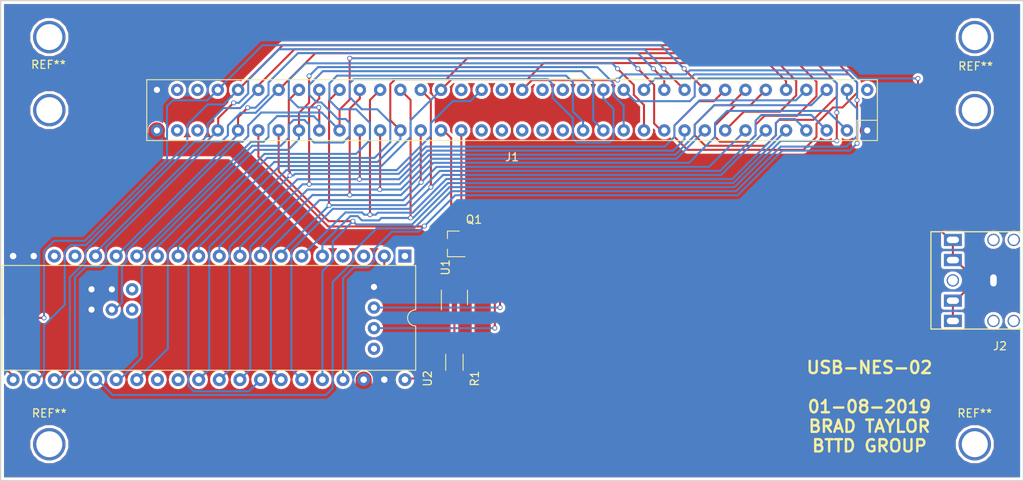
<source format=kicad_pcb>
(kicad_pcb (version 4) (host pcbnew 4.0.4-stable)

  (general
    (links 75)
    (no_connects 0)
    (area 85.274999 91.424999 211.726101 150.775001)
    (thickness 1.6)
    (drawings 5)
    (tracks 676)
    (zones 0)
    (modules 10)
    (nets 63)
  )

  (page A4)
  (layers
    (0 F.Cu signal)
    (31 B.Cu signal)
    (32 B.Adhes user)
    (33 F.Adhes user)
    (34 B.Paste user)
    (35 F.Paste user)
    (36 B.SilkS user)
    (37 F.SilkS user)
    (38 B.Mask user)
    (39 F.Mask user)
    (40 Dwgs.User user)
    (41 Cmts.User user)
    (42 Eco1.User user)
    (43 Eco2.User user)
    (44 Edge.Cuts user)
    (45 Margin user)
    (46 B.CrtYd user)
    (47 F.CrtYd user)
    (48 B.Fab user)
    (49 F.Fab user)
  )

  (setup
    (last_trace_width 0.25)
    (trace_clearance 0.2)
    (zone_clearance 0.35)
    (zone_45_only yes)
    (trace_min 0.2)
    (segment_width 0.2)
    (edge_width 0.15)
    (via_size 0.6)
    (via_drill 0.4)
    (via_min_size 0.4)
    (via_min_drill 0.3)
    (uvia_size 0.3)
    (uvia_drill 0.1)
    (uvias_allowed no)
    (uvia_min_size 0.2)
    (uvia_min_drill 0.1)
    (pcb_text_width 0.3)
    (pcb_text_size 1.5 1.5)
    (mod_edge_width 0.15)
    (mod_text_size 1 1)
    (mod_text_width 0.15)
    (pad_size 4 4)
    (pad_drill 3.2)
    (pad_to_mask_clearance 0.2)
    (aux_axis_origin -367.1 -200.05)
    (visible_elements 7FFFEFFF)
    (pcbplotparams
      (layerselection 0x010f0_80000001)
      (usegerberextensions false)
      (excludeedgelayer false)
      (linewidth 0.100000)
      (plotframeref false)
      (viasonmask false)
      (mode 1)
      (useauxorigin false)
      (hpglpennumber 1)
      (hpglpenspeed 20)
      (hpglpendiameter 15)
      (hpglpenoverlay 2)
      (psnegative false)
      (psa4output false)
      (plotreference true)
      (plotvalue true)
      (plotinvisibletext false)
      (padsonsilk false)
      (subtractmaskfromsilk false)
      (outputformat 1)
      (mirror false)
      (drillshape 0)
      (scaleselection 1)
      (outputdirectory USB-NES_v01/))
  )

  (net 0 "")
  (net 1 GND)
  (net 2 A11)
  (net 3 A10)
  (net 4 A9)
  (net 5 A8)
  (net 6 A7)
  (net 7 A6)
  (net 8 A5)
  (net 9 A4)
  (net 10 A3)
  (net 11 A2)
  (net 12 A1)
  (net 13 A0)
  (net 14 R/W)
  (net 15 ~IRQ)
  (net 16 "Net-(J1-Pad16)")
  (net 17 "Net-(J1-Pad17)")
  (net 18 "Net-(J1-Pad18)")
  (net 19 "Net-(J1-Pad19)")
  (net 20 "Net-(J1-Pad20)")
  (net 21 ~RD)
  (net 22 NT_A10)
  (net 23 D0)
  (net 24 D1)
  (net 25 D2)
  (net 26 D3)
  (net 27 "Net-(J1-Pad36)")
  (net 28 "Net-(J1-Pad37)")
  (net 29 M2)
  (net 30 A12)
  (net 31 A13)
  (net 32 A14)
  (net 33 D7)
  (net 34 D6)
  (net 35 D5)
  (net 36 D4)
  (net 37 ~ROMSEL)
  (net 38 "Net-(J1-Pad51)")
  (net 39 "Net-(J1-Pad53)")
  (net 40 "Net-(J1-Pad54)")
  (net 41 "Net-(J1-Pad55)")
  (net 42 ~WR)
  (net 43 "Net-(J1-Pad57)")
  (net 44 "Net-(J1-Pad71)")
  (net 45 "Net-(Q1-Pad1)")
  (net 46 VCC)
  (net 47 "Net-(R1-Pad1)")
  (net 48 "Net-(R1-Pad2)")
  (net 49 "Net-(U2-Pad1)")
  (net 50 "Net-(U2-Pad3)")
  (net 51 "Net-(U2-Pad4)")
  (net 52 "Net-(U2-Pad28)")
  (net 53 "Net-(U2-Pad29)")
  (net 54 "Net-(U2-Pad17)")
  (net 55 "Net-(U2-Pad18)")
  (net 56 "Net-(U2-Pad45)")
  (net 57 "Net-(J1-Pad34)")
  (net 58 "Net-(J1-Pad35)")
  (net 59 "Net-(J1-Pad52)")
  (net 60 "Net-(J1-Pad70)")
  (net 61 "Net-(U2-Pad48)")
  (net 62 "Net-(U2-Pad41)")

  (net_class Default "This is the default net class."
    (clearance 0.2)
    (trace_width 0.25)
    (via_dia 0.6)
    (via_drill 0.4)
    (uvia_dia 0.3)
    (uvia_drill 0.1)
    (add_net A0)
    (add_net A1)
    (add_net A10)
    (add_net A11)
    (add_net A12)
    (add_net A13)
    (add_net A14)
    (add_net A2)
    (add_net A3)
    (add_net A4)
    (add_net A5)
    (add_net A6)
    (add_net A7)
    (add_net A8)
    (add_net A9)
    (add_net D0)
    (add_net D1)
    (add_net D2)
    (add_net D3)
    (add_net D4)
    (add_net D5)
    (add_net D6)
    (add_net D7)
    (add_net GND)
    (add_net M2)
    (add_net NT_A10)
    (add_net "Net-(J1-Pad16)")
    (add_net "Net-(J1-Pad17)")
    (add_net "Net-(J1-Pad18)")
    (add_net "Net-(J1-Pad19)")
    (add_net "Net-(J1-Pad20)")
    (add_net "Net-(J1-Pad34)")
    (add_net "Net-(J1-Pad35)")
    (add_net "Net-(J1-Pad36)")
    (add_net "Net-(J1-Pad37)")
    (add_net "Net-(J1-Pad51)")
    (add_net "Net-(J1-Pad52)")
    (add_net "Net-(J1-Pad53)")
    (add_net "Net-(J1-Pad54)")
    (add_net "Net-(J1-Pad55)")
    (add_net "Net-(J1-Pad57)")
    (add_net "Net-(J1-Pad70)")
    (add_net "Net-(J1-Pad71)")
    (add_net "Net-(Q1-Pad1)")
    (add_net "Net-(R1-Pad1)")
    (add_net "Net-(R1-Pad2)")
    (add_net "Net-(U2-Pad1)")
    (add_net "Net-(U2-Pad17)")
    (add_net "Net-(U2-Pad18)")
    (add_net "Net-(U2-Pad28)")
    (add_net "Net-(U2-Pad29)")
    (add_net "Net-(U2-Pad3)")
    (add_net "Net-(U2-Pad4)")
    (add_net "Net-(U2-Pad41)")
    (add_net "Net-(U2-Pad45)")
    (add_net "Net-(U2-Pad48)")
    (add_net R/W)
    (add_net VCC)
    (add_net ~IRQ)
    (add_net ~RD)
    (add_net ~ROMSEL)
    (add_net ~WR)
  )

  (module blue_pill:NES_CART (layer F.Cu) (tedit 5C24B680) (tstamp 5C245A96)
    (at 148.5011 105.0036 180)
    (descr "Through hole straight pin header, 2x36, 2.54mm pitch, double rows")
    (tags "Through hole pin header THT 2x36 2.54mm double row")
    (path /5BD6C47C)
    (fp_text reference J1 (at 0.0011 -5.7964 360) (layer F.SilkS)
      (effects (font (size 1 1) (thickness 0.15)))
    )
    (fp_text value NES-CART (at 0 5.75 360) (layer F.Fab)
      (effects (font (size 1 1) (thickness 0.15)))
    )
    (fp_line (start -45 3.75) (end -45 -3.75) (layer F.Fab) (width 0.1))
    (fp_line (start -45 3.75) (end 45 3.75) (layer F.Fab) (width 0.1))
    (fp_line (start 45 3.75) (end 45 -3.75) (layer F.SilkS) (width 0.12))
    (fp_line (start -45 3.75) (end 45 3.75) (layer F.SilkS) (width 0.12))
    (fp_line (start -45 -3.75) (end 45 -3.75) (layer F.SilkS) (width 0.12))
    (fp_line (start -42.5 -1.25) (end -42.5 -3.75) (layer F.SilkS) (width 0.12))
    (fp_line (start -42.5 -1.25) (end -45 -1.25) (layer F.SilkS) (width 0.12))
    (fp_line (start -45 3.75) (end -45 -3.75) (layer F.SilkS) (width 0.12))
    (fp_line (start -63 4.5) (end 63 4.5) (layer F.CrtYd) (width 0.05))
    (fp_line (start 63 4.5) (end 63 -4.5) (layer F.CrtYd) (width 0.05))
    (fp_line (start 63 -4.5) (end -63 -4.5) (layer F.CrtYd) (width 0.05))
    (fp_line (start -63 -4.5) (end -63 4.5) (layer F.CrtYd) (width 0.05))
    (fp_text user %R (at 0 -5.75 360) (layer F.Fab)
      (effects (font (size 1 1) (thickness 0.15)))
    )
    (fp_line (start -45 -3.75) (end 45 -3.75) (layer F.Fab) (width 0.1))
    (fp_line (start 45 3.75) (end 45 -3.75) (layer F.Fab) (width 0.1))
    (pad "" thru_hole circle (at 57 0 180) (size 4 4) (drill 3.2) (layers *.Cu *.Mask))
    (pad 1 thru_hole circle (at -43.75 -2.5 180) (size 1.524 1.524) (drill 0.762) (layers *.Cu *.Mask)
      (net 1 GND))
    (pad 2 thru_hole circle (at -41.25 -2.5 180) (size 1.524 1.524) (drill 0.762) (layers *.Cu *.Mask)
      (net 2 A11))
    (pad 3 thru_hole circle (at -38.75 -2.5 180) (size 1.524 1.524) (drill 0.762) (layers *.Cu *.Mask)
      (net 3 A10))
    (pad 4 thru_hole circle (at -36.25 -2.5 180) (size 1.524 1.524) (drill 0.762) (layers *.Cu *.Mask)
      (net 4 A9))
    (pad 5 thru_hole circle (at -33.75 -2.5 180) (size 1.524 1.524) (drill 0.762) (layers *.Cu *.Mask)
      (net 5 A8))
    (pad 6 thru_hole circle (at -31.25 -2.5 180) (size 1.524 1.524) (drill 0.762) (layers *.Cu *.Mask)
      (net 6 A7))
    (pad 7 thru_hole circle (at -28.75 -2.5 180) (size 1.524 1.524) (drill 0.762) (layers *.Cu *.Mask)
      (net 7 A6))
    (pad 8 thru_hole circle (at -26.25 -2.5 180) (size 1.524 1.524) (drill 0.762) (layers *.Cu *.Mask)
      (net 8 A5))
    (pad 9 thru_hole circle (at -23.75 -2.5 180) (size 1.524 1.524) (drill 0.762) (layers *.Cu *.Mask)
      (net 9 A4))
    (pad 10 thru_hole circle (at -21.25 -2.5 180) (size 1.524 1.524) (drill 0.762) (layers *.Cu *.Mask)
      (net 10 A3))
    (pad 11 thru_hole circle (at -18.75 -2.5 180) (size 1.524 1.524) (drill 0.762) (layers *.Cu *.Mask)
      (net 11 A2))
    (pad 12 thru_hole circle (at -16.25 -2.5 180) (size 1.524 1.524) (drill 0.762) (layers *.Cu *.Mask)
      (net 12 A1))
    (pad 13 thru_hole circle (at -13.75 -2.5 180) (size 1.524 1.524) (drill 0.762) (layers *.Cu *.Mask)
      (net 13 A0))
    (pad 14 thru_hole circle (at -11.25 -2.5 180) (size 1.524 1.524) (drill 0.762) (layers *.Cu *.Mask)
      (net 14 R/W))
    (pad 15 thru_hole circle (at -8.75 -2.5 180) (size 1.524 1.524) (drill 0.762) (layers *.Cu *.Mask)
      (net 15 ~IRQ))
    (pad 16 thru_hole circle (at -6.25 -2.5 180) (size 1.524 1.524) (drill 0.762) (layers *.Cu *.Mask)
      (net 16 "Net-(J1-Pad16)"))
    (pad 17 thru_hole circle (at -3.75 -2.5 180) (size 1.524 1.524) (drill 0.762) (layers *.Cu *.Mask)
      (net 17 "Net-(J1-Pad17)"))
    (pad 18 thru_hole circle (at -1.25 -2.5 180) (size 1.524 1.524) (drill 0.762) (layers *.Cu *.Mask)
      (net 18 "Net-(J1-Pad18)"))
    (pad 19 thru_hole circle (at 1.25 -2.5 180) (size 1.524 1.524) (drill 0.762) (layers *.Cu *.Mask)
      (net 19 "Net-(J1-Pad19)"))
    (pad 20 thru_hole circle (at 3.75 -2.5 180) (size 1.524 1.524) (drill 0.762) (layers *.Cu *.Mask)
      (net 20 "Net-(J1-Pad20)"))
    (pad 21 thru_hole circle (at 6.25 -2.5 180) (size 1.524 1.524) (drill 0.762) (layers *.Cu *.Mask)
      (net 21 ~RD))
    (pad 22 thru_hole circle (at 8.75 -2.5 180) (size 1.524 1.524) (drill 0.762) (layers *.Cu *.Mask)
      (net 22 NT_A10))
    (pad 23 thru_hole circle (at 11.25 -2.5 180) (size 1.524 1.524) (drill 0.762) (layers *.Cu *.Mask)
      (net 7 A6))
    (pad 24 thru_hole circle (at 13.75 -2.5 180) (size 1.524 1.524) (drill 0.762) (layers *.Cu *.Mask)
      (net 8 A5))
    (pad 25 thru_hole circle (at 16.25 -2.5 180) (size 1.524 1.524) (drill 0.762) (layers *.Cu *.Mask)
      (net 9 A4))
    (pad 26 thru_hole circle (at 18.75 -2.5 180) (size 1.524 1.524) (drill 0.762) (layers *.Cu *.Mask)
      (net 10 A3))
    (pad 27 thru_hole circle (at 21.25 -2.5 180) (size 1.524 1.524) (drill 0.762) (layers *.Cu *.Mask)
      (net 11 A2))
    (pad 28 thru_hole circle (at 23.75 -2.5 180) (size 1.524 1.524) (drill 0.762) (layers *.Cu *.Mask)
      (net 12 A1))
    (pad 29 thru_hole circle (at 26.25 -2.5 180) (size 1.524 1.524) (drill 0.762) (layers *.Cu *.Mask)
      (net 13 A0))
    (pad 30 thru_hole circle (at 28.75 -2.5 180) (size 1.524 1.524) (drill 0.762) (layers *.Cu *.Mask)
      (net 23 D0))
    (pad 31 thru_hole circle (at 31.25 -2.5 180) (size 1.524 1.524) (drill 0.762) (layers *.Cu *.Mask)
      (net 24 D1))
    (pad 32 thru_hole circle (at 33.75 -2.5 180) (size 1.524 1.524) (drill 0.762) (layers *.Cu *.Mask)
      (net 25 D2))
    (pad 33 thru_hole circle (at 36.25 -2.5 180) (size 1.524 1.524) (drill 0.762) (layers *.Cu *.Mask)
      (net 26 D3))
    (pad 34 thru_hole circle (at 38.75 -2.5 180) (size 1.524 1.524) (drill 0.762) (layers *.Cu *.Mask)
      (net 57 "Net-(J1-Pad34)"))
    (pad 35 thru_hole circle (at 41.25 -2.5 180) (size 1.524 1.524) (drill 0.762) (layers *.Cu *.Mask)
      (net 58 "Net-(J1-Pad35)"))
    (pad 36 thru_hole circle (at 43.75 -2.5 180) (size 1.524 1.524) (drill 0.762) (layers *.Cu *.Mask)
      (net 27 "Net-(J1-Pad36)"))
    (pad 37 thru_hole circle (at -43.75 2.5 180) (size 1.524 1.524) (drill 0.762) (layers *.Cu *.Mask)
      (net 28 "Net-(J1-Pad37)"))
    (pad 38 thru_hole circle (at -41.25 2.5 180) (size 1.524 1.524) (drill 0.762) (layers *.Cu *.Mask)
      (net 29 M2))
    (pad 39 thru_hole circle (at -38.75 2.5 180) (size 1.524 1.524) (drill 0.762) (layers *.Cu *.Mask)
      (net 30 A12))
    (pad 40 thru_hole circle (at -36.25 2.5 180) (size 1.524 1.524) (drill 0.762) (layers *.Cu *.Mask)
      (net 31 A13))
    (pad 41 thru_hole circle (at -33.75 2.5 180) (size 1.524 1.524) (drill 0.762) (layers *.Cu *.Mask)
      (net 32 A14))
    (pad 42 thru_hole circle (at -31.25 2.5 180) (size 1.524 1.524) (drill 0.762) (layers *.Cu *.Mask)
      (net 33 D7))
    (pad 43 thru_hole circle (at -28.75 2.5 180) (size 1.524 1.524) (drill 0.762) (layers *.Cu *.Mask)
      (net 34 D6))
    (pad 44 thru_hole circle (at -26.25 2.5 180) (size 1.524 1.524) (drill 0.762) (layers *.Cu *.Mask)
      (net 35 D5))
    (pad 45 thru_hole circle (at -23.75 2.5 180) (size 1.524 1.524) (drill 0.762) (layers *.Cu *.Mask)
      (net 36 D4))
    (pad 46 thru_hole circle (at -21.25 2.5 180) (size 1.524 1.524) (drill 0.762) (layers *.Cu *.Mask)
      (net 26 D3))
    (pad 47 thru_hole circle (at -18.75 2.5 180) (size 1.524 1.524) (drill 0.762) (layers *.Cu *.Mask)
      (net 25 D2))
    (pad 48 thru_hole circle (at -16.25 2.5 180) (size 1.524 1.524) (drill 0.762) (layers *.Cu *.Mask)
      (net 24 D1))
    (pad 49 thru_hole circle (at -13.75 2.5 180) (size 1.524 1.524) (drill 0.762) (layers *.Cu *.Mask)
      (net 23 D0))
    (pad 50 thru_hole circle (at -11.25 2.5 180) (size 1.524 1.524) (drill 0.762) (layers *.Cu *.Mask)
      (net 37 ~ROMSEL))
    (pad 51 thru_hole circle (at -8.75 2.5 180) (size 1.524 1.524) (drill 0.762) (layers *.Cu *.Mask)
      (net 38 "Net-(J1-Pad51)"))
    (pad 52 thru_hole circle (at -6.25 2.5 180) (size 1.524 1.524) (drill 0.762) (layers *.Cu *.Mask)
      (net 59 "Net-(J1-Pad52)"))
    (pad 53 thru_hole circle (at -3.75 2.5 180) (size 1.524 1.524) (drill 0.762) (layers *.Cu *.Mask)
      (net 39 "Net-(J1-Pad53)"))
    (pad 54 thru_hole circle (at -1.25 2.5 180) (size 1.524 1.524) (drill 0.762) (layers *.Cu *.Mask)
      (net 40 "Net-(J1-Pad54)"))
    (pad 55 thru_hole circle (at 1.25 2.5 180) (size 1.524 1.524) (drill 0.762) (layers *.Cu *.Mask)
      (net 41 "Net-(J1-Pad55)"))
    (pad 56 thru_hole circle (at 3.75 2.5 180) (size 1.524 1.524) (drill 0.762) (layers *.Cu *.Mask)
      (net 42 ~WR))
    (pad 57 thru_hole circle (at 6.25 2.5 180) (size 1.524 1.524) (drill 0.762) (layers *.Cu *.Mask)
      (net 43 "Net-(J1-Pad57)"))
    (pad 58 thru_hole circle (at 8.75 2.5 180) (size 1.524 1.524) (drill 0.762) (layers *.Cu *.Mask)
      (net 32 A14))
    (pad 59 thru_hole circle (at 11.25 2.5 180) (size 1.524 1.524) (drill 0.762) (layers *.Cu *.Mask)
      (net 6 A7))
    (pad 60 thru_hole circle (at 13.75 2.5 180) (size 1.524 1.524) (drill 0.762) (layers *.Cu *.Mask)
      (net 5 A8))
    (pad 61 thru_hole circle (at 16.25 2.5 180) (size 1.524 1.524) (drill 0.762) (layers *.Cu *.Mask)
      (net 4 A9))
    (pad 62 thru_hole circle (at 18.75 2.5 180) (size 1.524 1.524) (drill 0.762) (layers *.Cu *.Mask)
      (net 2 A11))
    (pad 63 thru_hole circle (at 21.25 2.5 180) (size 1.524 1.524) (drill 0.762) (layers *.Cu *.Mask)
      (net 3 A10))
    (pad 64 thru_hole circle (at 23.75 2.5 180) (size 1.524 1.524) (drill 0.762) (layers *.Cu *.Mask)
      (net 30 A12))
    (pad 65 thru_hole circle (at 26.25 2.5 180) (size 1.524 1.524) (drill 0.762) (layers *.Cu *.Mask)
      (net 31 A13))
    (pad 66 thru_hole circle (at 28.75 2.5 180) (size 1.524 1.524) (drill 0.762) (layers *.Cu *.Mask)
      (net 33 D7))
    (pad 67 thru_hole circle (at 31.25 2.5 180) (size 1.524 1.524) (drill 0.762) (layers *.Cu *.Mask)
      (net 34 D6))
    (pad 68 thru_hole circle (at 33.75 2.5 180) (size 1.524 1.524) (drill 0.762) (layers *.Cu *.Mask)
      (net 35 D5))
    (pad 69 thru_hole circle (at 36.25 2.5 180) (size 1.524 1.524) (drill 0.762) (layers *.Cu *.Mask)
      (net 36 D4))
    (pad 70 thru_hole circle (at 38.75 2.5 180) (size 1.524 1.524) (drill 0.762) (layers *.Cu *.Mask)
      (net 60 "Net-(J1-Pad70)"))
    (pad 71 thru_hole circle (at 41.25 2.5 180) (size 1.524 1.524) (drill 0.762) (layers *.Cu *.Mask)
      (net 44 "Net-(J1-Pad71)"))
    (pad 72 thru_hole circle (at 43.75 2.5 180) (size 1.524 1.524) (drill 0.762) (layers *.Cu *.Mask)
      (net 1 GND))
    (pad "" thru_hole circle (at -57 0 180) (size 4 4) (drill 3.2) (layers *.Cu *.Mask))
    (model ${KISYS3DMOD}/Pin_Headers.3dshapes/Pin_Header_Straight_2x36_Pitch2.54mm.wrl
      (at (xyz 0 0 0))
      (scale (xyz 1 1 1))
      (rotate (xyz 0 0 0))
    )
  )

  (module Wire_Pads:SolderWirePad_single_1mmDrill (layer F.Cu) (tedit 5C24B5E4) (tstamp 5C24B7A9)
    (at 205.5 96)
    (fp_text reference REF** (at 0.1 3.6) (layer F.SilkS)
      (effects (font (size 1 1) (thickness 0.15)))
    )
    (fp_text value "" (at -1.905 3.175) (layer F.Fab)
      (effects (font (size 1 1) (thickness 0.15)))
    )
    (pad "" thru_hole circle (at 0 0) (size 4 4) (drill 3.2) (layers *.Cu *.Mask))
  )

  (module Wire_Pads:SolderWirePad_single_1mmDrill (layer F.Cu) (tedit 5C24B5D7) (tstamp 5C24B75E)
    (at 91.5 96)
    (fp_text reference REF** (at -0.1 3.4) (layer F.SilkS)
      (effects (font (size 1 1) (thickness 0.15)))
    )
    (fp_text value "" (at -1.905 3.175) (layer F.Fab)
      (effects (font (size 1 1) (thickness 0.15)))
    )
    (pad "" thru_hole circle (at 0 0) (size 4 4) (drill 3.2) (layers *.Cu *.Mask))
  )

  (module blue_pill:blue_pill (layer F.Cu) (tedit 5C24B66E) (tstamp 5C245AF4)
    (at 135.3 123 270)
    (descr "40-lead though-hole mounted DIP package, row spacing 15.24 mm (600 mils)")
    (tags "THT DIP DIL PDIP 2.54mm 15.24mm 600mil")
    (path /5BDDDE7E)
    (fp_text reference U2 (at 15.1 -2.8 270) (layer F.SilkS)
      (effects (font (size 1 1) (thickness 0.15)))
    )
    (fp_text value BLUE_PILL (at 3 -2.8 270) (layer F.Fab)
      (effects (font (size 1 1) (thickness 0.15)))
    )
    (fp_arc (start 7.62 -1.33) (end 6.62 -1.33) (angle -180) (layer F.SilkS) (width 0.12))
    (fp_line (start 1.255 -1.27) (end 14.985 -1.27) (layer F.Fab) (width 0.1))
    (fp_line (start 14.985 -1.27) (end 14.985 49.53) (layer F.Fab) (width 0.1))
    (fp_line (start 14.985 49.53) (end 0.255 49.53) (layer F.Fab) (width 0.1))
    (fp_line (start 0.255 49.53) (end 0.255 -0.27) (layer F.Fab) (width 0.1))
    (fp_line (start 0.255 -0.27) (end 1.255 -1.27) (layer F.Fab) (width 0.1))
    (fp_line (start 6.62 -1.33) (end 1.16 -1.33) (layer F.SilkS) (width 0.12))
    (fp_line (start 1.16 -1.33) (end 1.16 49.59) (layer F.SilkS) (width 0.12))
    (fp_line (start 1.16 49.59) (end 14.08 49.59) (layer F.SilkS) (width 0.12))
    (fp_line (start 14.08 49.59) (end 14.08 -1.33) (layer F.SilkS) (width 0.12))
    (fp_line (start 14.08 -1.33) (end 8.62 -1.33) (layer F.SilkS) (width 0.12))
    (fp_line (start -1.05 -1.55) (end -1.05 49.8) (layer F.CrtYd) (width 0.05))
    (fp_line (start -1.05 49.8) (end 16.3 49.8) (layer F.CrtYd) (width 0.05))
    (fp_line (start 16.3 49.8) (end 16.3 -1.55) (layer F.CrtYd) (width 0.05))
    (fp_line (start 16.3 -1.55) (end -1.05 -1.55) (layer F.CrtYd) (width 0.05))
    (fp_text user %R (at 15.1 -2.8 270) (layer F.Fab)
      (effects (font (size 1 1) (thickness 0.15)))
    )
    (pad 50 thru_hole circle (at 4.1 38.6 270) (size 1.524 1.524) (drill 0.762) (layers *.Cu *.Mask)
      (net 1 GND))
    (pad 49 thru_hole circle (at 4.1 36.1 270) (size 1.524 1.524) (drill 0.762) (layers *.Cu *.Mask)
      (net 1 GND))
    (pad 48 thru_hole circle (at 4.1 33.6 270) (size 1.524 1.524) (drill 0.762) (layers *.Cu *.Mask)
      (net 61 "Net-(U2-Pad48)"))
    (pad 1 thru_hole rect (at 0 0 270) (size 1.6 1.6) (drill 0.8) (layers *.Cu *.Mask)
      (net 49 "Net-(U2-Pad1)"))
    (pad 21 thru_hole oval (at 15.24 48.26 270) (size 1.6 1.6) (drill 0.8) (layers *.Cu *.Mask)
      (net 36 D4))
    (pad 2 thru_hole oval (at 0 2.54 270) (size 1.6 1.6) (drill 0.8) (layers *.Cu *.Mask)
      (net 48 "Net-(R1-Pad2)"))
    (pad 22 thru_hole oval (at 15.24 45.72 270) (size 1.6 1.6) (drill 0.8) (layers *.Cu *.Mask)
      (net 35 D5))
    (pad 3 thru_hole oval (at 0 5.08 270) (size 1.6 1.6) (drill 0.8) (layers *.Cu *.Mask)
      (net 50 "Net-(U2-Pad3)"))
    (pad 23 thru_hole oval (at 15.24 43.18 270) (size 1.6 1.6) (drill 0.8) (layers *.Cu *.Mask)
      (net 34 D6))
    (pad 4 thru_hole oval (at 0 7.62 270) (size 1.6 1.6) (drill 0.8) (layers *.Cu *.Mask)
      (net 51 "Net-(U2-Pad4)"))
    (pad 24 thru_hole oval (at 15.24 40.64 270) (size 1.6 1.6) (drill 0.8) (layers *.Cu *.Mask)
      (net 33 D7))
    (pad 5 thru_hole oval (at 0 10.16 270) (size 1.6 1.6) (drill 0.8) (layers *.Cu *.Mask)
      (net 5 A8))
    (pad 25 thru_hole oval (at 15.24 38.1 270) (size 1.6 1.6) (drill 0.8) (layers *.Cu *.Mask)
      (net 29 M2))
    (pad 6 thru_hole oval (at 0 12.7 270) (size 1.6 1.6) (drill 0.8) (layers *.Cu *.Mask)
      (net 4 A9))
    (pad 26 thru_hole oval (at 15.24 35.56 270) (size 1.6 1.6) (drill 0.8) (layers *.Cu *.Mask)
      (net 14 R/W))
    (pad 7 thru_hole oval (at 0 15.24 270) (size 1.6 1.6) (drill 0.8) (layers *.Cu *.Mask)
      (net 3 A10))
    (pad 27 thru_hole oval (at 15.24 33.02 270) (size 1.6 1.6) (drill 0.8) (layers *.Cu *.Mask)
      (net 15 ~IRQ))
    (pad 8 thru_hole oval (at 0 17.78 270) (size 1.6 1.6) (drill 0.8) (layers *.Cu *.Mask)
      (net 2 A11))
    (pad 28 thru_hole oval (at 15.24 30.48 270) (size 1.6 1.6) (drill 0.8) (layers *.Cu *.Mask)
      (net 52 "Net-(U2-Pad28)"))
    (pad 9 thru_hole oval (at 0 20.32 270) (size 1.6 1.6) (drill 0.8) (layers *.Cu *.Mask)
      (net 30 A12))
    (pad 29 thru_hole oval (at 15.24 27.94 270) (size 1.6 1.6) (drill 0.8) (layers *.Cu *.Mask)
      (net 53 "Net-(U2-Pad29)"))
    (pad 10 thru_hole oval (at 0 22.86 270) (size 1.6 1.6) (drill 0.8) (layers *.Cu *.Mask)
      (net 31 A13))
    (pad 30 thru_hole oval (at 15.24 25.4 270) (size 1.6 1.6) (drill 0.8) (layers *.Cu *.Mask)
      (net 42 ~WR))
    (pad 11 thru_hole oval (at 0 25.4 270) (size 1.6 1.6) (drill 0.8) (layers *.Cu *.Mask)
      (net 32 A14))
    (pad 31 thru_hole oval (at 15.24 22.86 270) (size 1.6 1.6) (drill 0.8) (layers *.Cu *.Mask)
      (net 10 A3))
    (pad 12 thru_hole oval (at 0 27.94 270) (size 1.6 1.6) (drill 0.8) (layers *.Cu *.Mask)
      (net 37 ~ROMSEL))
    (pad 32 thru_hole oval (at 15.24 20.32 270) (size 1.6 1.6) (drill 0.8) (layers *.Cu *.Mask)
      (net 9 A4))
    (pad 13 thru_hole oval (at 0 30.48 270) (size 1.6 1.6) (drill 0.8) (layers *.Cu *.Mask)
      (net 13 A0))
    (pad 33 thru_hole oval (at 15.24 17.78 270) (size 1.6 1.6) (drill 0.8) (layers *.Cu *.Mask)
      (net 8 A5))
    (pad 14 thru_hole oval (at 0 33.02 270) (size 1.6 1.6) (drill 0.8) (layers *.Cu *.Mask)
      (net 12 A1))
    (pad 34 thru_hole oval (at 15.24 15.24 270) (size 1.6 1.6) (drill 0.8) (layers *.Cu *.Mask)
      (net 7 A6))
    (pad 15 thru_hole oval (at 0 35.56 270) (size 1.6 1.6) (drill 0.8) (layers *.Cu *.Mask)
      (net 25 D2))
    (pad 35 thru_hole oval (at 15.24 12.7 270) (size 1.6 1.6) (drill 0.8) (layers *.Cu *.Mask)
      (net 6 A7))
    (pad 16 thru_hole oval (at 0 38.1 270) (size 1.6 1.6) (drill 0.8) (layers *.Cu *.Mask)
      (net 26 D3))
    (pad 36 thru_hole oval (at 15.24 10.16 270) (size 1.6 1.6) (drill 0.8) (layers *.Cu *.Mask)
      (net 23 D0))
    (pad 17 thru_hole oval (at 0 40.64 270) (size 1.6 1.6) (drill 0.8) (layers *.Cu *.Mask)
      (net 54 "Net-(U2-Pad17)"))
    (pad 37 thru_hole oval (at 15.24 7.62 270) (size 1.6 1.6) (drill 0.8) (layers *.Cu *.Mask)
      (net 24 D1))
    (pad 18 thru_hole oval (at 0 43.18 270) (size 1.6 1.6) (drill 0.8) (layers *.Cu *.Mask)
      (net 55 "Net-(U2-Pad18)"))
    (pad 38 thru_hole oval (at 15.24 5.08 270) (size 1.6 1.6) (drill 0.8) (layers *.Cu *.Mask)
      (net 46 VCC))
    (pad 19 thru_hole oval (at 0 45.72 270) (size 1.6 1.6) (drill 0.8) (layers *.Cu *.Mask)
      (net 1 GND))
    (pad 39 thru_hole oval (at 15.24 2.54 270) (size 1.6 1.6) (drill 0.8) (layers *.Cu *.Mask)
      (net 1 GND))
    (pad 20 thru_hole oval (at 0 48.26 270) (size 1.6 1.6) (drill 0.8) (layers *.Cu *.Mask)
      (net 1 GND))
    (pad 40 thru_hole oval (at 15.24 0 270) (size 1.6 1.6) (drill 0.8) (layers *.Cu *.Mask)
      (net 47 "Net-(R1-Pad1)"))
    (pad 41 thru_hole circle (at 11.43 3.81 270) (size 1.524 1.524) (drill 0.762) (layers *.Cu *.Mask)
      (net 62 "Net-(U2-Pad41)"))
    (pad 42 thru_hole circle (at 8.89 3.81 270) (size 1.524 1.524) (drill 0.762) (layers *.Cu *.Mask)
      (net 22 NT_A10))
    (pad 43 thru_hole circle (at 6.35 3.81 270) (size 1.524 1.524) (drill 0.762) (layers *.Cu *.Mask)
      (net 21 ~RD))
    (pad 44 thru_hole circle (at 3.81 3.81 270) (size 1.524 1.524) (drill 0.762) (layers *.Cu *.Mask)
      (net 1 GND))
    (pad 45 thru_hole circle (at 6.6 33.6 270) (size 1.524 1.524) (drill 0.762) (layers *.Cu *.Mask)
      (net 56 "Net-(U2-Pad45)"))
    (pad 46 thru_hole circle (at 6.6 36.1 270) (size 1.524 1.524) (drill 0.762) (layers *.Cu *.Mask)
      (net 11 A2))
    (pad 47 thru_hole circle (at 6.6 38.6 270) (size 1.524 1.524) (drill 0.762) (layers *.Cu *.Mask)
      (net 1 GND))
    (model ${KISYS3DMOD}/Housings_DIP.3dshapes/DIP-40_W15.24mm.wrl
      (at (xyz 0 0 0))
      (scale (xyz 1 1 1))
      (rotate (xyz 0 0 0))
    )
  )

  (module Wire_Pads:SolderWirePad_single_1mmDrill (layer F.Cu) (tedit 5C24B5E4) (tstamp 5C2452DA)
    (at 205.5 146.2)
    (fp_text reference REF** (at 0 -3.81) (layer F.SilkS)
      (effects (font (size 1 1) (thickness 0.15)))
    )
    (fp_text value "" (at -1.905 3.175) (layer F.Fab)
      (effects (font (size 1 1) (thickness 0.15)))
    )
    (pad "" thru_hole circle (at 0 0) (size 4 4) (drill 3.2) (layers *.Cu *.Mask))
  )

  (module blue_pill:MINI_PHONE_PLUG (layer F.Cu) (tedit 5C24C030) (tstamp 5C245AA8)
    (at 204.2 126 180)
    (path /5C23C0C8)
    (fp_text reference J2 (at -4.4 -8.1 360) (layer F.SilkS)
      (effects (font (size 1 1) (thickness 0.15)))
    )
    (fp_text value MINI_PHONE_PLUG (at 1.1 7.8 360) (layer F.Fab)
      (effects (font (size 1 1) (thickness 0.15)))
    )
    (fp_line (start -6.9 6) (end 4.1 6) (layer F.SilkS) (width 0.15))
    (fp_line (start 4.1 6) (end 4.1 -6) (layer F.SilkS) (width 0.15))
    (fp_line (start -6.9 -6) (end 4.1 -6) (layer F.SilkS) (width 0.15))
    (fp_line (start -6.9 -6) (end -6.9 6) (layer F.SilkS) (width 0.05))
    (pad "" thru_hole circle (at 1.4 0 180) (size 1.524 1.524) (drill 1.2) (layers *.Cu *.Mask))
    (pad "" thru_hole circle (at -3.6 5 180) (size 1.524 1.524) (drill 1.2) (layers *.Cu *.Mask))
    (pad "" thru_hole circle (at -3.6 -5 180) (size 1.524 1.524) (drill 1.2) (layers *.Cu *.Mask))
    (pad "" thru_hole circle (at -6.1 5 180) (size 1.524 1.524) (drill 1.2) (layers *.Cu *.Mask))
    (pad "" thru_hole circle (at -6.1 -5 180) (size 1.524 1.524) (drill 1.2) (layers *.Cu *.Mask))
    (pad 1 thru_hole rect (at -3.6 0 180) (size 1.5 2.2) (drill oval 0.8 1.5) (layers *.Cu *.Mask)
      (net 1 GND))
    (pad 10 thru_hole rect (at 1.4 2.5 270) (size 1.5 2.2) (drill oval 0.8 1.5) (layers *.Cu *.Mask)
      (net 40 "Net-(J1-Pad54)"))
    (pad 11 thru_hole rect (at 1.4 -2.5 270) (size 1.5 2.2) (drill oval 0.8 1.5) (layers *.Cu *.Mask)
      (net 40 "Net-(J1-Pad54)"))
    (pad 3 thru_hole rect (at 1.4 -5 270) (size 1.5 2.2) (drill oval 0.8 1.5) (layers *.Cu *.Mask)
      (net 40 "Net-(J1-Pad54)"))
    (pad 2 thru_hole rect (at 1.4 5 270) (size 1.5 2.2) (drill oval 0.8 1.5) (layers *.Cu *.Mask)
      (net 40 "Net-(J1-Pad54)"))
  )

  (module TO_SOT_Packages_SMD:SOT-23 (layer F.Cu) (tedit 58CE4E7E) (tstamp 5C245AAF)
    (at 141.3 121.5 180)
    (descr "SOT-23, Standard")
    (tags SOT-23)
    (path /5BDDCDF9)
    (attr smd)
    (fp_text reference Q1 (at -2.5 3 180) (layer F.SilkS)
      (effects (font (size 1 1) (thickness 0.15)))
    )
    (fp_text value TSM500P02CX (at -1.8 4.4 180) (layer F.Fab)
      (effects (font (size 1 1) (thickness 0.15)))
    )
    (fp_text user %R (at 0 0 270) (layer F.Fab)
      (effects (font (size 0.5 0.5) (thickness 0.075)))
    )
    (fp_line (start -0.7 -0.95) (end -0.7 1.5) (layer F.Fab) (width 0.1))
    (fp_line (start -0.15 -1.52) (end 0.7 -1.52) (layer F.Fab) (width 0.1))
    (fp_line (start -0.7 -0.95) (end -0.15 -1.52) (layer F.Fab) (width 0.1))
    (fp_line (start 0.7 -1.52) (end 0.7 1.52) (layer F.Fab) (width 0.1))
    (fp_line (start -0.7 1.52) (end 0.7 1.52) (layer F.Fab) (width 0.1))
    (fp_line (start 0.76 1.58) (end 0.76 0.65) (layer F.SilkS) (width 0.12))
    (fp_line (start 0.76 -1.58) (end 0.76 -0.65) (layer F.SilkS) (width 0.12))
    (fp_line (start -1.7 -1.75) (end 1.7 -1.75) (layer F.CrtYd) (width 0.05))
    (fp_line (start 1.7 -1.75) (end 1.7 1.75) (layer F.CrtYd) (width 0.05))
    (fp_line (start 1.7 1.75) (end -1.7 1.75) (layer F.CrtYd) (width 0.05))
    (fp_line (start -1.7 1.75) (end -1.7 -1.75) (layer F.CrtYd) (width 0.05))
    (fp_line (start 0.76 -1.58) (end -1.4 -1.58) (layer F.SilkS) (width 0.12))
    (fp_line (start 0.76 1.58) (end -0.7 1.58) (layer F.SilkS) (width 0.12))
    (pad 1 smd rect (at -1 -0.95 180) (size 0.9 0.8) (layers F.Cu F.Paste F.Mask)
      (net 45 "Net-(Q1-Pad1)"))
    (pad 2 smd rect (at -1 0.95 180) (size 0.9 0.8) (layers F.Cu F.Paste F.Mask)
      (net 46 VCC))
    (pad 3 smd rect (at 1 0 180) (size 0.9 0.8) (layers F.Cu F.Paste F.Mask)
      (net 27 "Net-(J1-Pad36)"))
    (model ${KISYS3DMOD}/TO_SOT_Packages_SMD.3dshapes/SOT-23.wrl
      (at (xyz 0 0 0))
      (scale (xyz 1 1 1))
      (rotate (xyz 0 0 0))
    )
  )

  (module Resistors_SMD:R_1206_HandSoldering (layer F.Cu) (tedit 58E0A804) (tstamp 5C245AB5)
    (at 141.4 136.1 90)
    (descr "Resistor SMD 1206, hand soldering")
    (tags "resistor 1206")
    (path /5BD6E612)
    (attr smd)
    (fp_text reference R1 (at -2 2.5 90) (layer F.SilkS)
      (effects (font (size 1 1) (thickness 0.15)))
    )
    (fp_text value 10K (at 1.9 2.5 90) (layer F.Fab)
      (effects (font (size 1 1) (thickness 0.15)))
    )
    (fp_text user %R (at 0 0 90) (layer F.Fab)
      (effects (font (size 0.7 0.7) (thickness 0.105)))
    )
    (fp_line (start -1.6 0.8) (end -1.6 -0.8) (layer F.Fab) (width 0.1))
    (fp_line (start 1.6 0.8) (end -1.6 0.8) (layer F.Fab) (width 0.1))
    (fp_line (start 1.6 -0.8) (end 1.6 0.8) (layer F.Fab) (width 0.1))
    (fp_line (start -1.6 -0.8) (end 1.6 -0.8) (layer F.Fab) (width 0.1))
    (fp_line (start 1 1.07) (end -1 1.07) (layer F.SilkS) (width 0.12))
    (fp_line (start -1 -1.07) (end 1 -1.07) (layer F.SilkS) (width 0.12))
    (fp_line (start -3.25 -1.11) (end 3.25 -1.11) (layer F.CrtYd) (width 0.05))
    (fp_line (start -3.25 -1.11) (end -3.25 1.1) (layer F.CrtYd) (width 0.05))
    (fp_line (start 3.25 1.1) (end 3.25 -1.11) (layer F.CrtYd) (width 0.05))
    (fp_line (start 3.25 1.1) (end -3.25 1.1) (layer F.CrtYd) (width 0.05))
    (pad 1 smd rect (at -2 0 90) (size 2 1.7) (layers F.Cu F.Paste F.Mask)
      (net 47 "Net-(R1-Pad1)"))
    (pad 2 smd rect (at 2 0 90) (size 2 1.7) (layers F.Cu F.Paste F.Mask)
      (net 48 "Net-(R1-Pad2)"))
    (model ${KISYS3DMOD}/Resistors_SMD.3dshapes/R_1206.wrl
      (at (xyz 0 0 0))
      (scale (xyz 1 1 1))
      (rotate (xyz 0 0 0))
    )
  )

  (module TO_SOT_Packages_SMD:SOT-23-5_HandSoldering (layer F.Cu) (tedit 58CE4E7E) (tstamp 5C245ABE)
    (at 141.4 128.1 90)
    (descr "5-pin SOT23 package")
    (tags "SOT-23-5 hand-soldering")
    (path /5BDDC933)
    (attr smd)
    (fp_text reference U1 (at 3.7 -1.1 90) (layer F.SilkS)
      (effects (font (size 1 1) (thickness 0.15)))
    )
    (fp_text value 74AHCT1G125 (at 2.9 3.2 90) (layer F.Fab)
      (effects (font (size 1 1) (thickness 0.15)))
    )
    (fp_text user %R (at 0 0 180) (layer F.Fab)
      (effects (font (size 0.5 0.5) (thickness 0.075)))
    )
    (fp_line (start -0.9 1.61) (end 0.9 1.61) (layer F.SilkS) (width 0.12))
    (fp_line (start 0.9 -1.61) (end -1.55 -1.61) (layer F.SilkS) (width 0.12))
    (fp_line (start -0.9 -0.9) (end -0.25 -1.55) (layer F.Fab) (width 0.1))
    (fp_line (start 0.9 -1.55) (end -0.25 -1.55) (layer F.Fab) (width 0.1))
    (fp_line (start -0.9 -0.9) (end -0.9 1.55) (layer F.Fab) (width 0.1))
    (fp_line (start 0.9 1.55) (end -0.9 1.55) (layer F.Fab) (width 0.1))
    (fp_line (start 0.9 -1.55) (end 0.9 1.55) (layer F.Fab) (width 0.1))
    (fp_line (start -2.38 -1.8) (end 2.38 -1.8) (layer F.CrtYd) (width 0.05))
    (fp_line (start -2.38 -1.8) (end -2.38 1.8) (layer F.CrtYd) (width 0.05))
    (fp_line (start 2.38 1.8) (end 2.38 -1.8) (layer F.CrtYd) (width 0.05))
    (fp_line (start 2.38 1.8) (end -2.38 1.8) (layer F.CrtYd) (width 0.05))
    (pad 1 smd rect (at -1.35 -0.95 90) (size 1.56 0.65) (layers F.Cu F.Paste F.Mask)
      (net 1 GND))
    (pad 2 smd rect (at -1.35 0 90) (size 1.56 0.65) (layers F.Cu F.Paste F.Mask)
      (net 48 "Net-(R1-Pad2)"))
    (pad 3 smd rect (at -1.35 0.95 90) (size 1.56 0.65) (layers F.Cu F.Paste F.Mask)
      (net 1 GND))
    (pad 4 smd rect (at 1.35 0.95 90) (size 1.56 0.65) (layers F.Cu F.Paste F.Mask)
      (net 45 "Net-(Q1-Pad1)"))
    (pad 5 smd rect (at 1.35 -0.95 90) (size 1.56 0.65) (layers F.Cu F.Paste F.Mask)
      (net 46 VCC))
    (model ${KISYS3DMOD}/TO_SOT_Packages_SMD.3dshapes\SOT-23-5.wrl
      (at (xyz 0 0 0))
      (scale (xyz 1 1 1))
      (rotate (xyz 0 0 0))
    )
  )

  (module Wire_Pads:SolderWirePad_single_1mmDrill (layer F.Cu) (tedit 5C24B5D7) (tstamp 5C2460D4)
    (at 91.5 146.2)
    (fp_text reference REF** (at 0 -3.81) (layer F.SilkS)
      (effects (font (size 1 1) (thickness 0.15)))
    )
    (fp_text value "" (at -1.905 3.175) (layer F.Fab)
      (effects (font (size 1 1) (thickness 0.15)))
    )
    (pad "" thru_hole circle (at 0 0) (size 4 4) (drill 3.2) (layers *.Cu *.Mask))
  )

  (gr_text "USB-NES-02\n\n01-08-2019\nBRAD TAYLOR\nBTTD GROUP" (at 192.525 141.575) (layer F.SilkS)
    (effects (font (size 1.5 1.5) (thickness 0.3)))
  )
  (gr_line (start 211.5 150.7) (end 211.5 91.5) (angle 90) (layer Edge.Cuts) (width 0.15))
  (gr_line (start 85.5 150.7) (end 85.5 91.5) (angle 90) (layer Edge.Cuts) (width 0.15))
  (gr_line (start 85.5 91.5) (end 211.5 91.5) (angle 90) (layer Edge.Cuts) (width 0.15) (tstamp 5C2460EA))
  (gr_line (start 85.5 150.7) (end 211.5 150.7) (angle 90) (layer Edge.Cuts) (width 0.15))

  (segment (start 93.64 129.6) (end 95.62237 129.6) (width 1.8) (layer F.Cu) (net 1))
  (segment (start 87.04 123) (end 93.64 129.6) (width 1.8) (layer F.Cu) (net 1))
  (segment (start 95.62237 129.6) (end 96.7 129.6) (width 1.8) (layer F.Cu) (net 1))
  (segment (start 87.04 123) (end 89.58 123) (width 1.8) (layer F.Cu) (net 1))
  (segment (start 89.58 117.62) (end 87.04 120.16) (width 1.8) (layer F.Cu) (net 1))
  (segment (start 87.04 120.16) (end 87.04 123) (width 1.8) (layer F.Cu) (net 1))
  (segment (start 193.3964 107.5036) (end 194.5 106.4) (width 1.85) (layer F.Cu) (net 1))
  (segment (start 194.5 106.4) (end 194.5 99.5) (width 1.85) (layer F.Cu) (net 1))
  (segment (start 192.2511 107.5036) (end 193.3964 107.5036) (width 1.85) (layer F.Cu) (net 1))
  (segment (start 104.7511 102.5036) (end 104.7511 100.0489) (width 2) (layer F.Cu) (net 1))
  (segment (start 104.7511 100.0489) (end 109.3 95.5) (width 2) (layer F.Cu) (net 1))
  (segment (start 109.3 95.5) (end 190.5 95.5) (width 2) (layer F.Cu) (net 1))
  (segment (start 190.5 95.5) (end 194.5 99.5) (width 2) (layer F.Cu) (net 1))
  (segment (start 132.76 138.24) (end 132.76 137.14) (width 2) (layer B.Cu) (net 1))
  (segment (start 132.76 137.14) (end 134.9 135) (width 2) (layer B.Cu) (net 1))
  (segment (start 134.9 135) (end 204.8 135) (width 2) (layer B.Cu) (net 1))
  (segment (start 205.5 134.3) (end 205.5 128.7) (width 2) (layer B.Cu) (net 1))
  (segment (start 204.8 135) (end 205.5 134.3) (width 2) (layer B.Cu) (net 1))
  (segment (start 205.5 128.7) (end 208.2 126) (width 2) (layer B.Cu) (net 1))
  (segment (start 142.35 129.45) (end 142.35 130.48) (width 0.25) (layer F.Cu) (net 1))
  (segment (start 142.35 130.48) (end 143.3 131.43) (width 0.25) (layer F.Cu) (net 1))
  (segment (start 135.83137 136.1) (end 134.8 135.06863) (width 0.25) (layer F.Cu) (net 1))
  (segment (start 143.3 131.43) (end 143.3 135.4) (width 0.25) (layer F.Cu) (net 1))
  (segment (start 143.3 135.4) (end 142.6 136.1) (width 0.25) (layer F.Cu) (net 1))
  (segment (start 142.6 136.1) (end 135.83137 136.1) (width 0.25) (layer F.Cu) (net 1))
  (segment (start 104.7511 102.5036) (end 104.6964 102.5036) (width 2) (layer F.Cu) (net 1))
  (segment (start 104.6964 102.5036) (end 89.58 117.62) (width 2) (layer F.Cu) (net 1))
  (segment (start 140.45 129.45) (end 135.20763 129.45) (width 0.25) (layer F.Cu) (net 1))
  (segment (start 135.20763 129.45) (end 134.8 129.04237) (width 0.25) (layer F.Cu) (net 1))
  (segment (start 134.8 135.06863) (end 134.8 129.04237) (width 2) (layer F.Cu) (net 1))
  (segment (start 134.8 129.04237) (end 132.56763 126.81) (width 2) (layer F.Cu) (net 1))
  (segment (start 132.56763 126.81) (end 131.49 126.81) (width 2) (layer F.Cu) (net 1))
  (segment (start 132.76 138.24) (end 132.76 137.10863) (width 2) (layer F.Cu) (net 1))
  (segment (start 132.76 137.10863) (end 134.8 135.06863) (width 2) (layer F.Cu) (net 1))
  (segment (start 97.7 132.9) (end 124.32237 132.9) (width 2) (layer F.Cu) (net 1))
  (segment (start 124.32237 132.9) (end 130.41237 126.81) (width 2) (layer F.Cu) (net 1))
  (segment (start 130.41237 126.81) (end 131.49 126.81) (width 2) (layer F.Cu) (net 1))
  (segment (start 96.7 131.9) (end 97.7 132.9) (width 2) (layer F.Cu) (net 1))
  (segment (start 96.7 129.6) (end 96.7 131.9) (width 2) (layer F.Cu) (net 1))
  (segment (start 96.7 129.6) (end 96.7 127.1) (width 2) (layer F.Cu) (net 1))
  (segment (start 96.7 127.1) (end 99.2 127.1) (width 2) (layer F.Cu) (net 1))
  (segment (start 189.7511 107.5036) (end 187.3475 105.1) (width 0.25) (layer B.Cu) (net 2))
  (segment (start 187.3475 105.1) (end 175 105.1) (width 0.25) (layer B.Cu) (net 2))
  (segment (start 173.5 106.6) (end 173.5 108.3) (width 0.25) (layer B.Cu) (net 2))
  (segment (start 175 105.1) (end 173.5 106.6) (width 0.25) (layer B.Cu) (net 2))
  (segment (start 173.5 108.3) (end 170.3 111.5) (width 0.25) (layer B.Cu) (net 2))
  (segment (start 170.3 111.5) (end 138.8 111.5) (width 0.25) (layer B.Cu) (net 2))
  (segment (start 138.8 111.5) (end 134.82501 115.47499) (width 0.25) (layer B.Cu) (net 2))
  (segment (start 134.82501 115.47499) (end 128.926393 115.47499) (width 0.25) (layer B.Cu) (net 2))
  (segment (start 128.926393 115.47499) (end 128.502129 115.47499) (width 0.25) (layer B.Cu) (net 2))
  (segment (start 128.077865 115.47499) (end 128.502129 115.47499) (width 0.25) (layer B.Cu) (net 2))
  (segment (start 117.52 123) (end 117.52 121.86863) (width 0.25) (layer B.Cu) (net 2))
  (segment (start 128.502129 115.050726) (end 128.502129 115.47499) (width 0.25) (layer F.Cu) (net 2))
  (segment (start 128.5 115.048597) (end 128.502129 115.050726) (width 0.25) (layer F.Cu) (net 2))
  (segment (start 128.5 104.83233) (end 128.5 115.048597) (width 0.25) (layer F.Cu) (net 2))
  (segment (start 129.7511 103.58123) (end 128.5 104.83233) (width 0.25) (layer F.Cu) (net 2))
  (via (at 128.502129 115.47499) (size 0.6) (drill 0.4) (layers F.Cu B.Cu) (net 2))
  (segment (start 123.91364 115.47499) (end 128.077865 115.47499) (width 0.25) (layer B.Cu) (net 2))
  (segment (start 129.7511 102.5036) (end 129.7511 103.58123) (width 0.25) (layer F.Cu) (net 2))
  (segment (start 117.52 121.86863) (end 123.91364 115.47499) (width 0.25) (layer B.Cu) (net 2))
  (segment (start 187.2511 107.5036) (end 185.3475 105.6) (width 0.25) (layer B.Cu) (net 3))
  (segment (start 185.3475 105.6) (end 179.2 105.6) (width 0.25) (layer B.Cu) (net 3))
  (segment (start 179.2 105.6) (end 178.5 106.3) (width 0.25) (layer B.Cu) (net 3))
  (segment (start 178.5 106.3) (end 178.5 108.11829) (width 0.25) (layer B.Cu) (net 3))
  (segment (start 178.5 108.11829) (end 174.11829 112.5) (width 0.25) (layer B.Cu) (net 3))
  (segment (start 174.11829 112.5) (end 139.6 112.5) (width 0.25) (layer B.Cu) (net 3))
  (segment (start 139.6 112.5) (end 135.375034 116.724966) (width 0.25) (layer B.Cu) (net 3))
  (segment (start 135.375034 116.724966) (end 125.991136 116.724966) (width 0.25) (layer B.Cu) (net 3))
  (segment (start 125.991136 116.724966) (end 125.958051 116.758051) (width 0.25) (layer B.Cu) (net 3))
  (segment (start 120.06 123) (end 120 122.94) (width 0.25) (layer B.Cu) (net 3))
  (segment (start 120 122.94) (end 120 122.716102) (width 0.25) (layer B.Cu) (net 3))
  (segment (start 120 122.716102) (end 125.658052 117.05805) (width 0.25) (layer B.Cu) (net 3))
  (segment (start 125.658052 117.05805) (end 125.958051 116.758051) (width 0.25) (layer B.Cu) (net 3))
  (segment (start 125.958051 103.796649) (end 125.958051 116.333787) (width 0.25) (layer F.Cu) (net 3))
  (segment (start 127.2511 102.5036) (end 125.958051 103.796649) (width 0.25) (layer F.Cu) (net 3))
  (segment (start 125.958051 116.333787) (end 125.958051 116.758051) (width 0.25) (layer F.Cu) (net 3))
  (via (at 125.958051 116.758051) (size 0.6) (drill 0.4) (layers F.Cu B.Cu) (net 3))
  (segment (start 184.7511 107.5036) (end 183.3475 106.1) (width 0.25) (layer B.Cu) (net 4))
  (segment (start 131.950011 117.649989) (end 131.7 117.9) (width 0.25) (layer B.Cu) (net 4))
  (segment (start 183.3475 106.1) (end 181.5 106.1) (width 0.25) (layer B.Cu) (net 4))
  (segment (start 181.5 106.1) (end 181 106.6) (width 0.25) (layer B.Cu) (net 4))
  (segment (start 181 106.6) (end 181 108.11829) (width 0.25) (layer B.Cu) (net 4))
  (segment (start 181 108.11829) (end 175.61829 113.5) (width 0.25) (layer B.Cu) (net 4))
  (segment (start 140.399978 113.5) (end 136.249989 117.649989) (width 0.25) (layer B.Cu) (net 4))
  (segment (start 131.7 117.9) (end 131 117.9) (width 0.25) (layer B.Cu) (net 4))
  (segment (start 175.61829 113.5) (end 140.399978 113.5) (width 0.25) (layer B.Cu) (net 4))
  (segment (start 136.249989 117.649989) (end 131.950011 117.649989) (width 0.25) (layer B.Cu) (net 4))
  (segment (start 122.6 123) (end 127.975012 117.624988) (width 0.25) (layer B.Cu) (net 4))
  (segment (start 127.975012 117.624988) (end 130.024988 117.624988) (width 0.25) (layer B.Cu) (net 4))
  (segment (start 130.024988 117.624988) (end 130.3 117.9) (width 0.25) (layer B.Cu) (net 4))
  (segment (start 130.575736 117.9) (end 131 117.9) (width 0.25) (layer B.Cu) (net 4))
  (segment (start 130.3 117.9) (end 130.575736 117.9) (width 0.25) (layer B.Cu) (net 4))
  (segment (start 131 103.7547) (end 131 117.475736) (width 0.25) (layer F.Cu) (net 4))
  (segment (start 132.2511 102.5036) (end 131 103.7547) (width 0.25) (layer F.Cu) (net 4))
  (via (at 131 117.9) (size 0.6) (drill 0.4) (layers F.Cu B.Cu) (net 4))
  (segment (start 131 117.475736) (end 131 117.9) (width 0.25) (layer F.Cu) (net 4))
  (segment (start 125.14 123) (end 125.14 121.534998) (width 0.25) (layer B.Cu) (net 5))
  (segment (start 125.14 121.534998) (end 128.599999 118.074999) (width 0.25) (layer B.Cu) (net 5))
  (segment (start 128.599999 118.074999) (end 129.474999 118.074999) (width 0.25) (layer B.Cu) (net 5))
  (segment (start 132.1 118.6) (end 132.4 118.3) (width 0.25) (layer B.Cu) (net 5))
  (segment (start 129.474999 118.074999) (end 130 118.6) (width 0.25) (layer B.Cu) (net 5))
  (segment (start 130 118.6) (end 132.1 118.6) (width 0.25) (layer B.Cu) (net 5))
  (segment (start 132.4 118.3) (end 136 118.3) (width 0.25) (layer B.Cu) (net 5))
  (segment (start 182.2511 107.5036) (end 175.7547 114) (width 0.25) (layer B.Cu) (net 5))
  (segment (start 175.7547 114) (end 140.6 114) (width 0.25) (layer B.Cu) (net 5))
  (segment (start 140.6 114) (end 136.3 118.3) (width 0.25) (layer B.Cu) (net 5))
  (segment (start 136.3 118.3) (end 136 118.3) (width 0.25) (layer B.Cu) (net 5))
  (segment (start 134.7511 102.5036) (end 136 103.7525) (width 0.25) (layer F.Cu) (net 5))
  (segment (start 136 103.7525) (end 136 117.875736) (width 0.25) (layer F.Cu) (net 5))
  (segment (start 136 117.875736) (end 136 118.3) (width 0.25) (layer F.Cu) (net 5))
  (via (at 136 118.3) (size 0.6) (drill 0.4) (layers F.Cu B.Cu) (net 5))
  (segment (start 122.6 138.24) (end 121.325 136.965) (width 0.25) (layer B.Cu) (net 6))
  (segment (start 135.825023 117.174977) (end 138.200001 114.799999) (width 0.25) (layer B.Cu) (net 6))
  (segment (start 121.325 136.965) (end 121.325 122.275) (width 0.25) (layer B.Cu) (net 6))
  (segment (start 121.325 122.275) (end 126.425023 117.174977) (width 0.25) (layer B.Cu) (net 6))
  (segment (start 138.200001 114.799999) (end 138.5 114.5) (width 0.25) (layer B.Cu) (net 6))
  (segment (start 126.425023 117.174977) (end 135.825023 117.174977) (width 0.25) (layer B.Cu) (net 6))
  (segment (start 179.7511 107.5036) (end 174.2547 113) (width 0.25) (layer B.Cu) (net 6))
  (segment (start 174.2547 113) (end 140 113) (width 0.25) (layer B.Cu) (net 6))
  (segment (start 140 113) (end 138.5 114.5) (width 0.25) (layer B.Cu) (net 6))
  (segment (start 138.5 114.075736) (end 138.5 114.5) (width 0.25) (layer F.Cu) (net 6))
  (segment (start 138.5 103.7525) (end 138.5 114.075736) (width 0.25) (layer F.Cu) (net 6))
  (segment (start 137.2511 102.5036) (end 138.5 103.7525) (width 0.25) (layer F.Cu) (net 6))
  (via (at 138.5 114.5) (size 0.6) (drill 0.4) (layers F.Cu B.Cu) (net 6))
  (segment (start 177.2511 107.5036) (end 172.7547 112) (width 0.25) (layer B.Cu) (net 7))
  (segment (start 172.7547 112) (end 139.2 112) (width 0.25) (layer B.Cu) (net 7))
  (segment (start 139.2 112) (end 137.3 113.9) (width 0.25) (layer B.Cu) (net 7))
  (segment (start 124.797825 116.099999) (end 135.100001 116.099999) (width 0.25) (layer B.Cu) (net 7))
  (segment (start 118.8 136.98) (end 118.8 122.097824) (width 0.25) (layer B.Cu) (net 7))
  (segment (start 137.2511 113.8511) (end 137.3 113.9) (width 0.25) (layer F.Cu) (net 7))
  (segment (start 120.06 138.24) (end 118.8 136.98) (width 0.25) (layer B.Cu) (net 7))
  (segment (start 135.100001 116.099999) (end 137.000001 114.199999) (width 0.25) (layer B.Cu) (net 7))
  (segment (start 118.8 122.097824) (end 124.797825 116.099999) (width 0.25) (layer B.Cu) (net 7))
  (segment (start 137.2511 107.5036) (end 137.2511 113.8511) (width 0.25) (layer F.Cu) (net 7))
  (segment (start 137.000001 114.199999) (end 137.3 113.9) (width 0.25) (layer B.Cu) (net 7))
  (via (at 137.3 113.9) (size 0.6) (drill 0.4) (layers F.Cu B.Cu) (net 7))
  (segment (start 134.7511 107.5036) (end 134.7511 108.58123) (width 0.25) (layer B.Cu) (net 8))
  (segment (start 134.7511 108.58123) (end 131.93233 111.4) (width 0.25) (layer B.Cu) (net 8))
  (segment (start 131.93233 111.4) (end 119.2 111.4) (width 0.25) (layer B.Cu) (net 8))
  (segment (start 119.2 111.4) (end 108.625 121.975) (width 0.25) (layer B.Cu) (net 8))
  (segment (start 108.625 121.975) (end 108.625 139.025) (width 0.25) (layer B.Cu) (net 8))
  (segment (start 108.625 139.025) (end 109.275 139.675) (width 0.25) (layer B.Cu) (net 8))
  (segment (start 109.275 139.675) (end 116.085 139.675) (width 0.25) (layer B.Cu) (net 8))
  (segment (start 116.720001 139.039999) (end 117.52 138.24) (width 0.25) (layer B.Cu) (net 8))
  (segment (start 116.085 139.675) (end 116.720001 139.039999) (width 0.25) (layer B.Cu) (net 8))
  (segment (start 174.7511 107.5036) (end 177.0547 105.2) (width 0.25) (layer F.Cu) (net 8))
  (segment (start 180.7 98.6) (end 143 98.6) (width 0.25) (layer F.Cu) (net 8))
  (segment (start 177.0547 105.2) (end 181.5 105.2) (width 0.25) (layer F.Cu) (net 8))
  (segment (start 183.5 103.2) (end 183.5 101.4) (width 0.25) (layer F.Cu) (net 8))
  (segment (start 181.5 105.2) (end 183.5 103.2) (width 0.25) (layer F.Cu) (net 8))
  (segment (start 143 98.6) (end 140.4 101.2) (width 0.25) (layer F.Cu) (net 8))
  (segment (start 133.5 101.8) (end 133.5 106.2525) (width 0.25) (layer F.Cu) (net 8))
  (segment (start 183.5 101.4) (end 180.7 98.6) (width 0.25) (layer F.Cu) (net 8))
  (segment (start 140.4 101.2) (end 134.1 101.2) (width 0.25) (layer F.Cu) (net 8))
  (segment (start 134.1 101.2) (end 133.5 101.8) (width 0.25) (layer F.Cu) (net 8))
  (segment (start 133.5 106.2525) (end 134.7511 107.5036) (width 0.25) (layer F.Cu) (net 8))
  (segment (start 172.2511 107.5036) (end 168.7547 111) (width 0.25) (layer B.Cu) (net 9))
  (segment (start 168.7547 111) (end 138.6 111) (width 0.25) (layer B.Cu) (net 9))
  (segment (start 138.6 111) (end 134.8 114.8) (width 0.25) (layer B.Cu) (net 9))
  (segment (start 134.8 114.8) (end 132.624264 114.8) (width 0.25) (layer B.Cu) (net 9))
  (segment (start 132.624264 114.8) (end 132.2 114.8) (width 0.25) (layer B.Cu) (net 9))
  (segment (start 114.98 138.24) (end 116.25 136.97) (width 0.25) (layer B.Cu) (net 9))
  (segment (start 116.25 136.97) (end 116.25 121.85) (width 0.25) (layer B.Cu) (net 9))
  (segment (start 116.25 121.85) (end 123.3 114.8) (width 0.25) (layer B.Cu) (net 9))
  (segment (start 123.3 114.8) (end 131.775736 114.8) (width 0.25) (layer B.Cu) (net 9))
  (segment (start 131.775736 114.8) (end 132.2 114.8) (width 0.25) (layer B.Cu) (net 9))
  (segment (start 132.2511 114.7489) (end 132.2 114.8) (width 0.25) (layer F.Cu) (net 9))
  (segment (start 132.2511 107.5036) (end 132.2511 114.7489) (width 0.25) (layer F.Cu) (net 9))
  (via (at 132.2 114.8) (size 0.6) (drill 0.4) (layers F.Cu B.Cu) (net 9))
  (segment (start 169.7511 107.5036) (end 169.7511 108.58123) (width 0.25) (layer B.Cu) (net 10))
  (segment (start 169.7511 108.58123) (end 168.33233 110) (width 0.25) (layer B.Cu) (net 10))
  (segment (start 168.33233 110) (end 138.1 110) (width 0.25) (layer B.Cu) (net 10))
  (segment (start 138.1 110) (end 134.574989 113.525011) (width 0.25) (layer B.Cu) (net 10))
  (segment (start 134.574989 113.525011) (end 130.124264 113.525011) (width 0.25) (layer B.Cu) (net 10))
  (segment (start 130.124264 113.525011) (end 129.7 113.525011) (width 0.25) (layer B.Cu) (net 10))
  (segment (start 129.275736 113.525011) (end 129.7 113.525011) (width 0.25) (layer B.Cu) (net 10))
  (segment (start 113.7 121.9) (end 122.074989 113.525011) (width 0.25) (layer B.Cu) (net 10))
  (segment (start 113.7 136.98) (end 113.7 121.9) (width 0.25) (layer B.Cu) (net 10))
  (segment (start 112.44 138.24) (end 113.7 136.98) (width 0.25) (layer B.Cu) (net 10))
  (segment (start 122.074989 113.525011) (end 129.275736 113.525011) (width 0.25) (layer B.Cu) (net 10))
  (segment (start 129.7511 107.5036) (end 129.7511 113.473911) (width 0.25) (layer F.Cu) (net 10))
  (via (at 129.7 113.525011) (size 0.6) (drill 0.4) (layers F.Cu B.Cu) (net 10))
  (segment (start 129.7511 113.473911) (end 129.7 113.525011) (width 0.25) (layer F.Cu) (net 10))
  (segment (start 167.2511 107.5036) (end 166.8536 107.5036) (width 0.25) (layer F.Cu) (net 11))
  (segment (start 166.8536 107.5036) (end 166 106.65) (width 0.25) (layer F.Cu) (net 11))
  (segment (start 166 106.65) (end 166 101.899992) (width 0.25) (layer F.Cu) (net 11))
  (segment (start 166 101.899992) (end 164.299999 100.199991) (width 0.25) (layer F.Cu) (net 11))
  (segment (start 164.299999 100.199991) (end 164 99.899992) (width 0.25) (layer F.Cu) (net 11))
  (segment (start 99.2 129.6) (end 99.6 129.6) (width 0.25) (layer B.Cu) (net 11))
  (segment (start 99.6 129.6) (end 100.45 128.75) (width 0.25) (layer B.Cu) (net 11))
  (segment (start 100.45 128.75) (end 100.45 124.25) (width 0.25) (layer B.Cu) (net 11))
  (segment (start 125.047478 105.299978) (end 126.489101 106.741601) (width 0.25) (layer B.Cu) (net 11))
  (segment (start 100.45 124.25) (end 101 123.7) (width 0.25) (layer B.Cu) (net 11))
  (segment (start 101 123.7) (end 101 122.4) (width 0.25) (layer B.Cu) (net 11))
  (segment (start 101 122.4) (end 114.5 108.9) (width 0.25) (layer B.Cu) (net 11))
  (segment (start 114.5 108.9) (end 115.3 108.9) (width 0.25) (layer B.Cu) (net 11))
  (segment (start 115.3 108.9) (end 116 108.2) (width 0.25) (layer B.Cu) (net 11))
  (segment (start 116 108.2) (end 116 106.9) (width 0.25) (layer B.Cu) (net 11))
  (segment (start 116 106.9) (end 117.600022 105.299978) (width 0.25) (layer B.Cu) (net 11))
  (segment (start 117.600022 105.299978) (end 125.047478 105.299978) (width 0.25) (layer B.Cu) (net 11))
  (segment (start 126.489101 106.741601) (end 127.2511 107.5036) (width 0.25) (layer B.Cu) (net 11))
  (segment (start 164 99.899992) (end 162.707712 98.607704) (width 0.25) (layer B.Cu) (net 11))
  (segment (start 128.924264 98.607704) (end 128.5 98.607704) (width 0.25) (layer B.Cu) (net 11))
  (segment (start 127.2511 104.9489) (end 128.5 103.7) (width 0.25) (layer F.Cu) (net 11))
  (segment (start 127.2511 107.5036) (end 127.2511 104.9489) (width 0.25) (layer F.Cu) (net 11))
  (segment (start 128.5 99.031968) (end 128.5 98.607704) (width 0.25) (layer F.Cu) (net 11))
  (segment (start 162.707712 98.607704) (end 128.924264 98.607704) (width 0.25) (layer B.Cu) (net 11))
  (via (at 128.5 98.607704) (size 0.6) (drill 0.4) (layers F.Cu B.Cu) (net 11))
  (segment (start 128.5 103.7) (end 128.5 99.031968) (width 0.25) (layer F.Cu) (net 11))
  (via (at 164 99.899992) (size 0.6) (drill 0.4) (layers F.Cu B.Cu) (net 11))
  (segment (start 164.7511 107.5036) (end 164.7511 104.3761) (width 0.25) (layer F.Cu) (net 12))
  (segment (start 164.7511 104.3761) (end 163.5 103.125) (width 0.25) (layer F.Cu) (net 12))
  (segment (start 163.5 103.125) (end 163.5 101.9) (width 0.25) (layer F.Cu) (net 12))
  (segment (start 163.5 101.9) (end 161.799999 100.199999) (width 0.25) (layer F.Cu) (net 12))
  (segment (start 161.799999 100.199999) (end 161.5 99.9) (width 0.25) (layer F.Cu) (net 12))
  (segment (start 161.200001 99.600001) (end 161.5 99.9) (width 0.25) (layer B.Cu) (net 12))
  (segment (start 123.067286 99.232714) (end 160.832714 99.232714) (width 0.25) (layer B.Cu) (net 12))
  (segment (start 121 101.3) (end 123.067286 99.232714) (width 0.25) (layer B.Cu) (net 12))
  (segment (start 121 103.5) (end 121 101.3) (width 0.25) (layer B.Cu) (net 12))
  (segment (start 160.832714 99.232714) (end 161.200001 99.600001) (width 0.25) (layer B.Cu) (net 12))
  (segment (start 122.174968 104.674968) (end 121 103.5) (width 0.25) (layer B.Cu) (net 12))
  (segment (start 124.7 104.674968) (end 122.174968 104.674968) (width 0.25) (layer B.Cu) (net 12))
  (via (at 161.5 99.9) (size 0.6) (drill 0.4) (layers F.Cu B.Cu) (net 12))
  (segment (start 103.079999 122.18359) (end 116.363589 108.9) (width 0.25) (layer B.Cu) (net 12))
  (segment (start 124.7511 106.42597) (end 124.7511 107.5036) (width 0.25) (layer B.Cu) (net 12))
  (segment (start 119.550011 105.749989) (end 124.075119 105.749989) (width 0.25) (layer B.Cu) (net 12))
  (segment (start 124.075119 105.749989) (end 124.7511 106.42597) (width 0.25) (layer B.Cu) (net 12))
  (segment (start 118.5 106.8) (end 119.550011 105.749989) (width 0.25) (layer B.Cu) (net 12))
  (segment (start 118.5 108.3) (end 118.5 106.8) (width 0.25) (layer B.Cu) (net 12))
  (segment (start 116.363589 108.9) (end 117.9 108.9) (width 0.25) (layer B.Cu) (net 12))
  (segment (start 102.28 123) (end 103.079999 122.200001) (width 0.25) (layer B.Cu) (net 12))
  (segment (start 117.9 108.9) (end 118.5 108.3) (width 0.25) (layer B.Cu) (net 12))
  (segment (start 103.079999 122.200001) (end 103.079999 122.18359) (width 0.25) (layer B.Cu) (net 12))
  (via (at 124.7 104.674968) (size 0.6) (drill 0.4) (layers F.Cu B.Cu) (net 12))
  (segment (start 124.7511 104.726068) (end 124.7 104.674968) (width 0.25) (layer F.Cu) (net 12))
  (segment (start 124.7511 107.5036) (end 124.7511 104.726068) (width 0.25) (layer F.Cu) (net 12))
  (segment (start 104.82 123) (end 104.82 121.86863) (width 0.25) (layer B.Cu) (net 13))
  (segment (start 104.82 121.86863) (end 116.78863 109.9) (width 0.25) (layer B.Cu) (net 13))
  (segment (start 116.78863 109.9) (end 120.93233 109.9) (width 0.25) (layer B.Cu) (net 13))
  (segment (start 120.93233 109.9) (end 122.2511 108.58123) (width 0.25) (layer B.Cu) (net 13))
  (segment (start 122.2511 108.58123) (end 122.2511 107.5036) (width 0.25) (layer B.Cu) (net 13))
  (segment (start 123.799999 100.500001) (end 123.5 100.8) (width 0.25) (layer B.Cu) (net 13))
  (segment (start 128.940401 99.7) (end 128.940379 99.700022) (width 0.25) (layer B.Cu) (net 13))
  (segment (start 124.599978 99.700022) (end 123.799999 100.500001) (width 0.25) (layer B.Cu) (net 13))
  (segment (start 159 99.7) (end 128.940401 99.7) (width 0.25) (layer B.Cu) (net 13))
  (segment (start 161 101.7) (end 159 99.7) (width 0.25) (layer B.Cu) (net 13))
  (segment (start 162.2511 104.4511) (end 161 103.2) (width 0.25) (layer B.Cu) (net 13))
  (segment (start 162.2511 107.5036) (end 162.2511 104.4511) (width 0.25) (layer B.Cu) (net 13))
  (segment (start 161 103.2) (end 161 101.7) (width 0.25) (layer B.Cu) (net 13))
  (segment (start 128.940379 99.700022) (end 124.599978 99.700022) (width 0.25) (layer B.Cu) (net 13))
  (segment (start 123.5 104.1) (end 122.2511 105.3489) (width 0.25) (layer F.Cu) (net 13))
  (segment (start 122.2511 105.3489) (end 122.2511 107.5036) (width 0.25) (layer F.Cu) (net 13))
  (segment (start 123.5 100.8) (end 123.5 104.1) (width 0.25) (layer F.Cu) (net 13))
  (via (at 123.5 100.8) (size 0.6) (drill 0.4) (layers F.Cu B.Cu) (net 13))
  (segment (start 100.16 138.24) (end 102.9 135.5) (width 0.25) (layer B.Cu) (net 14))
  (segment (start 99.74 138.24) (end 100.16 138.24) (width 0.25) (layer B.Cu) (net 14))
  (segment (start 121 108.4) (end 121 106.8) (width 0.25) (layer B.Cu) (net 14))
  (segment (start 102.9 135.5) (end 102.9 124.4) (width 0.25) (layer B.Cu) (net 14))
  (segment (start 127.050034 106.1) (end 125.000001 104.049967) (width 0.25) (layer B.Cu) (net 14))
  (segment (start 123.5 106.8) (end 123.5 108.4) (width 0.25) (layer B.Cu) (net 14))
  (segment (start 121.6 106.2) (end 122.9 106.2) (width 0.25) (layer B.Cu) (net 14))
  (segment (start 116.5 109.4) (end 120 109.4) (width 0.25) (layer B.Cu) (net 14))
  (segment (start 102.9 124.4) (end 103.55 123.75) (width 0.25) (layer B.Cu) (net 14))
  (segment (start 103.55 123.75) (end 103.55 122.35) (width 0.25) (layer B.Cu) (net 14))
  (segment (start 103.55 122.35) (end 116.5 109.4) (width 0.25) (layer B.Cu) (net 14))
  (segment (start 120 109.4) (end 121 108.4) (width 0.25) (layer B.Cu) (net 14))
  (segment (start 123.5 108.4) (end 124.1 109) (width 0.25) (layer B.Cu) (net 14))
  (segment (start 121 106.8) (end 121.6 106.2) (width 0.25) (layer B.Cu) (net 14))
  (segment (start 122.9 106.2) (end 123.5 106.8) (width 0.25) (layer B.Cu) (net 14))
  (segment (start 125.20002 100.19998) (end 157.09998 100.19998) (width 0.25) (layer B.Cu) (net 14))
  (segment (start 124.1 109) (end 127.7 109) (width 0.25) (layer B.Cu) (net 14))
  (segment (start 128 106.1) (end 127.050034 106.1) (width 0.25) (layer B.Cu) (net 14))
  (segment (start 123.5 103.1) (end 123.5 101.9) (width 0.25) (layer B.Cu) (net 14))
  (segment (start 127.7 109) (end 128.5 108.2) (width 0.25) (layer B.Cu) (net 14))
  (segment (start 157.09998 100.19998) (end 158.5 101.6) (width 0.25) (layer B.Cu) (net 14))
  (segment (start 128.5 108.2) (end 128.5 106.6) (width 0.25) (layer B.Cu) (net 14))
  (segment (start 128.5 106.6) (end 128 106.1) (width 0.25) (layer B.Cu) (net 14))
  (segment (start 125.000001 104.049967) (end 124.449967 104.049967) (width 0.25) (layer B.Cu) (net 14))
  (segment (start 124.449967 104.049967) (end 123.5 103.1) (width 0.25) (layer B.Cu) (net 14))
  (segment (start 123.5 101.9) (end 125.20002 100.19998) (width 0.25) (layer B.Cu) (net 14))
  (segment (start 158.5 106.2525) (end 158.989101 106.741601) (width 0.25) (layer B.Cu) (net 14))
  (segment (start 158.5 101.6) (end 158.5 106.2525) (width 0.25) (layer B.Cu) (net 14))
  (segment (start 158.989101 106.741601) (end 159.7511 107.5036) (width 0.25) (layer B.Cu) (net 14))
  (segment (start 129.3 104.9) (end 131 106.6) (width 0.25) (layer B.Cu) (net 15))
  (segment (start 157.2511 107.5036) (end 157.2511 106.42597) (width 0.25) (layer B.Cu) (net 15))
  (segment (start 157.2511 106.42597) (end 156 105.17487) (width 0.25) (layer B.Cu) (net 15))
  (segment (start 131 108.7) (end 129.3 110.4) (width 0.25) (layer B.Cu) (net 15))
  (segment (start 156 105.17487) (end 156 101.6) (width 0.25) (layer B.Cu) (net 15))
  (segment (start 156 101.6) (end 155.149989 100.749989) (width 0.25) (layer B.Cu) (net 15))
  (segment (start 155.149989 100.749989) (end 126.950011 100.749989) (width 0.25) (layer B.Cu) (net 15))
  (segment (start 106.1 134.42) (end 103.079999 137.440001) (width 0.25) (layer B.Cu) (net 15))
  (segment (start 118 110.4) (end 106.1 122.3) (width 0.25) (layer B.Cu) (net 15))
  (segment (start 126.950011 100.749989) (end 126 101.7) (width 0.25) (layer B.Cu) (net 15))
  (segment (start 126 103.8) (end 127.1 104.9) (width 0.25) (layer B.Cu) (net 15))
  (segment (start 126 101.7) (end 126 103.8) (width 0.25) (layer B.Cu) (net 15))
  (segment (start 127.1 104.9) (end 129.3 104.9) (width 0.25) (layer B.Cu) (net 15))
  (segment (start 131 106.6) (end 131 108.7) (width 0.25) (layer B.Cu) (net 15))
  (segment (start 129.3 110.4) (end 118 110.4) (width 0.25) (layer B.Cu) (net 15))
  (segment (start 106.1 122.3) (end 106.1 134.42) (width 0.25) (layer B.Cu) (net 15))
  (segment (start 103.079999 137.440001) (end 102.28 138.24) (width 0.25) (layer B.Cu) (net 15))
  (segment (start 142.2511 107.5036) (end 142.2511 117.9761) (width 0.25) (layer F.Cu) (net 21))
  (segment (start 142.2511 117.9761) (end 142.875 118.6) (width 0.25) (layer F.Cu) (net 21))
  (segment (start 142.875 118.6) (end 144.2 118.6) (width 0.25) (layer F.Cu) (net 21))
  (segment (start 144.2 118.6) (end 147.025 121.425) (width 0.25) (layer F.Cu) (net 21))
  (segment (start 147.025 121.425) (end 147.025 128.925736) (width 0.25) (layer F.Cu) (net 21))
  (segment (start 147.025 128.925736) (end 147.025 129.35) (width 0.25) (layer F.Cu) (net 21))
  (segment (start 147 129.35) (end 147.025 129.35) (width 0.25) (layer B.Cu) (net 21))
  (via (at 147.025 129.35) (size 0.6) (drill 0.4) (layers F.Cu B.Cu) (net 21))
  (segment (start 131.49 129.35) (end 147 129.35) (width 0.25) (layer B.Cu) (net 21))
  (segment (start 139.7511 107.5036) (end 140.0536 107.5036) (width 0.25) (layer F.Cu) (net 22))
  (segment (start 140.0536 107.5036) (end 141 108.45) (width 0.25) (layer F.Cu) (net 22))
  (segment (start 141 108.45) (end 141 117.975) (width 0.25) (layer F.Cu) (net 22))
  (segment (start 141 117.975) (end 142.125 119.1) (width 0.25) (layer F.Cu) (net 22))
  (segment (start 142.125 119.1) (end 144 119.1) (width 0.25) (layer F.Cu) (net 22))
  (segment (start 144 119.1) (end 146.375 121.475) (width 0.25) (layer F.Cu) (net 22))
  (segment (start 146.375 121.475) (end 146.375 131.450736) (width 0.25) (layer F.Cu) (net 22))
  (segment (start 146.375 131.450736) (end 146.375 131.875) (width 0.25) (layer F.Cu) (net 22))
  (segment (start 131.49 131.89) (end 146.36 131.89) (width 0.25) (layer B.Cu) (net 22))
  (segment (start 146.36 131.89) (end 146.375 131.875) (width 0.25) (layer B.Cu) (net 22))
  (via (at 146.375 131.875) (size 0.6) (drill 0.4) (layers F.Cu B.Cu) (net 22))
  (segment (start 129.299978 119.099978) (end 129.199999 118.999999) (width 0.25) (layer B.Cu) (net 23))
  (segment (start 136.200022 119.099978) (end 129.299978 119.099978) (width 0.25) (layer B.Cu) (net 23))
  (segment (start 140.8 114.5) (end 136.200022 119.099978) (width 0.25) (layer B.Cu) (net 23))
  (segment (start 175.9 114.5) (end 140.8 114.5) (width 0.25) (layer B.Cu) (net 23))
  (segment (start 188.5 108.8) (end 181.6 108.8) (width 0.25) (layer B.Cu) (net 23))
  (segment (start 128.600001 118.999999) (end 128.9 118.7) (width 0.25) (layer B.Cu) (net 23))
  (segment (start 129.199999 118.999999) (end 128.9 118.7) (width 0.25) (layer B.Cu) (net 23))
  (segment (start 126.4 121.2) (end 128.600001 118.999999) (width 0.25) (layer B.Cu) (net 23))
  (segment (start 126.4 123.6) (end 126.4 121.2) (width 0.25) (layer B.Cu) (net 23))
  (segment (start 125.14 138.24) (end 125.14 124.86) (width 0.25) (layer B.Cu) (net 23))
  (segment (start 181.6 108.8) (end 175.9 114.5) (width 0.25) (layer B.Cu) (net 23))
  (segment (start 125.14 124.86) (end 126.4 123.6) (width 0.25) (layer B.Cu) (net 23))
  (segment (start 128.475736 118.7) (end 128.9 118.7) (width 0.25) (layer F.Cu) (net 23))
  (segment (start 125.9 118.7) (end 128.475736 118.7) (width 0.25) (layer F.Cu) (net 23))
  (segment (start 119.7511 112.5511) (end 125.9 118.7) (width 0.25) (layer F.Cu) (net 23))
  (segment (start 119.7511 107.5036) (end 119.7511 112.5511) (width 0.25) (layer F.Cu) (net 23))
  (via (at 128.9 118.7) (size 0.6) (drill 0.4) (layers F.Cu B.Cu) (net 23))
  (segment (start 162.2511 102.5036) (end 163.6475 103.9) (width 0.25) (layer B.Cu) (net 23))
  (segment (start 188.5 101.7) (end 188.5 103.2) (width 0.25) (layer B.Cu) (net 23))
  (segment (start 163.6475 103.9) (end 170.4 103.9) (width 0.25) (layer B.Cu) (net 23))
  (segment (start 171 103.3) (end 171 101.6) (width 0.25) (layer B.Cu) (net 23))
  (segment (start 170.4 103.9) (end 171 103.3) (width 0.25) (layer B.Cu) (net 23))
  (segment (start 171 101.6) (end 171.5 101.1) (width 0.25) (layer B.Cu) (net 23))
  (segment (start 171.5 101.1) (end 187.9 101.1) (width 0.25) (layer B.Cu) (net 23))
  (segment (start 187.9 101.1) (end 188.5 101.7) (width 0.25) (layer B.Cu) (net 23))
  (segment (start 188.5 103.2) (end 188.5 105.3) (width 0.25) (layer B.Cu) (net 23))
  (segment (start 188.5 105.3) (end 188.5 108.8) (width 0.25) (layer F.Cu) (net 23))
  (via (at 188.5 108.8) (size 0.6) (drill 0.4) (layers F.Cu B.Cu) (net 23))
  (via (at 188.5 105.3) (size 0.6) (drill 0.4) (layers F.Cu B.Cu) (net 23))
  (segment (start 137.7 119.3) (end 137 120) (width 0.25) (layer B.Cu) (net 24))
  (segment (start 127.68 125.72) (end 127.68 138.24) (width 0.25) (layer B.Cu) (net 24))
  (segment (start 137 120) (end 133.7 120) (width 0.25) (layer B.Cu) (net 24))
  (segment (start 133.7 120) (end 131.5 122.2) (width 0.25) (layer B.Cu) (net 24))
  (segment (start 130.75 124.4) (end 129 124.4) (width 0.25) (layer B.Cu) (net 24))
  (segment (start 131.5 122.2) (end 131.5 123.65) (width 0.25) (layer B.Cu) (net 24))
  (segment (start 131.5 123.65) (end 130.75 124.4) (width 0.25) (layer B.Cu) (net 24))
  (segment (start 129 124.4) (end 127.68 125.72) (width 0.25) (layer B.Cu) (net 24))
  (segment (start 141.5 115.5) (end 137.7 119.3) (width 0.25) (layer B.Cu) (net 24))
  (segment (start 137.649989 119.350011) (end 137.7 119.3) (width 0.25) (layer F.Cu) (net 24))
  (segment (start 125.850011 119.350011) (end 137.649989 119.350011) (width 0.25) (layer F.Cu) (net 24))
  (via (at 137.7 119.3) (size 0.6) (drill 0.4) (layers F.Cu B.Cu) (net 24))
  (segment (start 191 109.1) (end 190.1 110) (width 0.25) (layer B.Cu) (net 24))
  (segment (start 190.1 110) (end 181.8 110) (width 0.25) (layer B.Cu) (net 24))
  (segment (start 181.8 110) (end 176.3 115.5) (width 0.25) (layer B.Cu) (net 24))
  (segment (start 176.3 115.5) (end 141.5 115.5) (width 0.25) (layer B.Cu) (net 24))
  (segment (start 117.2511 110.7511) (end 125.850011 119.350011) (width 0.25) (layer F.Cu) (net 24))
  (segment (start 117.2511 107.5036) (end 117.2511 110.7511) (width 0.25) (layer F.Cu) (net 24))
  (segment (start 164.7511 102.5036) (end 166.1547 101.1) (width 0.25) (layer B.Cu) (net 24))
  (segment (start 166.1547 101.1) (end 170.45 101.1) (width 0.25) (layer B.Cu) (net 24))
  (segment (start 170.45 101.1) (end 170.95 100.6) (width 0.25) (layer B.Cu) (net 24))
  (segment (start 170.95 100.6) (end 190 100.6) (width 0.25) (layer B.Cu) (net 24))
  (segment (start 190 100.6) (end 191 101.6) (width 0.25) (layer B.Cu) (net 24))
  (segment (start 191 101.6) (end 191 103.350736) (width 0.25) (layer B.Cu) (net 24))
  (segment (start 191 103.350736) (end 191 103.775) (width 0.25) (layer B.Cu) (net 24))
  (segment (start 191 109.1) (end 191 103.775) (width 0.25) (layer F.Cu) (net 24))
  (via (at 191 103.775) (size 0.6) (drill 0.4) (layers F.Cu B.Cu) (net 24))
  (via (at 191 109.1) (size 0.6) (drill 0.4) (layers F.Cu B.Cu) (net 24))
  (segment (start 114.7511 107.5036) (end 114.7511 105.887498) (width 0.25) (layer F.Cu) (net 25))
  (segment (start 115.631588 105.00701) (end 115.931587 104.707011) (width 0.25) (layer F.Cu) (net 25))
  (segment (start 118.5 101.6) (end 118.5 103.1) (width 0.25) (layer B.Cu) (net 25))
  (segment (start 116.355851 104.707011) (end 115.931587 104.707011) (width 0.25) (layer B.Cu) (net 25))
  (segment (start 118.5 103.1) (end 116.892989 104.707011) (width 0.25) (layer B.Cu) (net 25))
  (segment (start 163.974996 97.974998) (end 122.125002 97.974998) (width 0.25) (layer B.Cu) (net 25))
  (segment (start 122.125002 97.974998) (end 118.5 101.6) (width 0.25) (layer B.Cu) (net 25))
  (segment (start 165.899998 99.9) (end 163.974996 97.974998) (width 0.25) (layer B.Cu) (net 25))
  (segment (start 116.892989 104.707011) (end 116.355851 104.707011) (width 0.25) (layer B.Cu) (net 25))
  (via (at 115.931587 104.707011) (size 0.6) (drill 0.4) (layers F.Cu B.Cu) (net 25))
  (segment (start 114.7511 105.887498) (end 115.631588 105.00701) (width 0.25) (layer F.Cu) (net 25))
  (segment (start 166.199997 100.199999) (end 165.899998 99.9) (width 0.25) (layer F.Cu) (net 25))
  (segment (start 167.2511 101.251102) (end 166.199997 100.199999) (width 0.25) (layer F.Cu) (net 25))
  (segment (start 167.2511 102.5036) (end 167.2511 101.251102) (width 0.25) (layer F.Cu) (net 25))
  (via (at 165.899998 99.9) (size 0.6) (drill 0.4) (layers F.Cu B.Cu) (net 25))
  (segment (start 114.7511 107.9889) (end 114.7511 107.5036) (width 0.25) (layer B.Cu) (net 25))
  (segment (start 99.74 123) (end 114.7511 107.9889) (width 0.25) (layer B.Cu) (net 25))
  (segment (start 119.799977 97.500023) (end 164.800023 97.500023) (width 0.25) (layer B.Cu) (net 26))
  (segment (start 166.900001 99.600001) (end 167.2 99.9) (width 0.25) (layer B.Cu) (net 26))
  (segment (start 114.2 104.1) (end 114.863589 104.1) (width 0.25) (layer B.Cu) (net 26))
  (segment (start 116 102.963589) (end 116 101.3) (width 0.25) (layer B.Cu) (net 26))
  (segment (start 114.863589 104.1) (end 116 102.963589) (width 0.25) (layer B.Cu) (net 26))
  (segment (start 116 101.3) (end 119.799977 97.500023) (width 0.25) (layer B.Cu) (net 26))
  (segment (start 164.800023 97.500023) (end 166.900001 99.600001) (width 0.25) (layer B.Cu) (net 26))
  (segment (start 112.2511 107.5036) (end 97.2 122.5547) (width 0.25) (layer B.Cu) (net 26))
  (segment (start 97.2 122.5547) (end 97.2 123) (width 0.25) (layer B.Cu) (net 26))
  (segment (start 167.2 99.9525) (end 167.2 99.9) (width 0.25) (layer F.Cu) (net 26))
  (segment (start 169.7511 102.5036) (end 167.2 99.9525) (width 0.25) (layer F.Cu) (net 26))
  (via (at 167.2 99.9) (size 0.6) (drill 0.4) (layers F.Cu B.Cu) (net 26))
  (segment (start 114.2 104.1) (end 112.3 106) (width 0.25) (layer F.Cu) (net 26))
  (segment (start 112.3 106) (end 112.3 107.4547) (width 0.25) (layer F.Cu) (net 26))
  (segment (start 112.3 107.4547) (end 112.2511 107.5036) (width 0.25) (layer F.Cu) (net 26))
  (via (at 114.2 104.1) (size 0.6) (drill 0.4) (layers F.Cu B.Cu) (net 26))
  (segment (start 140.3 121.5) (end 137.85 121.5) (width 2) (layer F.Cu) (net 27))
  (segment (start 137.85 121.5) (end 137.025022 120.675022) (width 2) (layer F.Cu) (net 27))
  (segment (start 125.175022 120.675022) (end 114.2 109.7) (width 2) (layer F.Cu) (net 27))
  (segment (start 114.2 109.7) (end 105.7 109.7) (width 2) (layer F.Cu) (net 27))
  (segment (start 105.7 109.7) (end 104.7 108.7) (width 2) (layer F.Cu) (net 27))
  (segment (start 104.7 108.7) (end 104.7 107.5547) (width 2) (layer F.Cu) (net 27))
  (segment (start 104.7 107.5547) (end 104.7511 107.5036) (width 2) (layer F.Cu) (net 27))
  (segment (start 137.025022 120.675022) (end 125.175022 120.675022) (width 2) (layer F.Cu) (net 27))
  (segment (start 189.7511 103.58123) (end 191 104.83013) (width 0.25) (layer B.Cu) (net 29))
  (segment (start 125.574989 140.125011) (end 99.300011 140.125011) (width 0.25) (layer B.Cu) (net 29))
  (segment (start 181.6 109.5) (end 176.1 115) (width 0.25) (layer B.Cu) (net 29))
  (segment (start 97.7 138.325) (end 97.285 138.325) (width 0.25) (layer B.Cu) (net 29))
  (segment (start 97.7 138.525) (end 97.7 138.325) (width 0.25) (layer B.Cu) (net 29))
  (segment (start 126.4 139.3) (end 125.574989 140.125011) (width 0.25) (layer B.Cu) (net 29))
  (segment (start 141 115) (end 136.450011 119.549989) (width 0.25) (layer B.Cu) (net 29))
  (segment (start 128.95 122.453871) (end 128.95 123.65) (width 0.25) (layer B.Cu) (net 29))
  (segment (start 126.4 126.2) (end 126.4 139.3) (width 0.25) (layer B.Cu) (net 29))
  (segment (start 128.95 123.65) (end 126.4 126.2) (width 0.25) (layer B.Cu) (net 29))
  (segment (start 131.853882 119.549989) (end 128.95 122.453871) (width 0.25) (layer B.Cu) (net 29))
  (segment (start 136.450011 119.549989) (end 131.853882 119.549989) (width 0.25) (layer B.Cu) (net 29))
  (segment (start 191 108.2) (end 189.7 109.5) (width 0.25) (layer B.Cu) (net 29))
  (segment (start 191 104.83013) (end 191 108.2) (width 0.25) (layer B.Cu) (net 29))
  (segment (start 189.7511 102.5036) (end 189.7511 103.58123) (width 0.25) (layer B.Cu) (net 29))
  (segment (start 99.300011 140.125011) (end 97.7 138.525) (width 0.25) (layer B.Cu) (net 29))
  (segment (start 97.285 138.325) (end 97.2 138.24) (width 0.25) (layer B.Cu) (net 29))
  (segment (start 176.1 115) (end 141 115) (width 0.25) (layer B.Cu) (net 29))
  (segment (start 189.7 109.5) (end 181.6 109.5) (width 0.25) (layer B.Cu) (net 29))
  (segment (start 187.2511 102.5036) (end 185.3547 104.4) (width 0.25) (layer B.Cu) (net 30))
  (segment (start 185.3547 104.4) (end 173.4 104.4) (width 0.25) (layer B.Cu) (net 30))
  (segment (start 173.4 104.4) (end 171 106.8) (width 0.25) (layer B.Cu) (net 30))
  (segment (start 171 106.8) (end 171 108.11829) (width 0.25) (layer B.Cu) (net 30))
  (segment (start 171 108.11829) (end 168.61829 110.5) (width 0.25) (layer B.Cu) (net 30))
  (segment (start 168.61829 110.5) (end 138.3 110.5) (width 0.25) (layer B.Cu) (net 30))
  (segment (start 138.3 110.5) (end 134.649979 114.150021) (width 0.25) (layer B.Cu) (net 30))
  (segment (start 123.941208 114.150021) (end 123.516944 114.150021) (width 0.25) (layer B.Cu) (net 30))
  (segment (start 134.649979 114.150021) (end 123.941208 114.150021) (width 0.25) (layer B.Cu) (net 30))
  (segment (start 114.98 121.86863) (end 122.698609 114.150021) (width 0.25) (layer B.Cu) (net 30))
  (segment (start 123.09268 114.150021) (end 123.516944 114.150021) (width 0.25) (layer B.Cu) (net 30))
  (segment (start 123.516944 113.725757) (end 123.516944 114.150021) (width 0.25) (layer F.Cu) (net 30))
  (segment (start 122.698609 114.150021) (end 123.09268 114.150021) (width 0.25) (layer B.Cu) (net 30))
  (segment (start 123.5 104.83233) (end 123.5 113.708813) (width 0.25) (layer F.Cu) (net 30))
  (segment (start 124.7511 102.5036) (end 124.7511 103.58123) (width 0.25) (layer F.Cu) (net 30))
  (segment (start 123.5 113.708813) (end 123.516944 113.725757) (width 0.25) (layer F.Cu) (net 30))
  (via (at 123.516944 114.150021) (size 0.6) (drill 0.4) (layers F.Cu B.Cu) (net 30))
  (segment (start 124.7511 103.58123) (end 123.5 104.83233) (width 0.25) (layer F.Cu) (net 30))
  (segment (start 114.98 123) (end 114.98 121.86863) (width 0.25) (layer B.Cu) (net 30))
  (segment (start 122.2511 102.5036) (end 121 103.7547) (width 0.25) (layer F.Cu) (net 31))
  (segment (start 121 103.7547) (end 121 112.491838) (width 0.25) (layer F.Cu) (net 31))
  (segment (start 121 112.491838) (end 121.141949 112.633787) (width 0.25) (layer F.Cu) (net 31))
  (segment (start 121.141949 112.633787) (end 121.141949 113.058051) (width 0.25) (layer F.Cu) (net 31))
  (segment (start 184.7511 102.5036) (end 183.4547 103.8) (width 0.25) (layer B.Cu) (net 31))
  (segment (start 167.3 109.5) (end 137.9 109.5) (width 0.25) (layer B.Cu) (net 31))
  (segment (start 183.4547 103.8) (end 171.6 103.8) (width 0.25) (layer B.Cu) (net 31))
  (segment (start 171.6 103.8) (end 168.5 106.9) (width 0.25) (layer B.Cu) (net 31))
  (segment (start 121.766212 112.858052) (end 121.566213 113.058051) (width 0.25) (layer B.Cu) (net 31))
  (segment (start 168.5 106.9) (end 168.5 108.3) (width 0.25) (layer B.Cu) (net 31))
  (segment (start 168.5 108.3) (end 167.3 109.5) (width 0.25) (layer B.Cu) (net 31))
  (segment (start 137.9 109.5) (end 134.541948 112.858052) (width 0.25) (layer B.Cu) (net 31))
  (segment (start 134.541948 112.858052) (end 121.766212 112.858052) (width 0.25) (layer B.Cu) (net 31))
  (segment (start 121.566213 113.058051) (end 121.141949 113.058051) (width 0.25) (layer B.Cu) (net 31))
  (segment (start 120.84195 113.35805) (end 121.141949 113.058051) (width 0.25) (layer B.Cu) (net 31))
  (via (at 121.141949 113.058051) (size 0.6) (drill 0.4) (layers F.Cu B.Cu) (net 31))
  (segment (start 112.44 121.76) (end 120.84195 113.35805) (width 0.25) (layer B.Cu) (net 31))
  (segment (start 112.44 123) (end 112.44 121.76) (width 0.25) (layer B.Cu) (net 31))
  (segment (start 182.2511 102.5036) (end 182.2511 101.42597) (width 0.25) (layer F.Cu) (net 32))
  (segment (start 150.4 101.2) (end 141.0547 101.2) (width 0.25) (layer F.Cu) (net 32))
  (segment (start 141.0547 101.2) (end 139.7511 102.5036) (width 0.25) (layer F.Cu) (net 32))
  (segment (start 182.2511 101.42597) (end 180.02513 99.2) (width 0.25) (layer F.Cu) (net 32))
  (segment (start 180.02513 99.2) (end 152.4 99.2) (width 0.25) (layer F.Cu) (net 32))
  (segment (start 152.4 99.2) (end 150.4 101.2) (width 0.25) (layer F.Cu) (net 32))
  (segment (start 109.9 123) (end 109.9 121.86863) (width 0.25) (layer B.Cu) (net 32))
  (segment (start 109.9 121.86863) (end 119.86863 111.9) (width 0.25) (layer B.Cu) (net 32))
  (segment (start 136 108.3) (end 136 106.2547) (width 0.25) (layer B.Cu) (net 32))
  (segment (start 119.86863 111.9) (end 132.4 111.9) (width 0.25) (layer B.Cu) (net 32))
  (segment (start 138.989101 103.265599) (end 139.7511 102.5036) (width 0.25) (layer B.Cu) (net 32))
  (segment (start 132.4 111.9) (end 136 108.3) (width 0.25) (layer B.Cu) (net 32))
  (segment (start 136 106.2547) (end 138.989101 103.265599) (width 0.25) (layer B.Cu) (net 32))
  (segment (start 94.66 138.24) (end 94.66 125.64) (width 0.25) (layer B.Cu) (net 33))
  (segment (start 94.66 125.64) (end 96 124.3) (width 0.25) (layer B.Cu) (net 33))
  (segment (start 115.067988 105.332012) (end 116.922688 105.332012) (width 0.25) (layer B.Cu) (net 33))
  (segment (start 96 124.3) (end 97.85 124.3) (width 0.25) (layer B.Cu) (net 33))
  (segment (start 98.475 121.925) (end 111.5 108.9) (width 0.25) (layer B.Cu) (net 33))
  (segment (start 97.85 124.3) (end 98.475 123.675) (width 0.25) (layer B.Cu) (net 33))
  (segment (start 111.5 108.9) (end 112.7 108.9) (width 0.25) (layer B.Cu) (net 33))
  (segment (start 113.5 106.9) (end 115.067988 105.332012) (width 0.25) (layer B.Cu) (net 33))
  (segment (start 98.475 123.675) (end 98.475 121.925) (width 0.25) (layer B.Cu) (net 33))
  (segment (start 112.7 108.9) (end 113.5 108.1) (width 0.25) (layer B.Cu) (net 33))
  (segment (start 113.5 108.1) (end 113.5 106.9) (width 0.25) (layer B.Cu) (net 33))
  (segment (start 116.922688 105.332012) (end 118.989101 103.265599) (width 0.25) (layer B.Cu) (net 33))
  (segment (start 118.989101 103.265599) (end 119.7511 102.5036) (width 0.25) (layer B.Cu) (net 33))
  (segment (start 119.7511 102.5036) (end 124.271997 97.982703) (width 0.25) (layer F.Cu) (net 33))
  (segment (start 179.6 105.7) (end 178.5 106.8) (width 0.25) (layer F.Cu) (net 33))
  (segment (start 173.5 106.89111) (end 175.99111 104.4) (width 0.25) (layer F.Cu) (net 33))
  (segment (start 124.271997 97.982703) (end 182.482703 97.982703) (width 0.25) (layer F.Cu) (net 33))
  (segment (start 182.482703 97.982703) (end 186 101.5) (width 0.25) (layer F.Cu) (net 33))
  (segment (start 186 101.5) (end 186 103.3) (width 0.25) (layer F.Cu) (net 33))
  (segment (start 178.5 108.1) (end 177.7 108.9) (width 0.25) (layer F.Cu) (net 33))
  (segment (start 186 103.3) (end 183.6 105.7) (width 0.25) (layer F.Cu) (net 33))
  (segment (start 173.5 108.3) (end 173.5 106.89111) (width 0.25) (layer F.Cu) (net 33))
  (segment (start 183.6 105.7) (end 179.6 105.7) (width 0.25) (layer F.Cu) (net 33))
  (segment (start 178.5 106.8) (end 178.5 108.1) (width 0.25) (layer F.Cu) (net 33))
  (segment (start 177.7 108.9) (end 174.1 108.9) (width 0.25) (layer F.Cu) (net 33))
  (segment (start 174.1 108.9) (end 173.5 108.3) (width 0.25) (layer F.Cu) (net 33))
  (segment (start 175.99111 104.4) (end 177.8547 104.4) (width 0.25) (layer F.Cu) (net 33))
  (segment (start 177.8547 104.4) (end 178.989101 103.265599) (width 0.25) (layer F.Cu) (net 33))
  (segment (start 178.989101 103.265599) (end 179.7511 102.5036) (width 0.25) (layer F.Cu) (net 33))
  (segment (start 92.12 138.24) (end 92.635 138.24) (width 0.25) (layer B.Cu) (net 34))
  (segment (start 94.025 136.85) (end 94.025 125.625) (width 0.25) (layer B.Cu) (net 34))
  (segment (start 95.95 123.7) (end 95.95 122.35) (width 0.25) (layer B.Cu) (net 34))
  (segment (start 92.635 138.24) (end 94.025 136.85) (width 0.25) (layer B.Cu) (net 34))
  (segment (start 94.025 125.625) (end 95.95 123.7) (width 0.25) (layer B.Cu) (net 34))
  (segment (start 95.95 122.35) (end 109.4 108.9) (width 0.25) (layer B.Cu) (net 34))
  (segment (start 109.4 108.9) (end 110.2 108.9) (width 0.25) (layer B.Cu) (net 34))
  (segment (start 110.2 108.9) (end 111 108.1) (width 0.25) (layer B.Cu) (net 34))
  (segment (start 111 108.1) (end 111 106.7) (width 0.25) (layer B.Cu) (net 34))
  (segment (start 116.489101 103.265599) (end 117.2511 102.5036) (width 0.25) (layer B.Cu) (net 34))
  (segment (start 111 106.7) (end 112.950011 104.749989) (width 0.25) (layer B.Cu) (net 34))
  (segment (start 112.950011 104.749989) (end 115.004711 104.749989) (width 0.25) (layer B.Cu) (net 34))
  (segment (start 115.004711 104.749989) (end 116.489101 103.265599) (width 0.25) (layer B.Cu) (net 34))
  (segment (start 117.2511 102.5036) (end 117.2511 101.9489) (width 0.25) (layer F.Cu) (net 34))
  (segment (start 172.3 109.4) (end 171 108.1) (width 0.25) (layer F.Cu) (net 34))
  (segment (start 117.2511 101.9489) (end 121.7 97.5) (width 0.25) (layer F.Cu) (net 34))
  (segment (start 121.7 97.5) (end 184.3 97.5) (width 0.25) (layer F.Cu) (net 34))
  (segment (start 181 108.1) (end 179.7 109.4) (width 0.25) (layer F.Cu) (net 34))
  (segment (start 171 108.1) (end 171 106.8) (width 0.25) (layer F.Cu) (net 34))
  (segment (start 171 106.8) (end 173.4 104.4) (width 0.25) (layer F.Cu) (net 34))
  (segment (start 184.3 97.5) (end 188.5 101.7) (width 0.25) (layer F.Cu) (net 34))
  (segment (start 179.7 109.4) (end 172.3 109.4) (width 0.25) (layer F.Cu) (net 34))
  (segment (start 188.5 101.7) (end 188.5 103.3) (width 0.25) (layer F.Cu) (net 34))
  (segment (start 188.5 103.3) (end 185.6 106.2) (width 0.25) (layer F.Cu) (net 34))
  (segment (start 185.6 106.2) (end 181.4 106.2) (width 0.25) (layer F.Cu) (net 34))
  (segment (start 181.4 106.2) (end 181 106.6) (width 0.25) (layer F.Cu) (net 34))
  (segment (start 181 106.6) (end 181 108.1) (width 0.25) (layer F.Cu) (net 34))
  (segment (start 173.4 104.4) (end 175.3547 104.4) (width 0.25) (layer F.Cu) (net 34))
  (segment (start 175.3547 104.4) (end 177.2511 102.5036) (width 0.25) (layer F.Cu) (net 34))
  (segment (start 89.58 138.24) (end 90.06 138.24) (width 0.25) (layer B.Cu) (net 35))
  (segment (start 90.06 138.24) (end 90.85 137.45) (width 0.25) (layer B.Cu) (net 35))
  (segment (start 90.85 137.45) (end 90.85 131.55) (width 0.25) (layer B.Cu) (net 35))
  (segment (start 108.5 109.15) (end 108.5 106.8) (width 0.25) (layer B.Cu) (net 35))
  (segment (start 90.85 131.55) (end 93.4 129) (width 0.25) (layer B.Cu) (net 35))
  (segment (start 96 121.65) (end 108.5 109.15) (width 0.25) (layer B.Cu) (net 35))
  (segment (start 108.5 106.8) (end 111.000022 104.299978) (width 0.25) (layer B.Cu) (net 35))
  (segment (start 93.4 129) (end 93.4 122.4) (width 0.25) (layer B.Cu) (net 35))
  (segment (start 93.4 122.4) (end 94.15 121.65) (width 0.25) (layer B.Cu) (net 35))
  (segment (start 94.15 121.65) (end 96 121.65) (width 0.25) (layer B.Cu) (net 35))
  (segment (start 111.000022 104.299978) (end 112.954722 104.299978) (width 0.25) (layer B.Cu) (net 35))
  (segment (start 112.954722 104.299978) (end 113.989101 103.265599) (width 0.25) (layer B.Cu) (net 35))
  (segment (start 113.989101 103.265599) (end 114.7511 102.5036) (width 0.25) (layer B.Cu) (net 35))
  (segment (start 173.989101 103.265599) (end 174.7511 102.5036) (width 0.25) (layer F.Cu) (net 35))
  (segment (start 171.5 103.9) (end 173.3547 103.9) (width 0.25) (layer F.Cu) (net 35))
  (segment (start 168.5 106.9) (end 171.5 103.9) (width 0.25) (layer F.Cu) (net 35))
  (segment (start 168.5 108.3) (end 168.5 106.9) (width 0.25) (layer F.Cu) (net 35))
  (segment (start 186 108.3) (end 184.4 109.9) (width 0.25) (layer F.Cu) (net 35))
  (segment (start 184.4 109.9) (end 170.1 109.9) (width 0.25) (layer F.Cu) (net 35))
  (segment (start 188.025001 104.674999) (end 186 106.7) (width 0.25) (layer F.Cu) (net 35))
  (segment (start 191 101.6) (end 191 102.874998) (width 0.25) (layer F.Cu) (net 35))
  (segment (start 186 106.7) (end 186 108.3) (width 0.25) (layer F.Cu) (net 35))
  (segment (start 189.199999 104.674999) (end 188.025001 104.674999) (width 0.25) (layer F.Cu) (net 35))
  (segment (start 170.1 109.9) (end 168.5 108.3) (width 0.25) (layer F.Cu) (net 35))
  (segment (start 186.4 97) (end 191 101.6) (width 0.25) (layer F.Cu) (net 35))
  (segment (start 120.2547 97) (end 186.4 97) (width 0.25) (layer F.Cu) (net 35))
  (segment (start 191 102.874998) (end 189.199999 104.674999) (width 0.25) (layer F.Cu) (net 35))
  (segment (start 173.3547 103.9) (end 173.989101 103.265599) (width 0.25) (layer F.Cu) (net 35))
  (segment (start 114.7511 102.5036) (end 120.2547 97) (width 0.25) (layer F.Cu) (net 35))
  (segment (start 114.8 102.4547) (end 114.7511 102.5036) (width 0.25) (layer F.Cu) (net 35))
  (segment (start 90.85 130.625) (end 90.85 122.35) (width 0.25) (layer B.Cu) (net 36))
  (segment (start 90.85 122.35) (end 92.075 121.125) (width 0.25) (layer B.Cu) (net 36))
  (segment (start 92.075 121.125) (end 95.875 121.125) (width 0.25) (layer B.Cu) (net 36))
  (segment (start 106 104.5) (end 106.7 103.8) (width 0.25) (layer B.Cu) (net 36))
  (segment (start 95.875 121.125) (end 106 111) (width 0.25) (layer B.Cu) (net 36))
  (segment (start 106 111) (end 106 104.5) (width 0.25) (layer B.Cu) (net 36))
  (segment (start 106.7 103.8) (end 110.9547 103.8) (width 0.25) (layer B.Cu) (net 36))
  (segment (start 110.9547 103.8) (end 112.2511 102.5036) (width 0.25) (layer B.Cu) (net 36))
  (segment (start 90.85 130.625) (end 86.7 130.625) (width 0.25) (layer F.Cu) (net 36))
  (segment (start 86.9 138.1) (end 87.04 138.24) (width 0.25) (layer F.Cu) (net 36))
  (segment (start 86.7 130.625) (end 86.375 130.95) (width 0.25) (layer F.Cu) (net 36))
  (segment (start 86.375 130.95) (end 86.375 137.125) (width 0.25) (layer F.Cu) (net 36))
  (segment (start 86.375 137.125) (end 86.9 137.65) (width 0.25) (layer F.Cu) (net 36))
  (segment (start 86.9 137.65) (end 86.9 138.1) (width 0.25) (layer F.Cu) (net 36))
  (via (at 90.85 130.625) (size 0.6) (drill 0.4) (layers F.Cu B.Cu) (net 36))
  (segment (start 87.04 138.24) (end 87.36 138.24) (width 0.25) (layer B.Cu) (net 36))
  (segment (start 166.8 97) (end 169.400001 99.600001) (width 0.25) (layer B.Cu) (net 36))
  (segment (start 169.400001 99.600001) (end 169.7 99.9) (width 0.25) (layer B.Cu) (net 36))
  (segment (start 117.7547 97) (end 166.8 97) (width 0.25) (layer B.Cu) (net 36))
  (segment (start 112.2511 102.5036) (end 117.7547 97) (width 0.25) (layer B.Cu) (net 36))
  (segment (start 169.7 99.9525) (end 169.7 99.9) (width 0.25) (layer F.Cu) (net 36))
  (segment (start 172.2511 102.5036) (end 169.7 99.9525) (width 0.25) (layer F.Cu) (net 36))
  (via (at 169.7 99.9) (size 0.6) (drill 0.4) (layers F.Cu B.Cu) (net 36))
  (segment (start 156.5 109) (end 156 108.5) (width 0.25) (layer B.Cu) (net 37))
  (segment (start 159.7511 102.5036) (end 159.7511 103.58123) (width 0.25) (layer B.Cu) (net 37))
  (segment (start 153.5 103.5) (end 153.5 101.8) (width 0.25) (layer B.Cu) (net 37))
  (segment (start 159.7511 103.58123) (end 161 104.83013) (width 0.25) (layer B.Cu) (net 37))
  (segment (start 161 104.83013) (end 161 108.5) (width 0.25) (layer B.Cu) (net 37))
  (segment (start 131.563589 110.9) (end 118.32863 110.9) (width 0.25) (layer B.Cu) (net 37))
  (segment (start 161 108.5) (end 160.5 109) (width 0.25) (layer B.Cu) (net 37))
  (segment (start 160.5 109) (end 156.5 109) (width 0.25) (layer B.Cu) (net 37))
  (segment (start 156 108.5) (end 156 106) (width 0.25) (layer B.Cu) (net 37))
  (segment (start 131.9 104.9) (end 133.5 106.5) (width 0.25) (layer B.Cu) (net 37))
  (segment (start 153.5 101.8) (end 152.9 101.2) (width 0.25) (layer B.Cu) (net 37))
  (segment (start 156 106) (end 153.5 103.5) (width 0.25) (layer B.Cu) (net 37))
  (segment (start 130 104.9) (end 131.9 104.9) (width 0.25) (layer B.Cu) (net 37))
  (segment (start 152.9 101.2) (end 129 101.2) (width 0.25) (layer B.Cu) (net 37))
  (segment (start 128.5 101.7) (end 128.5 103.4) (width 0.25) (layer B.Cu) (net 37))
  (segment (start 129 101.2) (end 128.5 101.7) (width 0.25) (layer B.Cu) (net 37))
  (segment (start 128.5 103.4) (end 130 104.9) (width 0.25) (layer B.Cu) (net 37))
  (segment (start 133.5 106.5) (end 133.5 108.963589) (width 0.25) (layer B.Cu) (net 37))
  (segment (start 133.5 108.963589) (end 131.563589 110.9) (width 0.25) (layer B.Cu) (net 37))
  (segment (start 118.32863 110.9) (end 107.36 121.86863) (width 0.25) (layer B.Cu) (net 37))
  (segment (start 107.36 121.86863) (end 107.36 123) (width 0.25) (layer B.Cu) (net 37))
  (segment (start 198.5 101.1) (end 198.5 117.05) (width 0.25) (layer F.Cu) (net 40))
  (segment (start 198.5 117.05) (end 202.45 121) (width 0.25) (layer F.Cu) (net 40))
  (segment (start 202.45 121) (end 202.8 121) (width 0.25) (layer F.Cu) (net 40))
  (segment (start 191.15 101.1) (end 198.5 101.1) (width 0.25) (layer B.Cu) (net 40))
  (via (at 198.5 101.1) (size 0.6) (drill 0.4) (layers F.Cu B.Cu) (net 40))
  (segment (start 190.95 100.9) (end 191.15 101.1) (width 0.25) (layer B.Cu) (net 40))
  (segment (start 190.95 100.9) (end 190.15 100.1) (width 0.25) (layer B.Cu) (net 40))
  (segment (start 190.15 100.1) (end 170.4 100.1) (width 0.25) (layer B.Cu) (net 40))
  (segment (start 170.4 100.1) (end 169.899999 100.600001) (width 0.25) (layer B.Cu) (net 40))
  (segment (start 169.899999 100.600001) (end 162.199999 100.600001) (width 0.25) (layer B.Cu) (net 40))
  (segment (start 162.199999 100.600001) (end 161.799999 101.000001) (width 0.25) (layer B.Cu) (net 40))
  (segment (start 161.799999 101.000001) (end 161.5 101.3) (width 0.25) (layer B.Cu) (net 40))
  (segment (start 150.9547 101.3) (end 161.075736 101.3) (width 0.25) (layer F.Cu) (net 40))
  (segment (start 149.7511 102.5036) (end 150.9547 101.3) (width 0.25) (layer F.Cu) (net 40))
  (segment (start 161.075736 101.3) (end 161.5 101.3) (width 0.25) (layer F.Cu) (net 40))
  (via (at 161.5 101.3) (size 0.6) (drill 0.4) (layers F.Cu B.Cu) (net 40))
  (segment (start 202.8 131) (end 202.8 130) (width 0.25) (layer F.Cu) (net 40))
  (segment (start 202.8 130) (end 202.8 128.5) (width 0.25) (layer F.Cu) (net 40))
  (segment (start 202.8 123.5) (end 203.15 123.5) (width 0.25) (layer F.Cu) (net 40))
  (segment (start 203.15 123.5) (end 204.15 124.5) (width 0.25) (layer F.Cu) (net 40))
  (segment (start 204.15 127.5) (end 203.15 128.5) (width 0.25) (layer F.Cu) (net 40))
  (segment (start 203.15 128.5) (end 202.8 128.5) (width 0.25) (layer F.Cu) (net 40))
  (segment (start 204.15 124.5) (end 204.15 127.5) (width 0.25) (layer F.Cu) (net 40))
  (segment (start 202.8 121) (end 202.8 122) (width 0.25) (layer F.Cu) (net 40))
  (segment (start 202.8 122) (end 202.8 123.5) (width 0.25) (layer F.Cu) (net 40))
  (segment (start 138.5 106.6) (end 138.5 108.18859) (width 0.25) (layer B.Cu) (net 42))
  (segment (start 110.699999 137.440001) (end 109.9 138.24) (width 0.25) (layer B.Cu) (net 42))
  (segment (start 111.2 121.9) (end 111.2 136.94) (width 0.25) (layer B.Cu) (net 42))
  (segment (start 141.2 103.9) (end 138.5 106.6) (width 0.25) (layer B.Cu) (net 42))
  (segment (start 111.2 136.94) (end 110.699999 137.440001) (width 0.25) (layer B.Cu) (net 42))
  (segment (start 143.3547 103.9) (end 141.2 103.9) (width 0.25) (layer B.Cu) (net 42))
  (segment (start 144.7511 102.5036) (end 143.3547 103.9) (width 0.25) (layer B.Cu) (net 42))
  (segment (start 138.5 108.18859) (end 134.28859 112.4) (width 0.25) (layer B.Cu) (net 42))
  (segment (start 134.28859 112.4) (end 120.7 112.4) (width 0.25) (layer B.Cu) (net 42))
  (segment (start 120.7 112.4) (end 111.2 121.9) (width 0.25) (layer B.Cu) (net 42))
  (segment (start 142.35 122.5) (end 142.3 122.45) (width 0.25) (layer F.Cu) (net 45))
  (segment (start 142.35 126.75) (end 142.35 122.5) (width 0.25) (layer F.Cu) (net 45))
  (segment (start 144.874999 128.15) (end 144.874999 140.325001) (width 2) (layer F.Cu) (net 46))
  (segment (start 144.874999 140.325001) (end 143.5 141.7) (width 2) (layer F.Cu) (net 46))
  (segment (start 143.5 141.7) (end 132.54863 141.7) (width 2) (layer F.Cu) (net 46))
  (segment (start 132.54863 141.7) (end 130.22 139.37137) (width 2) (layer F.Cu) (net 46))
  (segment (start 130.22 139.37137) (end 130.22 138.24) (width 2) (layer F.Cu) (net 46))
  (segment (start 141.8 128.1) (end 144.824999 128.1) (width 0.25) (layer F.Cu) (net 46))
  (segment (start 144.874999 128.15) (end 144.874999 122.014997) (width 2) (layer F.Cu) (net 46))
  (segment (start 144.824999 128.1) (end 144.874999 128.15) (width 0.25) (layer F.Cu) (net 46))
  (segment (start 143.410002 120.55) (end 142.3 120.55) (width 2) (layer F.Cu) (net 46))
  (segment (start 144.874999 122.014997) (end 143.410002 120.55) (width 2) (layer F.Cu) (net 46))
  (segment (start 140.45 126.75) (end 141.8 128.1) (width 0.25) (layer F.Cu) (net 46))
  (segment (start 141.4 138.1) (end 135.44 138.1) (width 0.25) (layer F.Cu) (net 47))
  (segment (start 135.44 138.1) (end 135.3 138.24) (width 0.25) (layer F.Cu) (net 47))
  (segment (start 141.4 129.45) (end 141.4 128.42) (width 0.25) (layer F.Cu) (net 48))
  (segment (start 141.4 128.42) (end 141.08 128.1) (width 0.25) (layer F.Cu) (net 48))
  (segment (start 141.08 128.1) (end 136 128.1) (width 0.25) (layer F.Cu) (net 48))
  (segment (start 136 128.1) (end 132.76 124.86) (width 0.25) (layer F.Cu) (net 48))
  (segment (start 132.76 124.86) (end 132.76 123) (width 0.25) (layer F.Cu) (net 48))
  (segment (start 141.4 134.1) (end 141.4 132.85) (width 0.25) (layer F.Cu) (net 48))
  (segment (start 141.4 132.85) (end 141.4 129.45) (width 0.25) (layer F.Cu) (net 48))

  (zone (net 1) (net_name GND) (layer F.Cu) (tstamp 5C26269A) (hatch edge 0.508)
    (connect_pads yes (clearance 0.35))
    (min_thickness 0.1)
    (fill yes (arc_segments 16) (thermal_gap 0.508) (thermal_bridge_width 0.508))
    (polygon
      (pts
        (xy 211.5 150.7) (xy 85.5 150.7) (xy 85.5 91.5) (xy 211.5 91.5)
      )
    )
    (filled_polygon
      (pts
        (xy 211.025 120.081514) (xy 210.95908 120.015479) (xy 210.53215 119.838202) (xy 210.069878 119.837799) (xy 209.64264 120.01433)
        (xy 209.315479 120.34092) (xy 209.138202 120.76785) (xy 209.137799 121.230122) (xy 209.31433 121.65736) (xy 209.64092 121.984521)
        (xy 210.06785 122.161798) (xy 210.530122 122.162201) (xy 210.95736 121.98567) (xy 211.025 121.918148) (xy 211.025 130.081514)
        (xy 210.95908 130.015479) (xy 210.53215 129.838202) (xy 210.069878 129.837799) (xy 209.64264 130.01433) (xy 209.315479 130.34092)
        (xy 209.138202 130.76785) (xy 209.137799 131.230122) (xy 209.31433 131.65736) (xy 209.64092 131.984521) (xy 210.06785 132.161798)
        (xy 210.530122 132.162201) (xy 210.95736 131.98567) (xy 211.025 131.918148) (xy 211.025 150.225) (xy 85.975 150.225)
        (xy 85.975 146.675295) (xy 89.099584 146.675295) (xy 89.464192 147.557715) (xy 90.138734 148.233435) (xy 91.020516 148.599583)
        (xy 91.975295 148.600416) (xy 92.857715 148.235808) (xy 93.533435 147.561266) (xy 93.899583 146.679484) (xy 93.899586 146.675295)
        (xy 203.099584 146.675295) (xy 203.464192 147.557715) (xy 204.138734 148.233435) (xy 205.020516 148.599583) (xy 205.975295 148.600416)
        (xy 206.857715 148.235808) (xy 207.533435 147.561266) (xy 207.899583 146.679484) (xy 207.900416 145.724705) (xy 207.535808 144.842285)
        (xy 206.861266 144.166565) (xy 205.979484 143.800417) (xy 205.024705 143.799584) (xy 204.142285 144.164192) (xy 203.466565 144.838734)
        (xy 203.100417 145.720516) (xy 203.099584 146.675295) (xy 93.899586 146.675295) (xy 93.900416 145.724705) (xy 93.535808 144.842285)
        (xy 92.861266 144.166565) (xy 91.979484 143.800417) (xy 91.024705 143.799584) (xy 90.142285 144.164192) (xy 89.466565 144.838734)
        (xy 89.100417 145.720516) (xy 89.099584 146.675295) (xy 85.975 146.675295) (xy 85.975 138.788063) (xy 86.191472 139.112037)
        (xy 86.58078 139.372164) (xy 87.04 139.463509) (xy 87.49922 139.372164) (xy 87.888528 139.112037) (xy 88.148655 138.722729)
        (xy 88.24 138.263509) (xy 88.24 138.216491) (xy 88.38 138.216491) (xy 88.38 138.263509) (xy 88.471345 138.722729)
        (xy 88.731472 139.112037) (xy 89.12078 139.372164) (xy 89.58 139.463509) (xy 90.03922 139.372164) (xy 90.428528 139.112037)
        (xy 90.688655 138.722729) (xy 90.78 138.263509) (xy 90.78 138.216491) (xy 90.92 138.216491) (xy 90.92 138.263509)
        (xy 91.011345 138.722729) (xy 91.271472 139.112037) (xy 91.66078 139.372164) (xy 92.12 139.463509) (xy 92.57922 139.372164)
        (xy 92.968528 139.112037) (xy 93.228655 138.722729) (xy 93.32 138.263509) (xy 93.32 138.216491) (xy 93.46 138.216491)
        (xy 93.46 138.263509) (xy 93.551345 138.722729) (xy 93.811472 139.112037) (xy 94.20078 139.372164) (xy 94.66 139.463509)
        (xy 95.11922 139.372164) (xy 95.508528 139.112037) (xy 95.768655 138.722729) (xy 95.86 138.263509) (xy 95.86 138.216491)
        (xy 96 138.216491) (xy 96 138.263509) (xy 96.091345 138.722729) (xy 96.351472 139.112037) (xy 96.74078 139.372164)
        (xy 97.2 139.463509) (xy 97.65922 139.372164) (xy 98.048528 139.112037) (xy 98.308655 138.722729) (xy 98.4 138.263509)
        (xy 98.4 138.216491) (xy 98.54 138.216491) (xy 98.54 138.263509) (xy 98.631345 138.722729) (xy 98.891472 139.112037)
        (xy 99.28078 139.372164) (xy 99.74 139.463509) (xy 100.19922 139.372164) (xy 100.588528 139.112037) (xy 100.848655 138.722729)
        (xy 100.94 138.263509) (xy 100.94 138.216491) (xy 101.08 138.216491) (xy 101.08 138.263509) (xy 101.171345 138.722729)
        (xy 101.431472 139.112037) (xy 101.82078 139.372164) (xy 102.28 139.463509) (xy 102.73922 139.372164) (xy 103.128528 139.112037)
        (xy 103.388655 138.722729) (xy 103.48 138.263509) (xy 103.48 138.216491) (xy 103.62 138.216491) (xy 103.62 138.263509)
        (xy 103.711345 138.722729) (xy 103.971472 139.112037) (xy 104.36078 139.372164) (xy 104.82 139.463509) (xy 105.27922 139.372164)
        (xy 105.668528 139.112037) (xy 105.928655 138.722729) (xy 106.02 138.263509) (xy 106.02 138.216491) (xy 106.16 138.216491)
        (xy 106.16 138.263509) (xy 106.251345 138.722729) (xy 106.511472 139.112037) (xy 106.90078 139.372164) (xy 107.36 139.463509)
        (xy 107.81922 139.372164) (xy 108.208528 139.112037) (xy 108.468655 138.722729) (xy 108.56 138.263509) (xy 108.56 138.216491)
        (xy 108.7 138.216491) (xy 108.7 138.263509) (xy 108.791345 138.722729) (xy 109.051472 139.112037) (xy 109.44078 139.372164)
        (xy 109.9 139.463509) (xy 110.35922 139.372164) (xy 110.748528 139.112037) (xy 111.008655 138.722729) (xy 111.1 138.263509)
        (xy 111.1 138.216491) (xy 111.24 138.216491) (xy 111.24 138.263509) (xy 111.331345 138.722729) (xy 111.591472 139.112037)
        (xy 111.98078 139.372164) (xy 112.44 139.463509) (xy 112.89922 139.372164) (xy 113.288528 139.112037) (xy 113.548655 138.722729)
        (xy 113.64 138.263509) (xy 113.64 138.216491) (xy 113.78 138.216491) (xy 113.78 138.263509) (xy 113.871345 138.722729)
        (xy 114.131472 139.112037) (xy 114.52078 139.372164) (xy 114.98 139.463509) (xy 115.43922 139.372164) (xy 115.828528 139.112037)
        (xy 116.088655 138.722729) (xy 116.18 138.263509) (xy 116.18 138.216491) (xy 116.32 138.216491) (xy 116.32 138.263509)
        (xy 116.411345 138.722729) (xy 116.671472 139.112037) (xy 117.06078 139.372164) (xy 117.52 139.463509) (xy 117.97922 139.372164)
        (xy 118.368528 139.112037) (xy 118.628655 138.722729) (xy 118.72 138.263509) (xy 118.72 138.216491) (xy 118.86 138.216491)
        (xy 118.86 138.263509) (xy 118.951345 138.722729) (xy 119.211472 139.112037) (xy 119.60078 139.372164) (xy 120.06 139.463509)
        (xy 120.51922 139.372164) (xy 120.908528 139.112037) (xy 121.168655 138.722729) (xy 121.26 138.263509) (xy 121.26 138.216491)
        (xy 121.4 138.216491) (xy 121.4 138.263509) (xy 121.491345 138.722729) (xy 121.751472 139.112037) (xy 122.14078 139.372164)
        (xy 122.6 139.463509) (xy 123.05922 139.372164) (xy 123.448528 139.112037) (xy 123.708655 138.722729) (xy 123.8 138.263509)
        (xy 123.8 138.216491) (xy 123.94 138.216491) (xy 123.94 138.263509) (xy 124.031345 138.722729) (xy 124.291472 139.112037)
        (xy 124.68078 139.372164) (xy 125.14 139.463509) (xy 125.59922 139.372164) (xy 125.988528 139.112037) (xy 126.248655 138.722729)
        (xy 126.34 138.263509) (xy 126.34 138.216491) (xy 126.248655 137.757271) (xy 125.988528 137.367963) (xy 125.59922 137.107836)
        (xy 125.14 137.016491) (xy 124.68078 137.107836) (xy 124.291472 137.367963) (xy 124.031345 137.757271) (xy 123.94 138.216491)
        (xy 123.8 138.216491) (xy 123.708655 137.757271) (xy 123.448528 137.367963) (xy 123.05922 137.107836) (xy 122.6 137.016491)
        (xy 122.14078 137.107836) (xy 121.751472 137.367963) (xy 121.491345 137.757271) (xy 121.4 138.216491) (xy 121.26 138.216491)
        (xy 121.168655 137.757271) (xy 120.908528 137.367963) (xy 120.51922 137.107836) (xy 120.06 137.016491) (xy 119.60078 137.107836)
        (xy 119.211472 137.367963) (xy 118.951345 137.757271) (xy 118.86 138.216491) (xy 118.72 138.216491) (xy 118.628655 137.757271)
        (xy 118.368528 137.367963) (xy 117.97922 137.107836) (xy 117.52 137.016491) (xy 117.06078 137.107836) (xy 116.671472 137.367963)
        (xy 116.411345 137.757271) (xy 116.32 138.216491) (xy 116.18 138.216491) (xy 116.088655 137.757271) (xy 115.828528 137.367963)
        (xy 115.43922 137.107836) (xy 114.98 137.016491) (xy 114.52078 137.107836) (xy 114.131472 137.367963) (xy 113.871345 137.757271)
        (xy 113.78 138.216491) (xy 113.64 138.216491) (xy 113.548655 137.757271) (xy 113.288528 137.367963) (xy 112.89922 137.107836)
        (xy 112.44 137.016491) (xy 111.98078 137.107836) (xy 111.591472 137.367963) (xy 111.331345 137.757271) (xy 111.24 138.216491)
        (xy 111.1 138.216491) (xy 111.008655 137.757271) (xy 110.748528 137.367963) (xy 110.35922 137.107836) (xy 109.9 137.016491)
        (xy 109.44078 137.107836) (xy 109.051472 137.367963) (xy 108.791345 137.757271) (xy 108.7 138.216491) (xy 108.56 138.216491)
        (xy 108.468655 137.757271) (xy 108.208528 137.367963) (xy 107.81922 137.107836) (xy 107.36 137.016491) (xy 106.90078 137.107836)
        (xy 106.511472 137.367963) (xy 106.251345 137.757271) (xy 106.16 138.216491) (xy 106.02 138.216491) (xy 105.928655 137.757271)
        (xy 105.668528 137.367963) (xy 105.27922 137.107836) (xy 104.82 137.016491) (xy 104.36078 137.107836) (xy 103.971472 137.367963)
        (xy 103.711345 137.757271) (xy 103.62 138.216491) (xy 103.48 138.216491) (xy 103.388655 137.757271) (xy 103.128528 137.367963)
        (xy 102.73922 137.107836) (xy 102.28 137.016491) (xy 101.82078 137.107836) (xy 101.431472 137.367963) (xy 101.171345 137.757271)
        (xy 101.08 138.216491) (xy 100.94 138.216491) (xy 100.848655 137.757271) (xy 100.588528 137.367963) (xy 100.19922 137.107836)
        (xy 99.74 137.016491) (xy 99.28078 137.107836) (xy 98.891472 137.367963) (xy 98.631345 137.757271) (xy 98.54 138.216491)
        (xy 98.4 138.216491) (xy 98.308655 137.757271) (xy 98.048528 137.367963) (xy 97.65922 137.107836) (xy 97.2 137.016491)
        (xy 96.74078 137.107836) (xy 96.351472 137.367963) (xy 96.091345 137.757271) (xy 96 138.216491) (xy 95.86 138.216491)
        (xy 95.768655 137.757271) (xy 95.508528 137.367963) (xy 95.11922 137.107836) (xy 94.66 137.016491) (xy 94.20078 137.107836)
        (xy 93.811472 137.367963) (xy 93.551345 137.757271) (xy 93.46 138.216491) (xy 93.32 138.216491) (xy 93.228655 137.757271)
        (xy 92.968528 137.367963) (xy 92.57922 137.107836) (xy 92.12 137.016491) (xy 91.66078 137.107836) (xy 91.271472 137.367963)
        (xy 91.011345 137.757271) (xy 90.92 138.216491) (xy 90.78 138.216491) (xy 90.688655 137.757271) (xy 90.428528 137.367963)
        (xy 90.03922 137.107836) (xy 89.58 137.016491) (xy 89.12078 137.107836) (xy 88.731472 137.367963) (xy 88.471345 137.757271)
        (xy 88.38 138.216491) (xy 88.24 138.216491) (xy 88.148655 137.757271) (xy 87.888528 137.367963) (xy 87.49922 137.107836)
        (xy 87.04 137.016491) (xy 87.014104 137.021642) (xy 86.9 136.907538) (xy 86.9 134.660122) (xy 130.327799 134.660122)
        (xy 130.50433 135.08736) (xy 130.83092 135.414521) (xy 131.25785 135.591798) (xy 131.720122 135.592201) (xy 132.14736 135.41567)
        (xy 132.474521 135.08908) (xy 132.651798 134.66215) (xy 132.652201 134.199878) (xy 132.47567 133.77264) (xy 132.14908 133.445479)
        (xy 131.72215 133.268202) (xy 131.259878 133.267799) (xy 130.83264 133.44433) (xy 130.505479 133.77092) (xy 130.328202 134.19785)
        (xy 130.327799 134.660122) (xy 86.9 134.660122) (xy 86.9 132.120122) (xy 130.327799 132.120122) (xy 130.50433 132.54736)
        (xy 130.83092 132.874521) (xy 131.25785 133.051798) (xy 131.720122 133.052201) (xy 132.14736 132.87567) (xy 132.474521 132.54908)
        (xy 132.651798 132.12215) (xy 132.652201 131.659878) (xy 132.47567 131.23264) (xy 132.14908 130.905479) (xy 131.72215 130.728202)
        (xy 131.259878 130.727799) (xy 130.83264 130.90433) (xy 130.505479 131.23092) (xy 130.328202 131.65785) (xy 130.327799 132.120122)
        (xy 86.9 132.120122) (xy 86.9 131.167462) (xy 86.917462 131.15) (xy 90.384998 131.15) (xy 90.452964 131.218085)
        (xy 90.71015 131.324878) (xy 90.988628 131.325121) (xy 91.246 131.218777) (xy 91.443085 131.022036) (xy 91.549878 130.76485)
        (xy 91.550121 130.486372) (xy 91.443777 130.229) (xy 91.247036 130.031915) (xy 90.98985 129.925122) (xy 90.711372 129.924879)
        (xy 90.454 130.031223) (xy 90.385103 130.1) (xy 86.7 130.1) (xy 86.499091 130.139963) (xy 86.328769 130.253769)
        (xy 86.003769 130.578769) (xy 85.975 130.621825) (xy 85.975 129.830122) (xy 98.037799 129.830122) (xy 98.21433 130.25736)
        (xy 98.54092 130.584521) (xy 98.96785 130.761798) (xy 99.430122 130.762201) (xy 99.85736 130.58567) (xy 100.184521 130.25908)
        (xy 100.361798 129.83215) (xy 100.361799 129.830122) (xy 100.537799 129.830122) (xy 100.71433 130.25736) (xy 101.04092 130.584521)
        (xy 101.46785 130.761798) (xy 101.930122 130.762201) (xy 102.35736 130.58567) (xy 102.684521 130.25908) (xy 102.861798 129.83215)
        (xy 102.862017 129.580122) (xy 130.327799 129.580122) (xy 130.50433 130.00736) (xy 130.83092 130.334521) (xy 131.25785 130.511798)
        (xy 131.720122 130.512201) (xy 132.14736 130.33567) (xy 132.474521 130.00908) (xy 132.651798 129.58215) (xy 132.652201 129.119878)
        (xy 132.47567 128.69264) (xy 132.14908 128.365479) (xy 131.72215 128.188202) (xy 131.259878 128.187799) (xy 130.83264 128.36433)
        (xy 130.505479 128.69092) (xy 130.328202 129.11785) (xy 130.327799 129.580122) (xy 102.862017 129.580122) (xy 102.862201 129.369878)
        (xy 102.68567 128.94264) (xy 102.35908 128.615479) (xy 101.93215 128.438202) (xy 101.469878 128.437799) (xy 101.04264 128.61433)
        (xy 100.715479 128.94092) (xy 100.538202 129.36785) (xy 100.537799 129.830122) (xy 100.361799 129.830122) (xy 100.362201 129.369878)
        (xy 100.18567 128.94264) (xy 99.85908 128.615479) (xy 99.43215 128.438202) (xy 98.969878 128.437799) (xy 98.54264 128.61433)
        (xy 98.215479 128.94092) (xy 98.038202 129.36785) (xy 98.037799 129.830122) (xy 85.975 129.830122) (xy 85.975 127.330122)
        (xy 100.537799 127.330122) (xy 100.71433 127.75736) (xy 101.04092 128.084521) (xy 101.46785 128.261798) (xy 101.930122 128.262201)
        (xy 102.35736 128.08567) (xy 102.684521 127.75908) (xy 102.861798 127.33215) (xy 102.862201 126.869878) (xy 102.68567 126.44264)
        (xy 102.35908 126.115479) (xy 101.93215 125.938202) (xy 101.469878 125.937799) (xy 101.04264 126.11433) (xy 100.715479 126.44092)
        (xy 100.538202 126.86785) (xy 100.537799 127.330122) (xy 85.975 127.330122) (xy 85.975 122.976491) (xy 90.92 122.976491)
        (xy 90.92 123.023509) (xy 91.011345 123.482729) (xy 91.271472 123.872037) (xy 91.66078 124.132164) (xy 92.12 124.223509)
        (xy 92.57922 124.132164) (xy 92.968528 123.872037) (xy 93.228655 123.482729) (xy 93.32 123.023509) (xy 93.32 122.976491)
        (xy 93.46 122.976491) (xy 93.46 123.023509) (xy 93.551345 123.482729) (xy 93.811472 123.872037) (xy 94.20078 124.132164)
        (xy 94.66 124.223509) (xy 95.11922 124.132164) (xy 95.508528 123.872037) (xy 95.768655 123.482729) (xy 95.86 123.023509)
        (xy 95.86 122.976491) (xy 96 122.976491) (xy 96 123.023509) (xy 96.091345 123.482729) (xy 96.351472 123.872037)
        (xy 96.74078 124.132164) (xy 97.2 124.223509) (xy 97.65922 124.132164) (xy 98.048528 123.872037) (xy 98.308655 123.482729)
        (xy 98.4 123.023509) (xy 98.4 122.976491) (xy 98.54 122.976491) (xy 98.54 123.023509) (xy 98.631345 123.482729)
        (xy 98.891472 123.872037) (xy 99.28078 124.132164) (xy 99.74 124.223509) (xy 100.19922 124.132164) (xy 100.588528 123.872037)
        (xy 100.848655 123.482729) (xy 100.94 123.023509) (xy 100.94 122.976491) (xy 101.08 122.976491) (xy 101.08 123.023509)
        (xy 101.171345 123.482729) (xy 101.431472 123.872037) (xy 101.82078 124.132164) (xy 102.28 124.223509) (xy 102.73922 124.132164)
        (xy 103.128528 123.872037) (xy 103.388655 123.482729) (xy 103.48 123.023509) (xy 103.48 122.976491) (xy 103.62 122.976491)
        (xy 103.62 123.023509) (xy 103.711345 123.482729) (xy 103.971472 123.872037) (xy 104.36078 124.132164) (xy 104.82 124.223509)
        (xy 105.27922 124.132164) (xy 105.668528 123.872037) (xy 105.928655 123.482729) (xy 106.02 123.023509) (xy 106.02 122.976491)
        (xy 106.16 122.976491) (xy 106.16 123.023509) (xy 106.251345 123.482729) (xy 106.511472 123.872037) (xy 106.90078 124.132164)
        (xy 107.36 124.223509) (xy 107.81922 124.132164) (xy 108.208528 123.872037) (xy 108.468655 123.482729) (xy 108.56 123.023509)
        (xy 108.56 122.976491) (xy 108.7 122.976491) (xy 108.7 123.023509) (xy 108.791345 123.482729) (xy 109.051472 123.872037)
        (xy 109.44078 124.132164) (xy 109.9 124.223509) (xy 110.35922 124.132164) (xy 110.748528 123.872037) (xy 111.008655 123.482729)
        (xy 111.1 123.023509) (xy 111.1 122.976491) (xy 111.24 122.976491) (xy 111.24 123.023509) (xy 111.331345 123.482729)
        (xy 111.591472 123.872037) (xy 111.98078 124.132164) (xy 112.44 124.223509) (xy 112.89922 124.132164) (xy 113.288528 123.872037)
        (xy 113.548655 123.482729) (xy 113.64 123.023509) (xy 113.64 122.976491) (xy 113.78 122.976491) (xy 113.78 123.023509)
        (xy 113.871345 123.482729) (xy 114.131472 123.872037) (xy 114.52078 124.132164) (xy 114.98 124.223509) (xy 115.43922 124.132164)
        (xy 115.828528 123.872037) (xy 116.088655 123.482729) (xy 116.18 123.023509) (xy 116.18 122.976491) (xy 116.32 122.976491)
        (xy 116.32 123.023509) (xy 116.411345 123.482729) (xy 116.671472 123.872037) (xy 117.06078 124.132164) (xy 117.52 124.223509)
        (xy 117.97922 124.132164) (xy 118.368528 123.872037) (xy 118.628655 123.482729) (xy 118.72 123.023509) (xy 118.72 122.976491)
        (xy 118.86 122.976491) (xy 118.86 123.023509) (xy 118.951345 123.482729) (xy 119.211472 123.872037) (xy 119.60078 124.132164)
        (xy 120.06 124.223509) (xy 120.51922 124.132164) (xy 120.908528 123.872037) (xy 121.168655 123.482729) (xy 121.26 123.023509)
        (xy 121.26 122.976491) (xy 121.4 122.976491) (xy 121.4 123.023509) (xy 121.491345 123.482729) (xy 121.751472 123.872037)
        (xy 122.14078 124.132164) (xy 122.6 124.223509) (xy 123.05922 124.132164) (xy 123.448528 123.872037) (xy 123.708655 123.482729)
        (xy 123.8 123.023509) (xy 123.8 122.976491) (xy 123.708655 122.517271) (xy 123.448528 122.127963) (xy 123.05922 121.867836)
        (xy 122.6 121.776491) (xy 122.14078 121.867836) (xy 121.751472 122.127963) (xy 121.491345 122.517271) (xy 121.4 122.976491)
        (xy 121.26 122.976491) (xy 121.168655 122.517271) (xy 120.908528 122.127963) (xy 120.51922 121.867836) (xy 120.06 121.776491)
        (xy 119.60078 121.867836) (xy 119.211472 122.127963) (xy 118.951345 122.517271) (xy 118.86 122.976491) (xy 118.72 122.976491)
        (xy 118.628655 122.517271) (xy 118.368528 122.127963) (xy 117.97922 121.867836) (xy 117.52 121.776491) (xy 117.06078 121.867836)
        (xy 116.671472 122.127963) (xy 116.411345 122.517271) (xy 116.32 122.976491) (xy 116.18 122.976491) (xy 116.088655 122.517271)
        (xy 115.828528 122.127963) (xy 115.43922 121.867836) (xy 114.98 121.776491) (xy 114.52078 121.867836) (xy 114.131472 122.127963)
        (xy 113.871345 122.517271) (xy 113.78 122.976491) (xy 113.64 122.976491) (xy 113.548655 122.517271) (xy 113.288528 122.127963)
        (xy 112.89922 121.867836) (xy 112.44 121.776491) (xy 111.98078 121.867836) (xy 111.591472 122.127963) (xy 111.331345 122.517271)
        (xy 111.24 122.976491) (xy 111.1 122.976491) (xy 111.008655 122.517271) (xy 110.748528 122.127963) (xy 110.35922 121.867836)
        (xy 109.9 121.776491) (xy 109.44078 121.867836) (xy 109.051472 122.127963) (xy 108.791345 122.517271) (xy 108.7 122.976491)
        (xy 108.56 122.976491) (xy 108.468655 122.517271) (xy 108.208528 122.127963) (xy 107.81922 121.867836) (xy 107.36 121.776491)
        (xy 106.90078 121.867836) (xy 106.511472 122.127963) (xy 106.251345 122.517271) (xy 106.16 122.976491) (xy 106.02 122.976491)
        (xy 105.928655 122.517271) (xy 105.668528 122.127963) (xy 105.27922 121.867836) (xy 104.82 121.776491) (xy 104.36078 121.867836)
        (xy 103.971472 122.127963) (xy 103.711345 122.517271) (xy 103.62 122.976491) (xy 103.48 122.976491) (xy 103.388655 122.517271)
        (xy 103.128528 122.127963) (xy 102.73922 121.867836) (xy 102.28 121.776491) (xy 101.82078 121.867836) (xy 101.431472 122.127963)
        (xy 101.171345 122.517271) (xy 101.08 122.976491) (xy 100.94 122.976491) (xy 100.848655 122.517271) (xy 100.588528 122.127963)
        (xy 100.19922 121.867836) (xy 99.74 121.776491) (xy 99.28078 121.867836) (xy 98.891472 122.127963) (xy 98.631345 122.517271)
        (xy 98.54 122.976491) (xy 98.4 122.976491) (xy 98.308655 122.517271) (xy 98.048528 122.127963) (xy 97.65922 121.867836)
        (xy 97.2 121.776491) (xy 96.74078 121.867836) (xy 96.351472 122.127963) (xy 96.091345 122.517271) (xy 96 122.976491)
        (xy 95.86 122.976491) (xy 95.768655 122.517271) (xy 95.508528 122.127963) (xy 95.11922 121.867836) (xy 94.66 121.776491)
        (xy 94.20078 121.867836) (xy 93.811472 122.127963) (xy 93.551345 122.517271) (xy 93.46 122.976491) (xy 93.32 122.976491)
        (xy 93.228655 122.517271) (xy 92.968528 122.127963) (xy 92.57922 121.867836) (xy 92.12 121.776491) (xy 91.66078 121.867836)
        (xy 91.271472 122.127963) (xy 91.011345 122.517271) (xy 90.92 122.976491) (xy 85.975 122.976491) (xy 85.975 107.5547)
        (xy 103.3 107.5547) (xy 103.3 108.7) (xy 103.406569 109.235757) (xy 103.583212 109.500121) (xy 103.710051 109.689949)
        (xy 104.710051 110.68995) (xy 105.164244 110.993432) (xy 105.7 111.1) (xy 113.620102 111.1) (xy 124.185073 121.664972)
        (xy 124.423519 121.824296) (xy 124.584731 121.932014) (xy 124.291472 122.127963) (xy 124.031345 122.517271) (xy 123.94 122.976491)
        (xy 123.94 123.023509) (xy 124.031345 123.482729) (xy 124.291472 123.872037) (xy 124.68078 124.132164) (xy 125.14 124.223509)
        (xy 125.59922 124.132164) (xy 125.988528 123.872037) (xy 126.248655 123.482729) (xy 126.34 123.023509) (xy 126.34 122.976491)
        (xy 126.248655 122.517271) (xy 125.988528 122.127963) (xy 125.909296 122.075022) (xy 126.910704 122.075022) (xy 126.831472 122.127963)
        (xy 126.571345 122.517271) (xy 126.48 122.976491) (xy 126.48 123.023509) (xy 126.571345 123.482729) (xy 126.831472 123.872037)
        (xy 127.22078 124.132164) (xy 127.68 124.223509) (xy 128.13922 124.132164) (xy 128.528528 123.872037) (xy 128.788655 123.482729)
        (xy 128.88 123.023509) (xy 128.88 122.976491) (xy 128.788655 122.517271) (xy 128.528528 122.127963) (xy 128.449296 122.075022)
        (xy 129.450704 122.075022) (xy 129.371472 122.127963) (xy 129.111345 122.517271) (xy 129.02 122.976491) (xy 129.02 123.023509)
        (xy 129.111345 123.482729) (xy 129.371472 123.872037) (xy 129.76078 124.132164) (xy 130.22 124.223509) (xy 130.67922 124.132164)
        (xy 131.068528 123.872037) (xy 131.328655 123.482729) (xy 131.42 123.023509) (xy 131.42 122.976491) (xy 131.328655 122.517271)
        (xy 131.068528 122.127963) (xy 130.989296 122.075022) (xy 131.990704 122.075022) (xy 131.911472 122.127963) (xy 131.651345 122.517271)
        (xy 131.56 122.976491) (xy 131.56 123.023509) (xy 131.651345 123.482729) (xy 131.911472 123.872037) (xy 132.235 124.088211)
        (xy 132.235 124.86) (xy 132.274963 125.060909) (xy 132.388769 125.231231) (xy 135.628769 128.471231) (xy 135.799091 128.585037)
        (xy 136 128.625) (xy 140.676277 128.625) (xy 140.667164 128.67) (xy 140.667164 130.23) (xy 140.695056 130.378231)
        (xy 140.78266 130.514372) (xy 140.875 130.577465) (xy 140.875 132.692164) (xy 140.55 132.692164) (xy 140.401769 132.720056)
        (xy 140.265628 132.80766) (xy 140.174296 132.941329) (xy 140.142164 133.1) (xy 140.142164 135.1) (xy 140.170056 135.248231)
        (xy 140.25766 135.384372) (xy 140.391329 135.475704) (xy 140.55 135.507836) (xy 142.25 135.507836) (xy 142.398231 135.479944)
        (xy 142.534372 135.39234) (xy 142.625704 135.258671) (xy 142.657836 135.1) (xy 142.657836 133.1) (xy 142.629944 132.951769)
        (xy 142.54234 132.815628) (xy 142.408671 132.724296) (xy 142.25 132.692164) (xy 141.925 132.692164) (xy 141.925 130.576632)
        (xy 142.009372 130.52234) (xy 142.100704 130.388671) (xy 142.132836 130.23) (xy 142.132836 128.67) (xy 142.124369 128.625)
        (xy 143.474999 128.625) (xy 143.474999 139.745102) (xy 142.920102 140.3) (xy 133.128529 140.3) (xy 131.62 138.791472)
        (xy 131.62 138.24) (xy 131.615324 138.216491) (xy 134.1 138.216491) (xy 134.1 138.263509) (xy 134.191345 138.722729)
        (xy 134.451472 139.112037) (xy 134.84078 139.372164) (xy 135.3 139.463509) (xy 135.75922 139.372164) (xy 136.148528 139.112037)
        (xy 136.408655 138.722729) (xy 136.428095 138.625) (xy 140.142164 138.625) (xy 140.142164 139.1) (xy 140.170056 139.248231)
        (xy 140.25766 139.384372) (xy 140.391329 139.475704) (xy 140.55 139.507836) (xy 142.25 139.507836) (xy 142.398231 139.479944)
        (xy 142.534372 139.39234) (xy 142.625704 139.258671) (xy 142.657836 139.1) (xy 142.657836 137.1) (xy 142.629944 136.951769)
        (xy 142.54234 136.815628) (xy 142.408671 136.724296) (xy 142.25 136.692164) (xy 140.55 136.692164) (xy 140.401769 136.720056)
        (xy 140.265628 136.80766) (xy 140.174296 136.941329) (xy 140.142164 137.1) (xy 140.142164 137.575) (xy 136.286866 137.575)
        (xy 136.148528 137.367963) (xy 135.75922 137.107836) (xy 135.3 137.016491) (xy 134.84078 137.107836) (xy 134.451472 137.367963)
        (xy 134.191345 137.757271) (xy 134.1 138.216491) (xy 131.615324 138.216491) (xy 131.513431 137.704243) (xy 131.209949 137.250051)
        (xy 130.755757 136.946569) (xy 130.22 136.84) (xy 129.684243 136.946569) (xy 129.230051 137.250051) (xy 128.926569 137.704243)
        (xy 128.852338 138.077426) (xy 128.788655 137.757271) (xy 128.528528 137.367963) (xy 128.13922 137.107836) (xy 127.68 137.016491)
        (xy 127.22078 137.107836) (xy 126.831472 137.367963) (xy 126.571345 137.757271) (xy 126.48 138.216491) (xy 126.48 138.263509)
        (xy 126.571345 138.722729) (xy 126.831472 139.112037) (xy 127.22078 139.372164) (xy 127.68 139.463509) (xy 128.13922 139.372164)
        (xy 128.528528 139.112037) (xy 128.788655 138.722729) (xy 128.82 138.565148) (xy 128.82 139.37137) (xy 128.926569 139.907127)
        (xy 129.189079 140.3) (xy 129.230051 140.361319) (xy 131.55868 142.689949) (xy 132.012873 142.993431) (xy 132.54863 143.1)
        (xy 143.5 143.1) (xy 144.035757 142.993431) (xy 144.489949 142.689949) (xy 145.864948 141.314951) (xy 146.16843 140.860758)
        (xy 146.18621 140.77137) (xy 146.274999 140.325001) (xy 146.274999 132.574913) (xy 146.513628 132.575121) (xy 146.771 132.468777)
        (xy 146.968085 132.272036) (xy 147.074878 132.01485) (xy 147.075121 131.736372) (xy 146.968777 131.479) (xy 146.9 131.410103)
        (xy 146.9 130.049891) (xy 147.163628 130.050121) (xy 147.421 129.943777) (xy 147.618085 129.747036) (xy 147.724878 129.48985)
        (xy 147.725121 129.211372) (xy 147.618777 128.954) (xy 147.55 128.885103) (xy 147.55 121.425) (xy 147.510037 121.224091)
        (xy 147.396231 121.053769) (xy 144.571231 118.228769) (xy 144.400909 118.114963) (xy 144.2 118.075) (xy 143.092462 118.075)
        (xy 142.7761 117.758638) (xy 142.7761 108.54396) (xy 142.90846 108.48927) (xy 143.235621 108.16268) (xy 143.412898 107.73575)
        (xy 143.412899 107.733722) (xy 143.588899 107.733722) (xy 143.76543 108.16096) (xy 144.09202 108.488121) (xy 144.51895 108.665398)
        (xy 144.981222 108.665801) (xy 145.40846 108.48927) (xy 145.735621 108.16268) (xy 145.912898 107.73575) (xy 145.912899 107.733722)
        (xy 146.088899 107.733722) (xy 146.26543 108.16096) (xy 146.59202 108.488121) (xy 147.01895 108.665398) (xy 147.481222 108.665801)
        (xy 147.90846 108.48927) (xy 148.235621 108.16268) (xy 148.412898 107.73575) (xy 148.412899 107.733722) (xy 148.588899 107.733722)
        (xy 148.76543 108.16096) (xy 149.09202 108.488121) (xy 149.51895 108.665398) (xy 149.981222 108.665801) (xy 150.40846 108.48927)
        (xy 150.735621 108.16268) (xy 150.912898 107.73575) (xy 150.912899 107.733722) (xy 151.088899 107.733722) (xy 151.26543 108.16096)
        (xy 151.59202 108.488121) (xy 152.01895 108.665398) (xy 152.481222 108.665801) (xy 152.90846 108.48927) (xy 153.235621 108.16268)
        (xy 153.412898 107.73575) (xy 153.412899 107.733722) (xy 153.588899 107.733722) (xy 153.76543 108.16096) (xy 154.09202 108.488121)
        (xy 154.51895 108.665398) (xy 154.981222 108.665801) (xy 155.40846 108.48927) (xy 155.735621 108.16268) (xy 155.912898 107.73575)
        (xy 155.912899 107.733722) (xy 156.088899 107.733722) (xy 156.26543 108.16096) (xy 156.59202 108.488121) (xy 157.01895 108.665398)
        (xy 157.481222 108.665801) (xy 157.90846 108.48927) (xy 158.235621 108.16268) (xy 158.412898 107.73575) (xy 158.412899 107.733722)
        (xy 158.588899 107.733722) (xy 158.76543 108.16096) (xy 159.09202 108.488121) (xy 159.51895 108.665398) (xy 159.981222 108.665801)
        (xy 160.40846 108.48927) (xy 160.735621 108.16268) (xy 160.912898 107.73575) (xy 160.912899 107.733722) (xy 161.088899 107.733722)
        (xy 161.26543 108.16096) (xy 161.59202 108.488121) (xy 162.01895 108.665398) (xy 162.481222 108.665801) (xy 162.90846 108.48927)
        (xy 163.235621 108.16268) (xy 163.412898 107.73575) (xy 163.413301 107.273478) (xy 163.23677 106.84624) (xy 162.91018 106.519079)
        (xy 162.48325 106.341802) (xy 162.020978 106.341399) (xy 161.59374 106.51793) (xy 161.266579 106.84452) (xy 161.089302 107.27145)
        (xy 161.088899 107.733722) (xy 160.912899 107.733722) (xy 160.913301 107.273478) (xy 160.73677 106.84624) (xy 160.41018 106.519079)
        (xy 159.98325 106.341802) (xy 159.520978 106.341399) (xy 159.09374 106.51793) (xy 158.766579 106.84452) (xy 158.589302 107.27145)
        (xy 158.588899 107.733722) (xy 158.412899 107.733722) (xy 158.413301 107.273478) (xy 158.23677 106.84624) (xy 157.91018 106.519079)
        (xy 157.48325 106.341802) (xy 157.020978 106.341399) (xy 156.59374 106.51793) (xy 156.266579 106.84452) (xy 156.089302 107.27145)
        (xy 156.088899 107.733722) (xy 155.912899 107.733722) (xy 155.913301 107.273478) (xy 155.73677 106.84624) (xy 155.41018 106.519079)
        (xy 154.98325 106.341802) (xy 154.520978 106.341399) (xy 154.09374 106.51793) (xy 153.766579 106.84452) (xy 153.589302 107.27145)
        (xy 153.588899 107.733722) (xy 153.412899 107.733722) (xy 153.413301 107.273478) (xy 153.23677 106.84624) (xy 152.91018 106.519079)
        (xy 152.48325 106.341802) (xy 152.020978 106.341399) (xy 151.59374 106.51793) (xy 151.266579 106.84452) (xy 151.089302 107.27145)
        (xy 151.088899 107.733722) (xy 150.912899 107.733722) (xy 150.913301 107.273478) (xy 150.73677 106.84624) (xy 150.41018 106.519079)
        (xy 149.98325 106.341802) (xy 149.520978 106.341399) (xy 149.09374 106.51793) (xy 148.766579 106.84452) (xy 148.589302 107.27145)
        (xy 148.588899 107.733722) (xy 148.412899 107.733722) (xy 148.413301 107.273478) (xy 148.23677 106.84624) (xy 147.91018 106.519079)
        (xy 147.48325 106.341802) (xy 147.020978 106.341399) (xy 146.59374 106.51793) (xy 146.266579 106.84452) (xy 146.089302 107.27145)
        (xy 146.088899 107.733722) (xy 145.912899 107.733722) (xy 145.913301 107.273478) (xy 145.73677 106.84624) (xy 145.41018 106.519079)
        (xy 144.98325 106.341802) (xy 144.520978 106.341399) (xy 144.09374 106.51793) (xy 143.766579 106.84452) (xy 143.589302 107.27145)
        (xy 143.588899 107.733722) (xy 143.412899 107.733722) (xy 143.413301 107.273478) (xy 143.23677 106.84624) (xy 142.91018 106.519079)
        (xy 142.48325 106.341802) (xy 142.020978 106.341399) (xy 141.59374 106.51793) (xy 141.266579 106.84452) (xy 141.089302 107.27145)
        (xy 141.088899 107.733722) (xy 141.133059 107.840597) (xy 140.912998 107.620536) (xy 140.913301 107.273478) (xy 140.73677 106.84624)
        (xy 140.41018 106.519079) (xy 139.98325 106.341802) (xy 139.520978 106.341399) (xy 139.09374 106.51793) (xy 139.025 106.58655)
        (xy 139.025 103.7525) (xy 138.985037 103.551591) (xy 138.871231 103.381269) (xy 138.357977 102.868015) (xy 138.412898 102.73575)
        (xy 138.413301 102.273478) (xy 138.23677 101.84624) (xy 138.115742 101.725) (xy 138.886308 101.725) (xy 138.766579 101.84452)
        (xy 138.589302 102.27145) (xy 138.588899 102.733722) (xy 138.76543 103.16096) (xy 139.09202 103.488121) (xy 139.51895 103.665398)
        (xy 139.981222 103.665801) (xy 140.40846 103.48927) (xy 140.735621 103.16268) (xy 140.912898 102.73575) (xy 140.913301 102.273478)
        (xy 140.85786 102.139302) (xy 141.272162 101.725) (xy 141.386308 101.725) (xy 141.266579 101.84452) (xy 141.089302 102.27145)
        (xy 141.088899 102.733722) (xy 141.26543 103.16096) (xy 141.59202 103.488121) (xy 142.01895 103.665398) (xy 142.481222 103.665801)
        (xy 142.90846 103.48927) (xy 143.235621 103.16268) (xy 143.412898 102.73575) (xy 143.413301 102.273478) (xy 143.23677 101.84624)
        (xy 143.115742 101.725) (xy 143.886308 101.725) (xy 143.766579 101.84452) (xy 143.589302 102.27145) (xy 143.588899 102.733722)
        (xy 143.76543 103.16096) (xy 144.09202 103.488121) (xy 144.51895 103.665398) (xy 144.981222 103.665801) (xy 145.40846 103.48927)
        (xy 145.735621 103.16268) (xy 145.912898 102.73575) (xy 145.913301 102.273478) (xy 145.73677 101.84624) (xy 145.615742 101.725)
        (xy 146.386308 101.725) (xy 146.266579 101.84452) (xy 146.089302 102.27145) (xy 146.088899 102.733722) (xy 146.26543 103.16096)
        (xy 146.59202 103.488121) (xy 147.01895 103.665398) (xy 147.481222 103.665801) (xy 147.90846 103.48927) (xy 148.235621 103.16268)
        (xy 148.412898 102.73575) (xy 148.413301 102.273478) (xy 148.23677 101.84624) (xy 148.115742 101.725) (xy 148.886308 101.725)
        (xy 148.766579 101.84452) (xy 148.589302 102.27145) (xy 148.588899 102.733722) (xy 148.76543 103.16096) (xy 149.09202 103.488121)
        (xy 149.51895 103.665398) (xy 149.981222 103.665801) (xy 150.40846 103.48927) (xy 150.735621 103.16268) (xy 150.912898 102.73575)
        (xy 150.913301 102.273478) (xy 150.85786 102.139302) (xy 151.172162 101.825) (xy 151.286133 101.825) (xy 151.266579 101.84452)
        (xy 151.089302 102.27145) (xy 151.088899 102.733722) (xy 151.26543 103.16096) (xy 151.59202 103.488121) (xy 152.01895 103.665398)
        (xy 152.481222 103.665801) (xy 152.90846 103.48927) (xy 153.235621 103.16268) (xy 153.412898 102.73575) (xy 153.413301 102.273478)
        (xy 153.23677 101.84624) (xy 153.215567 101.825) (xy 153.786133 101.825) (xy 153.766579 101.84452) (xy 153.589302 102.27145)
        (xy 153.588899 102.733722) (xy 153.76543 103.16096) (xy 154.09202 103.488121) (xy 154.51895 103.665398) (xy 154.981222 103.665801)
        (xy 155.40846 103.48927) (xy 155.735621 103.16268) (xy 155.912898 102.73575) (xy 155.913301 102.273478) (xy 155.73677 101.84624)
        (xy 155.715567 101.825) (xy 156.286133 101.825) (xy 156.266579 101.84452) (xy 156.089302 102.27145) (xy 156.088899 102.733722)
        (xy 156.26543 103.16096) (xy 156.59202 103.488121) (xy 157.01895 103.665398) (xy 157.481222 103.665801) (xy 157.90846 103.48927)
        (xy 158.235621 103.16268) (xy 158.412898 102.73575) (xy 158.413301 102.273478) (xy 158.23677 101.84624) (xy 158.215567 101.825)
        (xy 158.786133 101.825) (xy 158.766579 101.84452) (xy 158.589302 102.27145) (xy 158.588899 102.733722) (xy 158.76543 103.16096)
        (xy 159.09202 103.488121) (xy 159.51895 103.665398) (xy 159.981222 103.665801) (xy 160.40846 103.48927) (xy 160.735621 103.16268)
        (xy 160.912898 102.73575) (xy 160.913301 102.273478) (xy 160.73677 101.84624) (xy 160.715567 101.825) (xy 161.034998 101.825)
        (xy 161.102964 101.893085) (xy 161.225317 101.94389) (xy 161.089302 102.27145) (xy 161.088899 102.733722) (xy 161.26543 103.16096)
        (xy 161.59202 103.488121) (xy 162.01895 103.665398) (xy 162.481222 103.665801) (xy 162.90846 103.48927) (xy 163.037828 103.360128)
        (xy 163.128769 103.496231) (xy 164.2261 104.593562) (xy 164.2261 106.46324) (xy 164.09374 106.51793) (xy 163.766579 106.84452)
        (xy 163.589302 107.27145) (xy 163.588899 107.733722) (xy 163.76543 108.16096) (xy 164.09202 108.488121) (xy 164.51895 108.665398)
        (xy 164.981222 108.665801) (xy 165.40846 108.48927) (xy 165.735621 108.16268) (xy 165.912898 107.73575) (xy 165.913273 107.305735)
        (xy 166.089119 107.481581) (xy 166.088899 107.733722) (xy 166.26543 108.16096) (xy 166.59202 108.488121) (xy 167.01895 108.665398)
        (xy 167.481222 108.665801) (xy 167.90846 108.48927) (xy 167.995387 108.402494) (xy 168.014963 108.500909) (xy 168.128769 108.671231)
        (xy 169.728769 110.271231) (xy 169.899091 110.385037) (xy 170.1 110.425) (xy 184.4 110.425) (xy 184.600909 110.385037)
        (xy 184.771231 110.271231) (xy 186.371231 108.671231) (xy 186.485037 108.500909) (xy 186.504933 108.400882) (xy 186.59202 108.488121)
        (xy 187.01895 108.665398) (xy 187.481222 108.665801) (xy 187.863335 108.507915) (xy 187.800122 108.66015) (xy 187.799879 108.938628)
        (xy 187.906223 109.196) (xy 188.102964 109.393085) (xy 188.36015 109.499878) (xy 188.638628 109.500121) (xy 188.896 109.393777)
        (xy 189.093085 109.197036) (xy 189.199878 108.93985) (xy 189.200121 108.661372) (xy 189.136098 108.506424) (xy 189.51895 108.665398)
        (xy 189.981222 108.665801) (xy 190.40846 108.48927) (xy 190.475 108.422846) (xy 190.475 108.634998) (xy 190.406915 108.702964)
        (xy 190.300122 108.96015) (xy 190.299879 109.238628) (xy 190.406223 109.496) (xy 190.602964 109.693085) (xy 190.86015 109.799878)
        (xy 191.138628 109.800121) (xy 191.396 109.693777) (xy 191.593085 109.497036) (xy 191.699878 109.23985) (xy 191.700121 108.961372)
        (xy 191.593777 108.704) (xy 191.525 108.635103) (xy 191.525 104.240002) (xy 191.593085 104.172036) (xy 191.699878 103.91485)
        (xy 191.700121 103.636372) (xy 191.648567 103.511601) (xy 192.01895 103.665398) (xy 192.481222 103.665801) (xy 192.90846 103.48927)
        (xy 193.235621 103.16268) (xy 193.412898 102.73575) (xy 193.413301 102.273478) (xy 193.23677 101.84624) (xy 192.91018 101.519079)
        (xy 192.48325 101.341802) (xy 192.020978 101.341399) (xy 191.59374 101.51793) (xy 191.522768 101.588778) (xy 191.485037 101.399091)
        (xy 191.377819 101.238628) (xy 197.799879 101.238628) (xy 197.906223 101.496) (xy 197.975 101.564897) (xy 197.975 117.05)
        (xy 198.014963 117.250909) (xy 198.128769 117.421231) (xy 201.292164 120.584626) (xy 201.292164 121.75) (xy 201.320056 121.898231)
        (xy 201.40766 122.034372) (xy 201.541329 122.125704) (xy 201.7 122.157836) (xy 202.275 122.157836) (xy 202.275 122.342164)
        (xy 201.7 122.342164) (xy 201.551769 122.370056) (xy 201.415628 122.45766) (xy 201.324296 122.591329) (xy 201.292164 122.75)
        (xy 201.292164 124.25) (xy 201.320056 124.398231) (xy 201.40766 124.534372) (xy 201.541329 124.625704) (xy 201.7 124.657836)
        (xy 203.565374 124.657836) (xy 203.625 124.717462) (xy 203.625 125.181689) (xy 203.45908 125.015479) (xy 203.03215 124.838202)
        (xy 202.569878 124.837799) (xy 202.14264 125.01433) (xy 201.815479 125.34092) (xy 201.638202 125.76785) (xy 201.637799 126.230122)
        (xy 201.81433 126.65736) (xy 202.14092 126.984521) (xy 202.56785 127.161798) (xy 203.030122 127.162201) (xy 203.45736 126.98567)
        (xy 203.625 126.818323) (xy 203.625 127.282538) (xy 203.565374 127.342164) (xy 201.7 127.342164) (xy 201.551769 127.370056)
        (xy 201.415628 127.45766) (xy 201.324296 127.591329) (xy 201.292164 127.75) (xy 201.292164 129.25) (xy 201.320056 129.398231)
        (xy 201.40766 129.534372) (xy 201.541329 129.625704) (xy 201.7 129.657836) (xy 202.275 129.657836) (xy 202.275 129.842164)
        (xy 201.7 129.842164) (xy 201.551769 129.870056) (xy 201.415628 129.95766) (xy 201.324296 130.091329) (xy 201.292164 130.25)
        (xy 201.292164 131.75) (xy 201.320056 131.898231) (xy 201.40766 132.034372) (xy 201.541329 132.125704) (xy 201.7 132.157836)
        (xy 203.9 132.157836) (xy 204.048231 132.129944) (xy 204.184372 132.04234) (xy 204.275704 131.908671) (xy 204.307836 131.75)
        (xy 204.307836 131.230122) (xy 206.637799 131.230122) (xy 206.81433 131.65736) (xy 207.14092 131.984521) (xy 207.56785 132.161798)
        (xy 208.030122 132.162201) (xy 208.45736 131.98567) (xy 208.784521 131.65908) (xy 208.961798 131.23215) (xy 208.962201 130.769878)
        (xy 208.78567 130.34264) (xy 208.45908 130.015479) (xy 208.03215 129.838202) (xy 207.569878 129.837799) (xy 207.14264 130.01433)
        (xy 206.815479 130.34092) (xy 206.638202 130.76785) (xy 206.637799 131.230122) (xy 204.307836 131.230122) (xy 204.307836 130.25)
        (xy 204.279944 130.101769) (xy 204.19234 129.965628) (xy 204.058671 129.874296) (xy 203.9 129.842164) (xy 203.325 129.842164)
        (xy 203.325 129.657836) (xy 203.9 129.657836) (xy 204.048231 129.629944) (xy 204.184372 129.54234) (xy 204.275704 129.408671)
        (xy 204.307836 129.25) (xy 204.307836 128.084626) (xy 204.521231 127.871231) (xy 204.635037 127.700909) (xy 204.675 127.5)
        (xy 204.675 124.5) (xy 204.635037 124.299091) (xy 204.521231 124.128769) (xy 204.307836 123.915374) (xy 204.307836 122.75)
        (xy 204.279944 122.601769) (xy 204.19234 122.465628) (xy 204.058671 122.374296) (xy 203.9 122.342164) (xy 203.325 122.342164)
        (xy 203.325 122.157836) (xy 203.9 122.157836) (xy 204.048231 122.129944) (xy 204.184372 122.04234) (xy 204.275704 121.908671)
        (xy 204.307836 121.75) (xy 204.307836 121.230122) (xy 206.637799 121.230122) (xy 206.81433 121.65736) (xy 207.14092 121.984521)
        (xy 207.56785 122.161798) (xy 208.030122 122.162201) (xy 208.45736 121.98567) (xy 208.784521 121.65908) (xy 208.961798 121.23215)
        (xy 208.962201 120.769878) (xy 208.78567 120.34264) (xy 208.45908 120.015479) (xy 208.03215 119.838202) (xy 207.569878 119.837799)
        (xy 207.14264 120.01433) (xy 206.815479 120.34092) (xy 206.638202 120.76785) (xy 206.637799 121.230122) (xy 204.307836 121.230122)
        (xy 204.307836 120.25) (xy 204.279944 120.101769) (xy 204.19234 119.965628) (xy 204.058671 119.874296) (xy 203.9 119.842164)
        (xy 202.034626 119.842164) (xy 199.025 116.832538) (xy 199.025 105.478895) (xy 203.100684 105.478895) (xy 203.465292 106.361315)
        (xy 204.139834 107.037035) (xy 205.021616 107.403183) (xy 205.976395 107.404016) (xy 206.858815 107.039408) (xy 207.534535 106.364866)
        (xy 207.900683 105.483084) (xy 207.901516 104.528305) (xy 207.536908 103.645885) (xy 206.862366 102.970165) (xy 205.980584 102.604017)
        (xy 205.025805 102.603184) (xy 204.143385 102.967792) (xy 203.467665 103.642334) (xy 203.101517 104.524116) (xy 203.100684 105.478895)
        (xy 199.025 105.478895) (xy 199.025 101.565002) (xy 199.093085 101.497036) (xy 199.199878 101.23985) (xy 199.200121 100.961372)
        (xy 199.093777 100.704) (xy 198.897036 100.506915) (xy 198.63985 100.400122) (xy 198.361372 100.399879) (xy 198.104 100.506223)
        (xy 197.906915 100.702964) (xy 197.800122 100.96015) (xy 197.799879 101.238628) (xy 191.377819 101.238628) (xy 191.371231 101.228769)
        (xy 186.771231 96.628769) (xy 186.600909 96.514963) (xy 186.401484 96.475295) (xy 203.099584 96.475295) (xy 203.464192 97.357715)
        (xy 204.138734 98.033435) (xy 205.020516 98.399583) (xy 205.975295 98.400416) (xy 206.857715 98.035808) (xy 207.533435 97.361266)
        (xy 207.899583 96.479484) (xy 207.900416 95.524705) (xy 207.535808 94.642285) (xy 206.861266 93.966565) (xy 205.979484 93.600417)
        (xy 205.024705 93.599584) (xy 204.142285 93.964192) (xy 203.466565 94.638734) (xy 203.100417 95.520516) (xy 203.099584 96.475295)
        (xy 186.401484 96.475295) (xy 186.4 96.475) (xy 120.2547 96.475) (xy 120.053791 96.514963) (xy 119.883469 96.628769)
        (xy 115.115515 101.396723) (xy 114.98325 101.341802) (xy 114.520978 101.341399) (xy 114.09374 101.51793) (xy 113.766579 101.84452)
        (xy 113.589302 102.27145) (xy 113.588899 102.733722) (xy 113.76543 103.16096) (xy 114.020706 103.416682) (xy 113.804 103.506223)
        (xy 113.606915 103.702964) (xy 113.500122 103.96015) (xy 113.500037 104.057501) (xy 111.928769 105.628769) (xy 111.814963 105.799091)
        (xy 111.775 106) (xy 111.775 106.443035) (xy 111.59374 106.51793) (xy 111.266579 106.84452) (xy 111.089302 107.27145)
        (xy 111.088899 107.733722) (xy 111.26543 108.16096) (xy 111.404227 108.3) (xy 110.598061 108.3) (xy 110.735621 108.16268)
        (xy 110.912898 107.73575) (xy 110.913301 107.273478) (xy 110.73677 106.84624) (xy 110.41018 106.519079) (xy 109.98325 106.341802)
        (xy 109.520978 106.341399) (xy 109.09374 106.51793) (xy 108.766579 106.84452) (xy 108.589302 107.27145) (xy 108.588899 107.733722)
        (xy 108.76543 108.16096) (xy 108.904227 108.3) (xy 108.098061 108.3) (xy 108.235621 108.16268) (xy 108.412898 107.73575)
        (xy 108.413301 107.273478) (xy 108.23677 106.84624) (xy 107.91018 106.519079) (xy 107.48325 106.341802) (xy 107.020978 106.341399)
        (xy 106.59374 106.51793) (xy 106.266579 106.84452) (xy 106.099863 107.246017) (xy 106.044531 106.967844) (xy 105.741049 106.513651)
        (xy 105.286856 106.210169) (xy 104.7511 106.103601) (xy 104.215343 106.210169) (xy 103.76115 106.513651) (xy 103.710051 106.564751)
        (xy 103.406569 107.018943) (xy 103.3 107.5547) (xy 85.975 107.5547) (xy 85.975 105.478895) (xy 89.100684 105.478895)
        (xy 89.465292 106.361315) (xy 90.139834 107.037035) (xy 91.021616 107.403183) (xy 91.976395 107.404016) (xy 92.858815 107.039408)
        (xy 93.534535 106.364866) (xy 93.900683 105.483084) (xy 93.901516 104.528305) (xy 93.536908 103.645885) (xy 92.862366 102.970165)
        (xy 92.292949 102.733722) (xy 106.088899 102.733722) (xy 106.26543 103.16096) (xy 106.59202 103.488121) (xy 107.01895 103.665398)
        (xy 107.481222 103.665801) (xy 107.90846 103.48927) (xy 108.235621 103.16268) (xy 108.412898 102.73575) (xy 108.412899 102.733722)
        (xy 108.588899 102.733722) (xy 108.76543 103.16096) (xy 109.09202 103.488121) (xy 109.51895 103.665398) (xy 109.981222 103.665801)
        (xy 110.40846 103.48927) (xy 110.735621 103.16268) (xy 110.912898 102.73575) (xy 110.912899 102.733722) (xy 111.088899 102.733722)
        (xy 111.26543 103.16096) (xy 111.59202 103.488121) (xy 112.01895 103.665398) (xy 112.481222 103.665801) (xy 112.90846 103.48927)
        (xy 113.235621 103.16268) (xy 113.412898 102.73575) (xy 113.413301 102.273478) (xy 113.23677 101.84624) (xy 112.91018 101.519079)
        (xy 112.48325 101.341802) (xy 112.020978 101.341399) (xy 111.59374 101.51793) (xy 111.266579 101.84452) (xy 111.089302 102.27145)
        (xy 111.088899 102.733722) (xy 110.912899 102.733722) (xy 110.913301 102.273478) (xy 110.73677 101.84624) (xy 110.41018 101.519079)
        (xy 109.98325 101.341802) (xy 109.520978 101.341399) (xy 109.09374 101.51793) (xy 108.766579 101.84452) (xy 108.589302 102.27145)
        (xy 108.588899 102.733722) (xy 108.412899 102.733722) (xy 108.413301 102.273478) (xy 108.23677 101.84624) (xy 107.91018 101.519079)
        (xy 107.48325 101.341802) (xy 107.020978 101.341399) (xy 106.59374 101.51793) (xy 106.266579 101.84452) (xy 106.089302 102.27145)
        (xy 106.088899 102.733722) (xy 92.292949 102.733722) (xy 91.980584 102.604017) (xy 91.025805 102.603184) (xy 90.143385 102.967792)
        (xy 89.467665 103.642334) (xy 89.101517 104.524116) (xy 89.100684 105.478895) (xy 85.975 105.478895) (xy 85.975 96.475295)
        (xy 89.099584 96.475295) (xy 89.464192 97.357715) (xy 90.138734 98.033435) (xy 91.020516 98.399583) (xy 91.975295 98.400416)
        (xy 92.857715 98.035808) (xy 93.533435 97.361266) (xy 93.899583 96.479484) (xy 93.900416 95.524705) (xy 93.535808 94.642285)
        (xy 92.861266 93.966565) (xy 91.979484 93.600417) (xy 91.024705 93.599584) (xy 90.142285 93.964192) (xy 89.466565 94.638734)
        (xy 89.100417 95.520516) (xy 89.099584 96.475295) (xy 85.975 96.475295) (xy 85.975 91.975) (xy 211.025 91.975)
      )
    )
  )
  (zone (net 1) (net_name GND) (layer B.Cu) (tstamp 5C2626C6) (hatch edge 0.508)
    (connect_pads yes (clearance 0.35))
    (min_thickness 0.1)
    (fill yes (arc_segments 16) (thermal_gap 0.508) (thermal_bridge_width 0.508))
    (polygon
      (pts
        (xy 211.5 150.7) (xy 85.5 150.7) (xy 85.5 91.5) (xy 211.5 91.5)
      )
    )
    (filled_polygon
      (pts
        (xy 211.025 120.081514) (xy 210.95908 120.015479) (xy 210.53215 119.838202) (xy 210.069878 119.837799) (xy 209.64264 120.01433)
        (xy 209.315479 120.34092) (xy 209.138202 120.76785) (xy 209.137799 121.230122) (xy 209.31433 121.65736) (xy 209.64092 121.984521)
        (xy 210.06785 122.161798) (xy 210.530122 122.162201) (xy 210.95736 121.98567) (xy 211.025 121.918148) (xy 211.025 130.081514)
        (xy 210.95908 130.015479) (xy 210.53215 129.838202) (xy 210.069878 129.837799) (xy 209.64264 130.01433) (xy 209.315479 130.34092)
        (xy 209.138202 130.76785) (xy 209.137799 131.230122) (xy 209.31433 131.65736) (xy 209.64092 131.984521) (xy 210.06785 132.161798)
        (xy 210.530122 132.162201) (xy 210.95736 131.98567) (xy 211.025 131.918148) (xy 211.025 150.225) (xy 85.975 150.225)
        (xy 85.975 146.675295) (xy 89.099584 146.675295) (xy 89.464192 147.557715) (xy 90.138734 148.233435) (xy 91.020516 148.599583)
        (xy 91.975295 148.600416) (xy 92.857715 148.235808) (xy 93.533435 147.561266) (xy 93.899583 146.679484) (xy 93.899586 146.675295)
        (xy 203.099584 146.675295) (xy 203.464192 147.557715) (xy 204.138734 148.233435) (xy 205.020516 148.599583) (xy 205.975295 148.600416)
        (xy 206.857715 148.235808) (xy 207.533435 147.561266) (xy 207.899583 146.679484) (xy 207.900416 145.724705) (xy 207.535808 144.842285)
        (xy 206.861266 144.166565) (xy 205.979484 143.800417) (xy 205.024705 143.799584) (xy 204.142285 144.164192) (xy 203.466565 144.838734)
        (xy 203.100417 145.720516) (xy 203.099584 146.675295) (xy 93.899586 146.675295) (xy 93.900416 145.724705) (xy 93.535808 144.842285)
        (xy 92.861266 144.166565) (xy 91.979484 143.800417) (xy 91.024705 143.799584) (xy 90.142285 144.164192) (xy 89.466565 144.838734)
        (xy 89.100417 145.720516) (xy 89.099584 146.675295) (xy 85.975 146.675295) (xy 85.975 138.788063) (xy 86.191472 139.112037)
        (xy 86.58078 139.372164) (xy 87.04 139.463509) (xy 87.49922 139.372164) (xy 87.888528 139.112037) (xy 88.148655 138.722729)
        (xy 88.24 138.263509) (xy 88.24 138.216491) (xy 88.38 138.216491) (xy 88.38 138.263509) (xy 88.471345 138.722729)
        (xy 88.731472 139.112037) (xy 89.12078 139.372164) (xy 89.58 139.463509) (xy 90.03922 139.372164) (xy 90.428528 139.112037)
        (xy 90.688655 138.722729) (xy 90.78 138.263509) (xy 90.78 138.262462) (xy 90.943348 138.099114) (xy 90.92 138.216491)
        (xy 90.92 138.263509) (xy 91.011345 138.722729) (xy 91.271472 139.112037) (xy 91.66078 139.372164) (xy 92.12 139.463509)
        (xy 92.57922 139.372164) (xy 92.968528 139.112037) (xy 93.228655 138.722729) (xy 93.311569 138.305893) (xy 93.474657 138.142805)
        (xy 93.46 138.216491) (xy 93.46 138.263509) (xy 93.551345 138.722729) (xy 93.811472 139.112037) (xy 94.20078 139.372164)
        (xy 94.66 139.463509) (xy 95.11922 139.372164) (xy 95.508528 139.112037) (xy 95.768655 138.722729) (xy 95.86 138.263509)
        (xy 95.86 138.216491) (xy 95.768655 137.757271) (xy 95.508528 137.367963) (xy 95.185 137.151789) (xy 95.185 125.857462)
        (xy 96.217462 124.825) (xy 97.85 124.825) (xy 98.050909 124.785037) (xy 98.221231 124.671231) (xy 98.846231 124.046231)
        (xy 98.940662 123.904905) (xy 99.28078 124.132164) (xy 99.74 124.223509) (xy 99.938108 124.184103) (xy 99.925 124.25)
        (xy 99.925 128.532538) (xy 99.847053 128.610485) (xy 99.43215 128.438202) (xy 98.969878 128.437799) (xy 98.54264 128.61433)
        (xy 98.215479 128.94092) (xy 98.038202 129.36785) (xy 98.037799 129.830122) (xy 98.21433 130.25736) (xy 98.54092 130.584521)
        (xy 98.96785 130.761798) (xy 99.430122 130.762201) (xy 99.85736 130.58567) (xy 100.184521 130.25908) (xy 100.361798 129.83215)
        (xy 100.362017 129.580445) (xy 100.53817 129.404292) (xy 100.537799 129.830122) (xy 100.71433 130.25736) (xy 101.04092 130.584521)
        (xy 101.46785 130.761798) (xy 101.930122 130.762201) (xy 102.35736 130.58567) (xy 102.375 130.568061) (xy 102.375 135.282538)
        (xy 100.409319 137.248219) (xy 100.19922 137.107836) (xy 99.74 137.016491) (xy 99.28078 137.107836) (xy 98.891472 137.367963)
        (xy 98.631345 137.757271) (xy 98.54 138.216491) (xy 98.54 138.263509) (xy 98.629148 138.711686) (xy 98.363661 138.446199)
        (xy 98.4 138.263509) (xy 98.4 138.216491) (xy 98.308655 137.757271) (xy 98.048528 137.367963) (xy 97.65922 137.107836)
        (xy 97.2 137.016491) (xy 96.74078 137.107836) (xy 96.351472 137.367963) (xy 96.091345 137.757271) (xy 96 138.216491)
        (xy 96 138.263509) (xy 96.091345 138.722729) (xy 96.351472 139.112037) (xy 96.74078 139.372164) (xy 97.2 139.463509)
        (xy 97.65922 139.372164) (xy 97.74643 139.313892) (xy 98.92878 140.496242) (xy 99.099102 140.610048) (xy 99.300011 140.650011)
        (xy 125.574989 140.650011) (xy 125.775898 140.610048) (xy 125.94622 140.496242) (xy 126.771231 139.671231) (xy 126.885037 139.500909)
        (xy 126.925 139.3) (xy 126.925 139.17453) (xy 127.22078 139.372164) (xy 127.68 139.463509) (xy 128.13922 139.372164)
        (xy 128.528528 139.112037) (xy 128.788655 138.722729) (xy 128.88 138.263509) (xy 128.88 138.216491) (xy 129.02 138.216491)
        (xy 129.02 138.263509) (xy 129.111345 138.722729) (xy 129.371472 139.112037) (xy 129.76078 139.372164) (xy 130.22 139.463509)
        (xy 130.67922 139.372164) (xy 131.068528 139.112037) (xy 131.328655 138.722729) (xy 131.42 138.263509) (xy 131.42 138.216491)
        (xy 134.1 138.216491) (xy 134.1 138.263509) (xy 134.191345 138.722729) (xy 134.451472 139.112037) (xy 134.84078 139.372164)
        (xy 135.3 139.463509) (xy 135.75922 139.372164) (xy 136.148528 139.112037) (xy 136.408655 138.722729) (xy 136.5 138.263509)
        (xy 136.5 138.216491) (xy 136.408655 137.757271) (xy 136.148528 137.367963) (xy 135.75922 137.107836) (xy 135.3 137.016491)
        (xy 134.84078 137.107836) (xy 134.451472 137.367963) (xy 134.191345 137.757271) (xy 134.1 138.216491) (xy 131.42 138.216491)
        (xy 131.328655 137.757271) (xy 131.068528 137.367963) (xy 130.67922 137.107836) (xy 130.22 137.016491) (xy 129.76078 137.107836)
        (xy 129.371472 137.367963) (xy 129.111345 137.757271) (xy 129.02 138.216491) (xy 128.88 138.216491) (xy 128.788655 137.757271)
        (xy 128.528528 137.367963) (xy 128.205 137.151789) (xy 128.205 134.660122) (xy 130.327799 134.660122) (xy 130.50433 135.08736)
        (xy 130.83092 135.414521) (xy 131.25785 135.591798) (xy 131.720122 135.592201) (xy 132.14736 135.41567) (xy 132.474521 135.08908)
        (xy 132.651798 134.66215) (xy 132.652201 134.199878) (xy 132.47567 133.77264) (xy 132.14908 133.445479) (xy 131.72215 133.268202)
        (xy 131.259878 133.267799) (xy 130.83264 133.44433) (xy 130.505479 133.77092) (xy 130.328202 134.19785) (xy 130.327799 134.660122)
        (xy 128.205 134.660122) (xy 128.205 132.120122) (xy 130.327799 132.120122) (xy 130.50433 132.54736) (xy 130.83092 132.874521)
        (xy 131.25785 133.051798) (xy 131.720122 133.052201) (xy 132.14736 132.87567) (xy 132.474521 132.54908) (xy 132.530196 132.415)
        (xy 145.924972 132.415) (xy 145.977964 132.468085) (xy 146.23515 132.574878) (xy 146.513628 132.575121) (xy 146.771 132.468777)
        (xy 146.968085 132.272036) (xy 147.074878 132.01485) (xy 147.075121 131.736372) (xy 146.968777 131.479) (xy 146.772036 131.281915)
        (xy 146.51485 131.175122) (xy 146.236372 131.174879) (xy 145.979 131.281223) (xy 145.895077 131.365) (xy 132.53036 131.365)
        (xy 132.47567 131.23264) (xy 132.14908 130.905479) (xy 131.72215 130.728202) (xy 131.259878 130.727799) (xy 130.83264 130.90433)
        (xy 130.505479 131.23092) (xy 130.328202 131.65785) (xy 130.327799 132.120122) (xy 128.205 132.120122) (xy 128.205 129.580122)
        (xy 130.327799 129.580122) (xy 130.50433 130.00736) (xy 130.83092 130.334521) (xy 131.25785 130.511798) (xy 131.720122 130.512201)
        (xy 132.14736 130.33567) (xy 132.233179 130.25) (xy 201.292164 130.25) (xy 201.292164 131.75) (xy 201.320056 131.898231)
        (xy 201.40766 132.034372) (xy 201.541329 132.125704) (xy 201.7 132.157836) (xy 203.9 132.157836) (xy 204.048231 132.129944)
        (xy 204.184372 132.04234) (xy 204.275704 131.908671) (xy 204.307836 131.75) (xy 204.307836 131.230122) (xy 206.637799 131.230122)
        (xy 206.81433 131.65736) (xy 207.14092 131.984521) (xy 207.56785 132.161798) (xy 208.030122 132.162201) (xy 208.45736 131.98567)
        (xy 208.784521 131.65908) (xy 208.961798 131.23215) (xy 208.962201 130.769878) (xy 208.78567 130.34264) (xy 208.45908 130.015479)
        (xy 208.03215 129.838202) (xy 207.569878 129.837799) (xy 207.14264 130.01433) (xy 206.815479 130.34092) (xy 206.638202 130.76785)
        (xy 206.637799 131.230122) (xy 204.307836 131.230122) (xy 204.307836 130.25) (xy 204.279944 130.101769) (xy 204.19234 129.965628)
        (xy 204.058671 129.874296) (xy 203.9 129.842164) (xy 201.7 129.842164) (xy 201.551769 129.870056) (xy 201.415628 129.95766)
        (xy 201.324296 130.091329) (xy 201.292164 130.25) (xy 132.233179 130.25) (xy 132.474521 130.00908) (xy 132.530196 129.875)
        (xy 146.559998 129.875) (xy 146.627964 129.943085) (xy 146.88515 130.049878) (xy 147.163628 130.050121) (xy 147.421 129.943777)
        (xy 147.618085 129.747036) (xy 147.724878 129.48985) (xy 147.725121 129.211372) (xy 147.618777 128.954) (xy 147.422036 128.756915)
        (xy 147.16485 128.650122) (xy 146.886372 128.649879) (xy 146.629 128.756223) (xy 146.560103 128.825) (xy 132.53036 128.825)
        (xy 132.47567 128.69264) (xy 132.14908 128.365479) (xy 131.72215 128.188202) (xy 131.259878 128.187799) (xy 130.83264 128.36433)
        (xy 130.505479 128.69092) (xy 130.328202 129.11785) (xy 130.327799 129.580122) (xy 128.205 129.580122) (xy 128.205 127.75)
        (xy 201.292164 127.75) (xy 201.292164 129.25) (xy 201.320056 129.398231) (xy 201.40766 129.534372) (xy 201.541329 129.625704)
        (xy 201.7 129.657836) (xy 203.9 129.657836) (xy 204.048231 129.629944) (xy 204.184372 129.54234) (xy 204.275704 129.408671)
        (xy 204.307836 129.25) (xy 204.307836 127.75) (xy 204.279944 127.601769) (xy 204.19234 127.465628) (xy 204.058671 127.374296)
        (xy 203.9 127.342164) (xy 201.7 127.342164) (xy 201.551769 127.370056) (xy 201.415628 127.45766) (xy 201.324296 127.591329)
        (xy 201.292164 127.75) (xy 128.205 127.75) (xy 128.205 126.230122) (xy 201.637799 126.230122) (xy 201.81433 126.65736)
        (xy 202.14092 126.984521) (xy 202.56785 127.161798) (xy 203.030122 127.162201) (xy 203.45736 126.98567) (xy 203.784521 126.65908)
        (xy 203.961798 126.23215) (xy 203.962201 125.769878) (xy 203.78567 125.34264) (xy 203.45908 125.015479) (xy 203.03215 124.838202)
        (xy 202.569878 124.837799) (xy 202.14264 125.01433) (xy 201.815479 125.34092) (xy 201.638202 125.76785) (xy 201.637799 126.230122)
        (xy 128.205 126.230122) (xy 128.205 125.937462) (xy 129.217462 124.925) (xy 130.75 124.925) (xy 130.950909 124.885037)
        (xy 131.121231 124.771231) (xy 131.871231 124.021231) (xy 131.952571 123.899498) (xy 132.30078 124.132164) (xy 132.76 124.223509)
        (xy 133.21922 124.132164) (xy 133.608528 123.872037) (xy 133.868655 123.482729) (xy 133.96 123.023509) (xy 133.96 122.976491)
        (xy 133.868655 122.517271) (xy 133.656662 122.2) (xy 134.092164 122.2) (xy 134.092164 123.8) (xy 134.120056 123.948231)
        (xy 134.20766 124.084372) (xy 134.341329 124.175704) (xy 134.5 124.207836) (xy 136.1 124.207836) (xy 136.248231 124.179944)
        (xy 136.384372 124.09234) (xy 136.475704 123.958671) (xy 136.507836 123.8) (xy 136.507836 122.75) (xy 201.292164 122.75)
        (xy 201.292164 124.25) (xy 201.320056 124.398231) (xy 201.40766 124.534372) (xy 201.541329 124.625704) (xy 201.7 124.657836)
        (xy 203.9 124.657836) (xy 204.048231 124.629944) (xy 204.184372 124.54234) (xy 204.275704 124.408671) (xy 204.307836 124.25)
        (xy 204.307836 122.75) (xy 204.279944 122.601769) (xy 204.19234 122.465628) (xy 204.058671 122.374296) (xy 203.9 122.342164)
        (xy 201.7 122.342164) (xy 201.551769 122.370056) (xy 201.415628 122.45766) (xy 201.324296 122.591329) (xy 201.292164 122.75)
        (xy 136.507836 122.75) (xy 136.507836 122.2) (xy 136.479944 122.051769) (xy 136.39234 121.915628) (xy 136.258671 121.824296)
        (xy 136.1 121.792164) (xy 134.5 121.792164) (xy 134.351769 121.820056) (xy 134.215628 121.90766) (xy 134.124296 122.041329)
        (xy 134.092164 122.2) (xy 133.656662 122.2) (xy 133.608528 122.127963) (xy 133.21922 121.867836) (xy 132.76 121.776491)
        (xy 132.642623 121.799839) (xy 133.917462 120.525) (xy 137 120.525) (xy 137.200909 120.485037) (xy 137.371231 120.371231)
        (xy 137.492462 120.25) (xy 201.292164 120.25) (xy 201.292164 121.75) (xy 201.320056 121.898231) (xy 201.40766 122.034372)
        (xy 201.541329 122.125704) (xy 201.7 122.157836) (xy 203.9 122.157836) (xy 204.048231 122.129944) (xy 204.184372 122.04234)
        (xy 204.275704 121.908671) (xy 204.307836 121.75) (xy 204.307836 121.230122) (xy 206.637799 121.230122) (xy 206.81433 121.65736)
        (xy 207.14092 121.984521) (xy 207.56785 122.161798) (xy 208.030122 122.162201) (xy 208.45736 121.98567) (xy 208.784521 121.65908)
        (xy 208.961798 121.23215) (xy 208.962201 120.769878) (xy 208.78567 120.34264) (xy 208.45908 120.015479) (xy 208.03215 119.838202)
        (xy 207.569878 119.837799) (xy 207.14264 120.01433) (xy 206.815479 120.34092) (xy 206.638202 120.76785) (xy 206.637799 121.230122)
        (xy 204.307836 121.230122) (xy 204.307836 120.25) (xy 204.279944 120.101769) (xy 204.19234 119.965628) (xy 204.058671 119.874296)
        (xy 203.9 119.842164) (xy 201.7 119.842164) (xy 201.551769 119.870056) (xy 201.415628 119.95766) (xy 201.324296 120.091329)
        (xy 201.292164 120.25) (xy 137.492462 120.25) (xy 137.742425 120.000037) (xy 137.838628 120.000121) (xy 138.096 119.893777)
        (xy 138.293085 119.697036) (xy 138.399878 119.43985) (xy 138.399963 119.342499) (xy 141.717462 116.025) (xy 176.3 116.025)
        (xy 176.500909 115.985037) (xy 176.671231 115.871231) (xy 182.017462 110.525) (xy 190.1 110.525) (xy 190.300909 110.485037)
        (xy 190.471231 110.371231) (xy 191.042425 109.800037) (xy 191.138628 109.800121) (xy 191.396 109.693777) (xy 191.593085 109.497036)
        (xy 191.699878 109.23985) (xy 191.700121 108.961372) (xy 191.593777 108.704) (xy 191.407321 108.517218) (xy 191.485037 108.400909)
        (xy 191.525 108.2) (xy 191.525 105.478895) (xy 203.100684 105.478895) (xy 203.465292 106.361315) (xy 204.139834 107.037035)
        (xy 205.021616 107.403183) (xy 205.976395 107.404016) (xy 206.858815 107.039408) (xy 207.534535 106.364866) (xy 207.900683 105.483084)
        (xy 207.901516 104.528305) (xy 207.536908 103.645885) (xy 206.862366 102.970165) (xy 205.980584 102.604017) (xy 205.025805 102.603184)
        (xy 204.143385 102.967792) (xy 203.467665 103.642334) (xy 203.101517 104.524116) (xy 203.100684 105.478895) (xy 191.525 105.478895)
        (xy 191.525 104.83013) (xy 191.485037 104.629221) (xy 191.371231 104.458899) (xy 191.314701 104.402369) (xy 191.396 104.368777)
        (xy 191.593085 104.172036) (xy 191.699878 103.91485) (xy 191.700121 103.636372) (xy 191.648567 103.511601) (xy 192.01895 103.665398)
        (xy 192.481222 103.665801) (xy 192.90846 103.48927) (xy 193.235621 103.16268) (xy 193.412898 102.73575) (xy 193.413301 102.273478)
        (xy 193.23677 101.84624) (xy 193.015916 101.625) (xy 198.034998 101.625) (xy 198.102964 101.693085) (xy 198.36015 101.799878)
        (xy 198.638628 101.800121) (xy 198.896 101.693777) (xy 199.093085 101.497036) (xy 199.199878 101.23985) (xy 199.200121 100.961372)
        (xy 199.093777 100.704) (xy 198.897036 100.506915) (xy 198.63985 100.400122) (xy 198.361372 100.399879) (xy 198.104 100.506223)
        (xy 198.035103 100.575) (xy 191.367462 100.575) (xy 190.521231 99.728769) (xy 190.350909 99.614963) (xy 190.15 99.575)
        (xy 170.4 99.575) (xy 170.328953 99.589132) (xy 170.293777 99.504) (xy 170.097036 99.306915) (xy 169.83985 99.200122)
        (xy 169.742499 99.200037) (xy 167.171231 96.628769) (xy 167.000909 96.514963) (xy 166.801484 96.475295) (xy 203.099584 96.475295)
        (xy 203.464192 97.357715) (xy 204.138734 98.033435) (xy 205.020516 98.399583) (xy 205.975295 98.400416) (xy 206.857715 98.035808)
        (xy 207.533435 97.361266) (xy 207.899583 96.479484) (xy 207.900416 95.524705) (xy 207.535808 94.642285) (xy 206.861266 93.966565)
        (xy 205.979484 93.600417) (xy 205.024705 93.599584) (xy 204.142285 93.964192) (xy 203.466565 94.638734) (xy 203.100417 95.520516)
        (xy 203.099584 96.475295) (xy 166.801484 96.475295) (xy 166.8 96.475) (xy 117.7547 96.475) (xy 117.553791 96.514963)
        (xy 117.383469 96.628769) (xy 112.615515 101.396723) (xy 112.48325 101.341802) (xy 112.020978 101.341399) (xy 111.59374 101.51793)
        (xy 111.266579 101.84452) (xy 111.089302 102.27145) (xy 111.088899 102.733722) (xy 111.14434 102.867898) (xy 110.737238 103.275)
        (xy 110.623105 103.275) (xy 110.735621 103.16268) (xy 110.912898 102.73575) (xy 110.913301 102.273478) (xy 110.73677 101.84624)
        (xy 110.41018 101.519079) (xy 109.98325 101.341802) (xy 109.520978 101.341399) (xy 109.09374 101.51793) (xy 108.766579 101.84452)
        (xy 108.589302 102.27145) (xy 108.588899 102.733722) (xy 108.76543 103.16096) (xy 108.879271 103.275) (xy 108.123105 103.275)
        (xy 108.235621 103.16268) (xy 108.412898 102.73575) (xy 108.413301 102.273478) (xy 108.23677 101.84624) (xy 107.91018 101.519079)
        (xy 107.48325 101.341802) (xy 107.020978 101.341399) (xy 106.59374 101.51793) (xy 106.266579 101.84452) (xy 106.089302 102.27145)
        (xy 106.088899 102.733722) (xy 106.26543 103.16096) (xy 106.451145 103.347) (xy 106.328769 103.428769) (xy 105.628769 104.128769)
        (xy 105.514963 104.299091) (xy 105.475 104.5) (xy 105.475 106.584012) (xy 105.41018 106.519079) (xy 104.98325 106.341802)
        (xy 104.520978 106.341399) (xy 104.09374 106.51793) (xy 103.766579 106.84452) (xy 103.589302 107.27145) (xy 103.588899 107.733722)
        (xy 103.76543 108.16096) (xy 104.09202 108.488121) (xy 104.51895 108.665398) (xy 104.981222 108.665801) (xy 105.40846 108.48927)
        (xy 105.475 108.422846) (xy 105.475 110.782538) (xy 95.657538 120.6) (xy 92.075 120.6) (xy 91.874091 120.639963)
        (xy 91.703769 120.753769) (xy 90.478769 121.978769) (xy 90.364963 122.149091) (xy 90.325 122.35) (xy 90.325 130.159998)
        (xy 90.256915 130.227964) (xy 90.150122 130.48515) (xy 90.149879 130.763628) (xy 90.256223 131.021) (xy 90.452685 131.217806)
        (xy 90.364963 131.349091) (xy 90.325 131.55) (xy 90.325 137.232538) (xy 90.285286 137.272252) (xy 90.03922 137.107836)
        (xy 89.58 137.016491) (xy 89.12078 137.107836) (xy 88.731472 137.367963) (xy 88.471345 137.757271) (xy 88.38 138.216491)
        (xy 88.24 138.216491) (xy 88.148655 137.757271) (xy 87.888528 137.367963) (xy 87.49922 137.107836) (xy 87.04 137.016491)
        (xy 86.58078 137.107836) (xy 86.191472 137.367963) (xy 85.975 137.691937) (xy 85.975 105.478895) (xy 89.100684 105.478895)
        (xy 89.465292 106.361315) (xy 90.139834 107.037035) (xy 91.021616 107.403183) (xy 91.976395 107.404016) (xy 92.858815 107.039408)
        (xy 93.534535 106.364866) (xy 93.900683 105.483084) (xy 93.901516 104.528305) (xy 93.536908 103.645885) (xy 92.862366 102.970165)
        (xy 91.980584 102.604017) (xy 91.025805 102.603184) (xy 90.143385 102.967792) (xy 89.467665 103.642334) (xy 89.101517 104.524116)
        (xy 89.100684 105.478895) (xy 85.975 105.478895) (xy 85.975 96.475295) (xy 89.099584 96.475295) (xy 89.464192 97.357715)
        (xy 90.138734 98.033435) (xy 91.020516 98.399583) (xy 91.975295 98.400416) (xy 92.857715 98.035808) (xy 93.533435 97.361266)
        (xy 93.899583 96.479484) (xy 93.900416 95.524705) (xy 93.535808 94.642285) (xy 92.861266 93.966565) (xy 91.979484 93.600417)
        (xy 91.024705 93.599584) (xy 90.142285 93.964192) (xy 89.466565 94.638734) (xy 89.100417 95.520516) (xy 89.099584 96.475295)
        (xy 85.975 96.475295) (xy 85.975 91.975) (xy 211.025 91.975)
      )
    )
  )
)

</source>
